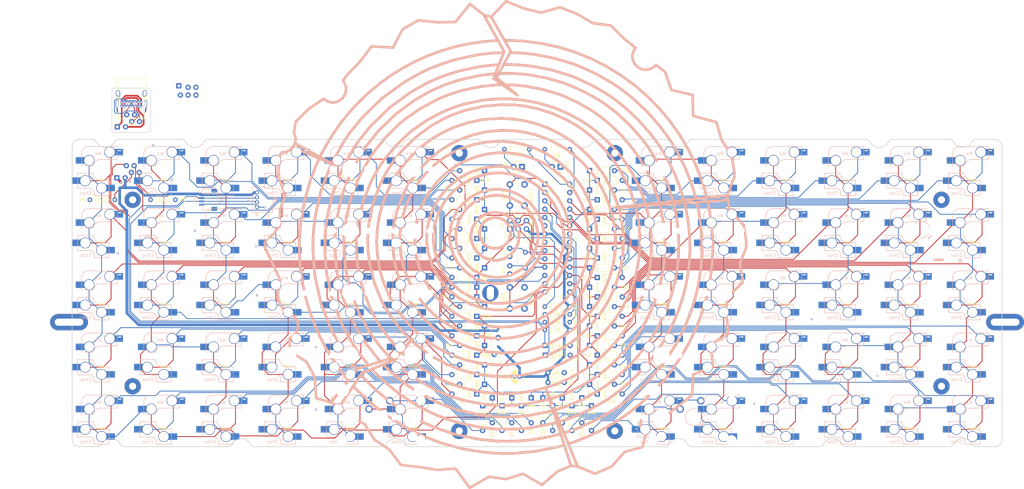
<source format=kicad_pcb>
(kicad_pcb (version 20221018) (generator pcbnew)
  (title_block (date "2022-03-19") (rev "1.7"))
  (layers (0 "F.Cu" signal) (31 "B.Cu" signal) (34 "B.Paste" user) (35 "F.Paste" user) (36 "B.SilkS" user "B.Silkscreen") (37 "F.SilkS" user "F.Silkscreen") (38 "B.Mask" user) (39 "F.Mask" user) (44 "Edge.Cuts" user))
  (net 0 "")
  (net 1 "+5V")
  (net 2 "GND")
  (net 3 "/ROW0")
  (net 4 "/ROW1")
  (net 5 "/ROW2")
  (net 6 "/ROW3")
  (net 7 "/ROW4")
  (net 8 "/ROW5")
  (net 9 "/RESET")
  (net 10 "Net-(D30-A)")
  (net 11 "/USB_D+")
  (net 12 "/USB_D-")
  (net 13 "/COL3")
  (net 14 "/COL0")
  (net 15 "/COL1")
  (net 16 "/COL2")
  (net 17 "/COL4")
  (net 18 "/COL5")
  (net 19 "/COL6")
  (net 20 "/COL7")
  (net 21 "/COL8")
  (net 22 "Net-(D60-A)")
  (net 23 "Net-(U1-XTAL2{slash}PB7)")
  (net 24 "Net-(U1-XTAL1{slash}PB6)")
  (net 25 "Net-(D17-Pad2)")
  (net 26 "Net-(D1-A)")
  (net 27 "/LED1")
  (net 28 "/LED2")
  (net 29 "/COL9")
  (net 30 "Net-(J1-PadCC2)")
  (net 31 "Net-(J1-PadCC1)")
  (net 32 "Net-(D2-A)")
  (net 33 "Net-(D3-A)")
  (net 34 "Net-(D4-A)")
  (net 35 "Net-(D5-A)")
  (net 36 "Net-(D6-A)")
  (net 37 "Net-(D7-A)")
  (net 38 "Net-(D8-A)")
  (net 39 "Net-(D9-A)")
  (net 40 "Net-(D10-A)")
  (net 41 "Net-(D11-A)")
  (net 42 "Net-(D12-A)")
  (net 43 "Net-(D13-A)")
  (net 44 "Net-(D14-A)")
  (net 45 "Net-(D15-A)")
  (net 46 "Net-(D16-A)")
  (net 47 "Net-(D17-A)")
  (net 48 "Net-(D18-A)")
  (net 49 "Net-(D19-A)")
  (net 50 "Net-(D20-A)")
  (net 51 "Net-(D21-A)")
  (net 52 "Net-(D22-A)")
  (net 53 "Net-(D23-A)")
  (net 54 "Net-(D24-A)")
  (net 55 "Net-(D25-A)")
  (net 56 "Net-(D26-A)")
  (net 57 "Net-(D27-A)")
  (net 58 "Net-(D28-A)")
  (net 59 "Net-(D29-A)")
  (net 60 "Net-(D31-A)")
  (net 61 "Net-(D32-A)")
  (net 62 "Net-(D33-A)")
  (net 63 "Net-(D34-A)")
  (net 64 "Net-(D35-A)")
  (net 65 "Net-(D36-A)")
  (net 66 "Net-(D37-A)")
  (net 67 "Net-(D38-A)")
  (net 68 "Net-(D39-A)")
  (net 69 "Net-(D40-A)")
  (net 70 "Net-(D41-A)")
  (net 71 "Net-(D42-A)")
  (net 72 "Net-(D43-A)")
  (net 73 "Net-(D44-A)")
  (net 74 "Net-(D45-A)")
  (net 75 "Net-(D46-A)")
  (net 76 "Net-(D47-A)")
  (net 77 "Net-(D48-A)")
  (net 78 "Net-(D49-A)")
  (net 79 "Net-(D50-A)")
  (net 80 "Net-(D51-A)")
  (net 81 "Net-(D52-A)")
  (net 82 "Net-(D53-A)")
  (net 83 "Net-(D54-A)")
  (net 84 "Net-(D55-A)")
  (net 85 "Net-(D56-A)")
  (net 86 "Net-(D57-A)")
  (net 87 "Net-(D58-A)")
  (net 88 "Net-(D59-A)")
  (net 89 "Net-(D61-K)")
  (net 90 "Net-(D62-K)")
  (net 91 "Net-(J1-VBUS)")
  (net 92 "Net-(LED1-A)")
  (net 93 "Net-(LED2-A)")
  (footprint "Capacitor_THT:C_Disc_D3.0mm_W1.6mm_P2.50mm" (layer "F.Cu") (at 144.065746 94.059454 -90)
    (fp_text reference "C1")
    (fp_text value "22p")
  )
  (footprint "Capacitor_THT:C_Disc_D3.0mm_W1.6mm_P2.50mm" (layer "F.Cu") (at 144.065746 88.701637 -90)
    (fp_text reference "C2")
    (fp_text value "22p")
  )
  (footprint "LED_THT:LED_D3.0mm" (layer "F.Cu") (at 159.543884 63.698491 180)
    (fp_text reference "LED2")
    (fp_text value "GREEN")
  )
  (footprint "Package_DIP:DIP-28_W7.62mm" (layer "F.Cu") (at 154.78138 69.056308)
    (fp_text reference "U1")
    (fp_text value "ATMEGA328-PU")
  )
  (footprint "Fuse:Fuse_Bourns_MF-RHT100" (layer "F.Cu") (at 140.493868 116.086035 -90)
    (fp_text reference "F1")
    (fp_text value "100mA")
  )
  (footprint "Diode_THT:D_DO-35_SOD27_P7.62mm_Horizontal" (layer "F.Cu") (at 136.326677 82.748507 180)
    (fp_text reference "D2")
    (fp_text value "1N4148")
  )
  (footprint "Diode_THT:D_DO-35_SOD27_P7.62mm_Horizontal" (layer "F.Cu") (at 136.326677 118.467287 180)
    (fp_text reference "D4")
    (fp_text value "1N4148")
  )
  (footprint "Diode_THT:D_DO-35_SOD27_P7.62mm_Horizontal" (layer "F.Cu") (at 150.614189 134.540738 -90)
    (fp_text reference "D5")
    (fp_text value "1N4148")
  )
  (footprint "Diode_THT:D_DO-35_SOD27_P7.62mm_Horizontal" (layer "F.Cu") (at 147.637624 136.92199 -90)
    (fp_text reference "D6")
    (fp_text value "1N4148")
  )
  (footprint "Diode_THT:D_DO-35_SOD27_P7.62mm_Horizontal" (layer "F.Cu") (at 144.661059 134.540738 -90)
    (fp_text reference "D12")
    (fp_text value "1N4148")
  )
  (footprint "Diode_THT:D_DO-35_SOD27_P7.62mm_Horizontal" (layer "F.Cu") (at 138.707929 134.540738 -90)
    (fp_text reference "D24")
    (fp_text value "1N4148")
  )
  (footprint "Capacitor_THT:CP_Radial_D4.0mm_P1.50mm" (layer "F.Cu") (at 147.042311 127.992295 180)
    (fp_text reference "C3")
    (fp_text value "4.7u")
  )
  (footprint "Diode_THT:D_DO-35_SOD27_P7.62mm_Horizontal" (layer "F.Cu") (at 136.326677 76.795377 180)
    (fp_text reference "D1")
    (fp_text value "1N4148")
  )
  (footprint "Button_Switch_THT:SW_PUSH_6mm" (layer "F.Cu") (at 144.065746 107.15634 90)
    (fp_text reference "SW2")
    (fp_text value "BOOT")
  )
  (footprint "lumberjack:MountingHole_M2" (layer "F.Cu") (at 128.587608 59.5313)
    (fp_text reference "H1" hide)
    (fp_text value "M2")
  )
  (footprint "lumberjack:MountingHole_M2" (layer "F.Cu") (at 176.212648 59.5313)
    (fp_text reference "H2" hide)
    (fp_text value "M2")
  )
  (footprint "lumberjack:MountingHole_M2" (layer "F.Cu") (at 128.587608 144.661059)
    (fp_text reference "H3" hide)
    (fp_text value "M2")
  )
  (footprint "lumberjack:MountingHole_M2" (layer "F.Cu") (at 176.212648 144.661059)
    (fp_text reference "H4" hide)
    (fp_text value "M2")
  )
  (footprint "lumberjack:MountingSlot_M2" (layer "F.Cu") (at 9.0969 111.323531)
    (fp_text reference "H5" hide)
    (fp_text value "M2")
  )
  (footprint "lumberjack:MountingSlot_M2" (layer "F.Cu") (at 295.703 111.323531)
    (fp_text reference "H6" hide)
    (fp_text value "M2")
  )
  (footprint "Diode_THT:D_DO-35_SOD27_P7.62mm_Horizontal" (layer "F.Cu") (at 166.092327 134.540738 -90)
    (fp_text reference "D54")
    (fp_text value "1N4148")
  )
  (footprint "LED_THT:LED_D3.0mm" (layer "F.Cu") (at 147.796372 63.698491 180)
    (fp_text reference "LED1")
    (fp_text value "RED")
  )
  (footprint "Diode_THT:D_DO-35_SOD27_P7.62mm_Horizontal" (layer "F.Cu") (at 136.326677 130.373547 180)
    (fp_text reference "D23")
    (fp_text value "1N4148")
  )
  (footprint "Diode_THT:D_DO-35_SOD27_P7.62mm_Horizontal" (layer "F.Cu") (at 136.326677 124.420417 180)
    (fp_text reference "D11")
    (fp_text value "1N4148")
  )
  (footprint "Diode_THT:D_DO-35_SOD27_P7.62mm_Horizontal" (layer "F.Cu") (at 133.945425 115.490722 180)
    (fp_text reference "D28")
    (fp_text value "1N4148")
  )
  (footprint "Diode_THT:D_DO-35_SOD27_P7.62mm_Horizontal" (layer "F.Cu") (at 136.326677 112.514157 180)
    (fp_text reference "D22")
    (fp_text value "1N4148")
  )
  (footprint "Diode_THT:D_DO-35_SOD27_P7.62mm_Horizontal" (layer "F.Cu") (at 133.945425 109.537592 180)
    (fp_text reference "D16")
    (fp_text value "1N4148")
  )
  (footprint "Diode_THT:D_DO-35_SOD27_P7.62mm_Horizontal" (layer "F.Cu") (at 133.945425 121.443852 180)
    (fp_text reference "D10")
    (fp_text value "1N4148")
  )
  (footprint "Diode_THT:D_DO-35_SOD27_P7.62mm_Horizontal" (layer "F.Cu") (at 133.945425 97.631332 180)
    (fp_text reference "D27")
    (fp_text value "1N4148")
  )
  (footprint "Diode_THT:D_DO-35_SOD27_P7.62mm_Horizontal" (layer "F.Cu") (at 136.326677 94.654767 180)
    (fp_text reference "D21")
    (fp_text value "1N4148")
  )
  (footprint "Diode_THT:D_DO-35_SOD27_P7.62mm_Horizontal" (layer "F.Cu") (at 133.945425 103.584462 180)
    (fp_text reference "D9")
    (fp_text value "1N4148")
  )
  (footprint "Diode_THT:D_DO-35_SOD27_P7.62mm_Horizontal" (layer "F.Cu") (at 133.945425 91.678202 180)
    (fp_text reference "D20")
    (fp_text value "1N4148")
  )
  (footprint "Diode_THT:D_DO-35_SOD27_P7.62mm_Horizontal" (layer "F.Cu") (at 136.326677 88.701637 180)
    (fp_text reference "D14")
    (fp_text value "1N4148")
  )
  (footprint "Diode_THT:D_DO-35_SOD27_P7.62mm_Horizontal" (layer "F.Cu") (at 133.945425 85.725072 180)
    (fp_text reference "D8")
    (fp_text value "1N4148")
  )
  (footprint "Diode_THT:D_DO-35_SOD27_P7.62mm_Horizontal" (layer "F.Cu") (at 168.473579 76.795377)
    (fp_text reference "D31")
    (fp_text value "1N4148")
  )
  (footprint "Diode_THT:D_DO-35_SOD27_P7.62mm_Horizontal" (layer "F.Cu") (at 133.945425 73.818812 180)
    (fp_text reference "D7")
    (fp_text value "1N4148")
  )
  (footprint "Diode_THT:D_DO-35_SOD27_P7.62mm_Horizontal" (layer "F.Cu") (at 170.854831 73.818812)
    (fp_text reference "D37")
    (fp_text value "1N4148")
  )
  (footprint "Diode_THT:D_DO-35_SOD27_P7.62mm_Horizontal" (layer "F.Cu") (at 133.945425 67.865682 180)
    (fp_text reference "D19")
    (fp_text value "1N4148")
  )
  (footprint "Diode_THT:D_DO-35_SOD27_P7.62mm_Horizontal" (layer "F.Cu") (at 163.115762 136.92199 -90)
    (fp_text reference "D48")
    (fp_text value "1N4148")
  )
  (footprint "Button_Switch_THT:SW_PUSH_6mm" (layer "F.Cu") (at 144.065746 75.604751 90)
    (fp_text reference "SW1")
    (fp_text value "RESET")
  )
  (footprint "Capacitor_THT:C_Disc_D4.3mm_W1.9mm_P5.00mm" (layer "F.Cu") (at 155.73451 126.801669)
    (fp_text reference "C4")
    (fp_text value "100n")
  )
  (footprint "Diode_THT:D_DO-35_SOD27_P7.62mm_Horizontal" (layer "F.Cu") (at 135.731364 136.92199 -90)
    (fp_text reference "D30")
    (fp_text value "1N4148")
  )
  (footprint "Diode_THT:D_DO-35_SOD27_P7.62mm_Horizontal" (layer "F.Cu") (at 170.854831 115.490722)
    (fp_text reference "D58")
    (fp_text value "1N4148")
  )
  (footprint "Diode_THT:D_DO-35_SOD27_P7.62mm_Horizontal" (layer "F.Cu") (at 169.068892 136.92199 -90)
    (fp_text reference "D60")
    (fp_text value "1N4148")
  )
  (footprint "Diode_THT:D_DO-35_SOD27_P7.62mm_Horizontal" (layer "F.Cu") (at 170.854831 79.771942)
    (fp_text reference "D56")
    (fp_text value "1N4148")
  )
  (footprint "Diode_THT:D_DO-35_SOD27_P7.62mm_Horizontal" (layer "F.Cu") (at 168.473579 64.889117)
    (fp_text reference "D55")
    (fp_text value "1N4148")
  )
  (footprint "Diode_THT:D_DO-35_SOD27_P7.62mm_Horizontal" (layer "F.Cu") (at 170.854831 67.865682)
    (fp_text reference "D49")
    (fp_text value "1N4148")
  )
  (footprint "Diode_THT:D_DO-35_SOD27_P7.62mm_Horizontal" (layer "F.Cu") (at 168.473579 82.748507)
    (fp_text reference "D32")
    (fp_text value "1N4148")
  )
  (footprint "Diode_THT:D_DO-35_SOD27_P7.62mm_Horizontal" (layer "F.Cu") (at 170.854831 97.631332)
    (fp_text reference "D57")
    (fp_text value "1N4148")
  )
  (footprint "Diode_THT:D_DO-35_SOD27_P7.62mm_Horizontal" (layer "F.Cu") (at 170.854831 91.678202)
    (fp_text reference "D50")
    (fp_text value "1N4148")
  )
  (footprint "Diode_THT:D_DO-35_SOD27_P7.62mm_Horizontal" (layer "F.Cu") (at 168.473579 94.654767)
    (fp_text reference "D51")
    (fp_text value "1N4148")
  )
  (footprint "Diode_THT:D_DO-35_SOD27_P7.62mm_Horizontal" (layer "F.Cu") (at 168.473579 106.561027)
    (fp_text reference "D45")
    (fp_text value "1N4148")
  )
  (footprint "Diode_THT:D_DO-35_SOD27_P7.62mm_Horizontal" (layer "F.Cu") (at 170.854831 103.584462)
    (fp_text reference "D39")
    (fp_text value "1N4148")
  )
  (footprint "Diode_THT:D_DO-35_SOD27_P7.62mm_Horizontal" (layer "F.Cu") (at 168.473579 100.607897)
    (fp_text reference "D33")
    (fp_text value "1N4148")
  )
  (footprint "Diode_THT:D_DO-35_SOD27_P7.62mm_Horizontal" (layer "F.Cu") (at 170.854831 85.725072)
    (fp_text reference "D38")
    (fp_text value "1N4148")
  )
  (footprint "Diode_THT:D_DO-35_SOD27_P7.62mm_Horizontal" (layer "F.Cu") (at 168.473579 112.514157)
    (fp_text reference "D52")
    (fp_text value "1N4148")
  )
  (footprint "Diode_THT:D_DO-35_SOD27_P7.62mm_Horizontal" (layer "F.Cu") (at 170.854831 109.537592)
    (fp_text reference "D46")
    (fp_text value "1N4148")
  )
  (footprint "Diode_THT:D_DO-35_SOD27_P7.62mm_Horizontal" (layer "F.Cu") (at 168.473579 118.467287)
    (fp_text reference "D34")
    (fp_text value "1N4148")
  )
  (footprint "Diode_THT:D_DO-35_SOD27_P7.62mm_Horizontal" (layer "F.Cu") (at 168.473579 88.701637)
    (fp_text reference "D44")
    (fp_text value "1N4148")
  )
  (footprint "Diode_THT:D_DO-35_SOD27_P7.62mm_Horizontal" (layer "F.Cu") (at 168.473579 70.842247)
    (fp_text reference "D43")
    (fp_text value "1N4148")
  )
  (footprint "Diode_THT:D_DO-35_SOD27_P7.62mm_Horizontal" (layer "F.Cu") (at 170.854831 133.350112)
    (fp_text reference "D59")
    (fp_text value "1N4148")
  )
  (footprint "Diode_THT:D_DO-35_SOD27_P7.62mm_Horizontal" (layer "F.Cu") (at 168.473579 124.420417)
    (fp_text reference "D41")
    (fp_text value "1N4148")
  )
  (footprint "Diode_THT:D_DO-35_SOD27_P7.62mm_Horizontal" (layer "F.Cu") (at 154.186067 134.540738 -90)
    (fp_text reference "D35")
    (fp_text value "1N4148")
  )
  (footprint "Diode_THT:D_DO-35_SOD27_P7.62mm_Horizontal" (layer "F.Cu") (at 170.854831 121.443852)
    (fp_text reference "D40")
    (fp_text value "1N4148")
  )
  (footprint "Diode_THT:D_DO-35_SOD27_P7.62mm_Horizontal" (layer "F.Cu") (at 170.854831 127.396982)
    (fp_text reference "D47")
    (fp_text value "1N4148")
  )
  (footprint "Diode_THT:D_DO-35_SOD27_P7.62mm_Horizontal" (layer "F.Cu") (at 168.473579 130.373547)
    (fp_text reference "D53")
    (fp_text value "1N4148")
  )
  (footprint "Diode_THT:D_DO-35_SOD27_P7.62mm_Horizontal" (layer "F.Cu") (at 157.162632 136.92199 -90)
    (fp_text reference "D36")
    (fp_text value "1N4148")
  )
  (footprint "lumberjack:MX_PCB_200B" (layer "F.Cu") (at 200.025168 140.493868)
    (fp_text reference "2u_MX60" hide)
    (fp_text value "SW_Push" hide)
  )
  (footprint "lumberjack:MX_PCB_200B" (layer "F.Cu") (at 104.775088 140.493868)
    (fp_text reference "2u_MX30" hide)
    (fp_text value "SW_Push" hide)
  )
  (footprint "Capacitor_THT:C_Disc_D4.3mm_W1.9mm_P5.00mm" (layer "F.Cu") (at 155.73451 129.778234)
    (fp_text reference "C5")
    (fp_text value "100n")
  )
  (footprint "Connector_PinHeader_2.54mm:PinHeader_2x03_P2.54mm_Vertical" (layer "F.Cu") (at 144.065746 82.748507 90)
    (fp_text reference "J2")
    (fp_text value "AVR_ISP_6")
  )
  (footprint "lumberjack:MountingSlot_M2" (layer "F.Cu") (at 138.112616 102.393836 90)
    (fp_text reference "H7" hide)
    (fp_text value "M2")
  )
  (footprint "Diode_THT:D_DO-35_SOD27_P7.62mm_Horizontal" (layer "F.Cu") (at 160.139197 134.540738 -90)
    (fp_text reference "D42")
    (fp_text value "1N4148")
  )
  (footprint "Diode_THT:D_DO-35_SOD27_P7.62mm_Horizontal" (layer "F.Cu") (at 133.945425 133.350112 180)
    (fp_text reference "D29")
    (fp_text value "1N4148")
  )
  (footprint "Diode_THT:D_DO-35_SOD27_P7.62mm_Horizontal" (layer "F.Cu") (at 136.326677 106.561027 180)
    (fp_text reference "D15")
    (fp_text value "1N4148")
  )
  (footprint "Diode_THT:D_DO-35_SOD27_P7.62mm_Horizontal" (layer "F.Cu") (at 133.945425 100.607897 180)
    (fp_text reference "D3")
    (fp_text value "1N4148")
  )
  (footprint "Diode_THT:D_DO-35_SOD27_P7.62mm_Horizontal" (layer "F.Cu") (at 133.945425 79.771942 180)
    (fp_text reference "D26")
    (fp_text value "1N4148")
  )
  (footprint "Resistor_THT:R_Axial_DIN0204_L3.6mm_D1.6mm_P7.62mm_Horizontal" (layer "F.Cu") (at 162.40138 106.561027 180)
    (fp_text reference "R4")
    (fp_text value "10k")
  )
  (footprint "Crystal:Crystal_HC49-4H_Vertical" (layer "F.Cu") (at 148.82825 89.892263 -90)
    (fp_text reference "Y1")
    (fp_text value "16MHz")
  )
  (footprint "Diode_THT:D_DO-35_SOD27_P7.62mm_Horizontal" (layer "F.Cu") (at 133.945425 127.396982 180)
    (fp_text reference "D17")
    (fp_text value "1N4148")
  )
  (footprint "Resistor_THT:R_Axial_DIN0204_L3.6mm_D1.6mm_P7.62mm_Horizontal" (layer "F.Cu") (at 154.78138 113.704783)
    (fp_text reference "R1")
    (fp_text value "1.5k")
  )
  (footprint "Resistor_THT:R_Axial_DIN0204_L3.6mm_D1.6mm_P7.62mm_Horizontal" (layer "F.Cu") (at 150.018876 58.340674 180)
    (fp_text reference "R7")
    (fp_text value "1.5k")
  )
  (footprint "Resistor_THT:R_Axial_DIN0204_L3.6mm_D1.6mm_P7.62mm_Horizontal" (layer "F.Cu") (at 162.40138 58.340674 180)
    (fp_text reference "R8")
    (fp_text value "1.5k")
  )
  (footprint "Resistor_THT:R_Axial_DIN0204_L3.6mm_D1.6mm_P7.62mm_Horizontal" (layer "F.Cu") (at 154.78138 111.323531)
    (fp_text reference "R2")
    (fp_text value "75R")
  )
  (footprint "Diode_THT:D_DO-35_SOD27_P7.62mm_Horizontal" (layer "F.Cu") (at 154.900449 121.443852)
    (fp_text reference "D61")
    (fp_text value "3.6V")
  )
  (footprint "Diode_THT:D_DO-35_SOD27_P7.62mm_Horizontal" (layer "F.Cu") (at 154.900449 118.467287)
    (fp_text reference "D62")
    (fp_text value "3.6V")
  )
  (footprint "Resistor_THT:R_Axial_DIN0204_L3.6mm_D1.6mm_P7.62mm_Horizontal" (layer "F.Cu") (at 15.478138 73.818812)
    (fp_text reference "R5")
    (fp_text value "5.1k")
  )
  (footprint "Resistor_THT:R_Axial_DIN0204_L3.6mm_D1.6mm_P7.62mm_Horizontal" (layer "F.Cu") (at 41.67191 73.818812 180)
    (fp_text reference "R6")
    (fp_text value "5.1k")
  )
  (footprint "lumberjack:wood" (layer "F.Cu") (at 139.779375 84.058125)
    (fp_text reference "REF**" hide)
    (fp_text value "Wood")
  )
  (footprint "Resistor_THT:R_Axial_DIN0204_L3.6mm_D1.6mm_P7.62mm_Horizontal" (layer "F.Cu") (at 154.78138 108.942279)
    (fp_text reference "R3")
    (fp_text value "75R")
  )
  (footprint "Diode_THT:D_DO-35_SOD27_P7.62mm_Horizontal" (layer "F.Cu") (at 136.326677 64.889117 180)
    (fp_text reference "D25")
    (fp_text value "1N4148")
  )
  (footprint "Diode_THT:D_DO-35_SOD27_P7.62mm_Horizontal" (layer "F.Cu") (at 136.326677 70.842247 180)
    (fp_text reference "D13")
    (fp_text value "1N4148")
  )
  (footprint "Diode_THT:D_DO-35_SOD27_P7.62mm_Horizontal" (layer "F.Cu") (at 141.684494 136.92199 -90)
    (fp_text reference "D18")
    (fp_text value "1N4148")
  )
  (footprint "Library:Lumberjack CherryMX_Choc_v1v2_Hotswap Single Side" (layer "F.Cu") (at 19.050016 83.34382)
    (fp_text reference "MX2")
    (fp_text value "SW_Push" hide)
  )
  (footprint "Library:Lumberjack CherryMX_Choc_v1v2_Hotswap Single Side" (layer "F.Cu") (at 19.050016 102.393836)
    (fp_text reference "MX3")
    (fp_text value "SW_Push" hide)
  )
  (footprint "Library:Lumberjack CherryMX_Choc_v1v2_Hotswap Single Side" (layer "F.Cu") (at 19.050016 121.443852)
    (fp_text reference "MX4")
    (fp_text value "SW_Push" hide)
  )
  (footprint "Library:Lumberjack CherryMX_Choc_v1v2_Hotswap Single Side" (layer "F.Cu") (at 19.050016 140.493868)
    (fp_text reference "MX5")
    (fp_text value "SW_Push" hide)
  )
  (footprint "Library:Lumberjack CherryMX_Choc_v1v2_Hotswap Single Side" (layer "F.Cu") (at 38.100032 140.493868)
    (fp_text reference "MX6")
    (fp_text value "SW_Push" hide)
  )
  (footprint "Library:Lumberjack CherryMX_Choc_v1v2_Hotswap Single Side" (layer "F.Cu") (at 38.100032 64.293804)
    (fp_text reference "MX7")
    (fp_text value "SW_Push" hide)
  )
  (footprint "Library:Lumberjack CherryMX_Choc_v1v2_Hotswap Single Side" (layer "F.Cu") (at 38.100032 83.34382)
    (fp_text reference "MX8")
    (fp_text value "SW_Push" hide)
  )
  (footprint "Library:Lumberjack CherryMX_Choc_v1v2_Hotswap Single Side" (layer "F.Cu") (at 38.100032 102.393836)
    (fp_text reference "MX9")
    (fp_text value "SW_Push" hide)
  )
  (footprint "Library:Lumberjack CherryMX_Choc_v1v2_Hotswap Single Side" (layer "F.Cu") (at 38.100032 121.443852)
    (fp_text reference "MX10")
    (fp_text value "SW_Push" hide)
  )
  (footprint "Library:Lumberjack CherryMX_Choc_v1v2_Hotswap Single Side" (layer "F.Cu") (at 57.150048 121.443852)
    (fp_text reference "MX11")
    (fp_text value "SW_Push" hide)
  )
  (footprint "Library:Lumberjack CherryMX_Choc_v1v2_Hotswap Single Side" (layer "F.Cu") (at 57.150048 140.493868)
    (fp_text reference "MX12")
    (fp_text value "SW_Push" hide)
  )
  (footprint "Library:Lumberjack CherryMX_Choc_v1v2_Hotswap Single Side" (layer "F.Cu") (at 57.150048 102.393836)
    (fp_text reference "MX15")
    (fp_text value "SW_Push" hide)
  )
  (footprint "Library:Lumberjack CherryMX_Choc_v1v2_Hotswap Single Side" (layer "F.Cu") (at 76.200064 102.393836)
    (fp_text reference "MX16")
    (fp_text value "SW_Push" hide)
  )
  (footprint "Library:Lumberjack CherryMX_Choc_v1v2_Hotswap Single Side" (layer "F.Cu") (at 76.200064 121.443852)
    (fp_text reference "MX17")
    (fp_text value "SW_Push" hide)
  )
  (footprint "Library:Lumberjack CherryMX_Choc_v1v2_Hotswap Single Side" (layer "F.Cu") (at 76.200064 140.493868)
    (fp_text reference "MX18")
    (fp_text value "SW_Push" hide)
  )
  (footprint "Library:Lumberjack CherryMX_Choc_v1v2_Hotswap Single Side" (layer "F.Cu") (at 76.200064 64.293804)
    (fp_text reference "MX19")
    (fp_text value "SW_Push" hide)
  )
  (footprint "Library:Lumberjack CherryMX_Choc_v1v2_Hotswap Single Side" (layer "F.Cu") (at 76.200064 83.34382)
    (fp_text reference "MX20")
    (fp_text value "SW_Push" hide)
  )
  (footprint "Library:Lumberjack CherryMX_Choc_v1v2_Hotswap Single Side" (layer "F.Cu") (at 95.25008 83.34382)
    (fp_text reference "MX21")
    (fp_text value "SW_Push" hide)
  )
  (footprint "Library:Lumberjack CherryMX_Choc_v1v2_Hotswap Single Side" (layer "F.Cu") (at 95.25008 102.393836)
    (fp_text reference "MX22")
    (fp_text value "SW_Push" hide)
  )
  (footprint "Library:Lumberjack CherryMX_Choc_v1v2_Hotswap Single Side" (layer "F.Cu") (at 95.25008 121.443852)
    (fp_text reference "MX23")
    (fp_text value "SW_Push" hide)
  )
  (footprint "Library:Lumberjack CherryMX_Choc_v1v2_Hotswap Single Side" (layer "F.Cu") (at 95.25008 140.493868)
    (fp_text reference "MX24")
    (fp_text value "SW_Push" hide)
  )
  (footprint "Library:Lumberjack CherryMX_Choc_v1v2_Hotswap Single Side" (layer "F.Cu") (at 95.25008 64.293804)
    (fp_text reference "MX25")
    (fp_text value "SW_Push" hide)
  )
  (footprint "Library:Lumberjack CherryMX_Choc_v1v2_Hotswap Single Side" (layer "F.Cu") (at 114.300096 64.293804)
    (fp_text reference "MX26")
    (fp_text value "SW_Push" hide)
  )
  (footprint "Library:Lumberjack CherryMX_Choc_v1v2_Hotswap Single Side" (layer "F.Cu") (at 114.300096 83.34382)
    (fp_text reference "MX27")
    (fp_text value "SW_Push" hide)
  )
  (footprint "Library:Lumberjack CherryMX_Choc_v1v2_Hotswap Single Side" (layer "F.Cu") (at 114.300096 102.393836)
    (fp_text reference "MX28")
    (fp_text value "SW_Push" hide)
  )
  (footprint "Library:Lumberjack CherryMX_Choc_v1v2_Hotswap Single Side" (layer "F.Cu") (at 114.300096 121.443852)
    (fp_text reference "MX29")
    (fp_text value "SW_Push" hide)
  )
  (footprint "Library:Lumberjack CherryMX_Choc_v1v2_Hotswap Single Side" (layer "F.Cu") (at 114.300096 140.493868)
    (fp_text reference "MX30")
    (fp_text value "SW_Push" hide)
  )
  (footprint "Library:Lumberjack CherryMX_Choc_v1v2_Hotswap Single Side" (layer "F.Cu") (at 285.75024 64.293804)
    (fp_text reference "MX31")
    (fp_text value "SW_Push" hide)
  )
  (footprint "Library:Lumberjack CherryMX_Choc_v1v2_Hotswap Single Side" (layer "F.Cu") (at 285.75024 83.34382)
    (fp_text reference "MX32")
    (fp_text value "SW_Push" hide)
  )
  (footprint "Library:Lumberjack CherryMX_Choc_v1v2_Hotswap Single Side" (layer "F.Cu") (at 285.75024 102.393836)
    (fp_text reference "MX33")
    (fp_text value "SW_Push" hide)
  )
  (footprint "Library:Lumberjack CherryMX_Choc_v1v2_Hotswap Single Side" (layer "F.Cu") (at 285.75024 121.44375)
    (fp_text reference "MX34")
    (fp_text value "SW_Push" hide)
  )
  (footprint "Library:Lumberjack CherryMX_Choc_v1v2_Hotswap Single Side" (layer "F.Cu") (at 285.75024 140.493868)
    (fp_text reference "MX35")
    (fp_text value "SW_Push" hide)
  )
  (footprint "Library:Lumberjack CherryMX_Choc_v1v2_Hotswap Single Side" (layer "F.Cu") (at 266.700224 140.493868)
    (fp_text reference "MX36")
    (fp_text value "SW_Push" hide)
  )
  (footprint "Library:Lumberjack CherryMX_Choc_v1v2_Hotswap Single Side" (layer "F.Cu") (at 266.700224 64.293804)
    (fp_text reference "MX37")
    (fp_text value "SW_Push" hide)
  )
  (footprint "Library:Lumberjack CherryMX_Choc_v1v2_Hotswap Single Side" (layer "F.Cu") (at 266.700224 83.34382)
    (fp_text reference "MX38")
    (fp_text value "SW_Push" hide)
  )
  (footprint "Library:Lumberjack CherryMX_Choc_v1v2_Hotswap Single Side" (layer "F.Cu") (at 266.700224 102.393836)
    (fp_text reference "MX39")
    (fp_text value "SW_Push" hide)
  )
  (footprint "Library:Lumberjack CherryMX_Choc_v1v2_Hotswap Single Side" (layer "F.Cu") (at 266.700224 121.443852)
    (fp_text reference "MX40")
    (fp_text value "SW_Push" hide)
  )
  (footprint "Library:Lumberjack CherryMX_Choc_v1v2_Hotswap Single Side" (layer "F.Cu") (at 247.650208 121.443852)
    (fp_text reference "MX41")
    (fp_text value "SW_Push" hide)
  )
  (footprint "Library:Lumberjack CherryMX_Choc_v1v2_Hotswap Single Side" (layer "F.Cu") (at 247.650208 140.493868)
    (fp_text reference "MX42")
    (fp_text value "SW_Push" hide)
  )
  (footprint "Library:Lumberjack CherryMX_Choc_v1v2_Hotswap Single Side" (layer "F.Cu") (at 247.650208 64.293804)
    (fp_text reference "MX43")
    (fp_text value "SW_Push" hide)
  )
  (footprint "Library:Lumberjack CherryMX_Choc_v1v2_Hotswap Single Side" (layer "F.Cu") (at 247.650208 83.34382)
    (fp_text reference "MX44")
    (fp_text value "SW_Push" hide)
  )
  (footprint "Library:Lumberjack CherryMX_Choc_v1v2_Hotswap Single Side" (layer "F.Cu") (at 247.650208 102.393836)
    (fp_text reference "MX45")
    (fp_text value "SW_Push" hide)
  )
  (footprint "Library:Lumberjack CherryMX_Choc_v1v2_Hotswap Single Side" (layer "F.Cu") (at 228.600192 102.393836)
    (fp_text reference "MX46")
    (fp_text value "SW_Push" hide)
  )
  (footprint "Library:Lumberjack CherryMX_Choc_v1v2_Hotswap Single Side" (layer "F.Cu") (at 228.600192 121.443852)
    (fp_text reference "MX47")
    (fp_text value "SW_Push" hide)
  )
  (footprint "Library:Lumberjack CherryMX_Choc_v1v2_Hotswap Single Side" (layer "F.Cu") (at 228.600192 140.493868)
    (fp_text reference "MX48")
    (fp_text value "SW_Push" hide)
  )
  (footprint "Library:Lumberjack CherryMX_Choc_v1v2_Hotswap Single Side" (layer "F.Cu") (at 228.600192 64.293804)
    (fp_text reference "MX49")
    (fp_text value "SW_Push" hide)
  )
  (footprint "Library:Lumberjack CherryMX_Choc_v1v2_Hotswap Single Side" (layer "F.Cu") (at 228.600192 83.34382)
    (fp_text reference "MX50")
    (fp_text value "SW_Push" hide)
  )
  (footprint "Library:Lumberjack CherryMX_Choc_v1v2_Hotswap Single Side" (layer "F.Cu") (at 209.550176 83.34382)
    (fp_text reference "MX51")
    (fp_text value "SW_Push" hide)
  )
  (footprint "Library:Lumberjack CherryMX_Choc_v1v2_Hotswap Single Side" (layer "F.Cu") (at 209.550176 102.393836)
    (fp_text reference "MX52")
    (fp_text value "SW_Push" hide)
  )
  (footprint "Library:Lumberjack CherryMX_Choc_v1v2_Hotswap Single Side" (layer "F.Cu") (at 209.550176 121.443852)
    (fp_text reference "MX53")
    (fp_text value "SW_Push" hide)
  )
  (footprint "Library:Lumberjack CherryMX_Choc_v1v2_Hotswap Single Side" (layer "F.Cu") (at 209.550176 140.493868)
    (fp_text reference "MX54")
    (fp_text value "SW_Push" hide)
  )
  (footprint "Library:Lumberjack CherryMX_Choc_v1v2_Hotswap Single Side" (layer "F.Cu") (at 209.550176 64.293804)
    (fp_text reference "MX55")
    (fp_text value "SW_Push" hide)
  )
  (footprint "Library:Lumberjack CherryMX_Choc_v1v2_Hotswap Single Side" (layer "F.Cu") (at 190.50016 64.293804)
    (fp_text reference "MX56")
    (fp_text value "SW_Push" hide)
  )
  (footprint "Library:Lumberjack CherryMX_Choc_v1v2_Hotswap Single Side" (layer "F.Cu") (at 190.50016 83.34382)
    (fp_text reference "MX57")
    (fp_text value "SW_Push" hide)
  )
  (footprint "Library:Lumberjack CherryMX_Choc_v1v2_Hotswap Single Side" (layer "F.Cu") (at 190.50016 102.393836)
    (fp_text reference "MX58")
    (fp_text value "SW_Push" hide)
  )
  (footprint "Library:Lumberjack CherryMX_Choc_v1v2_Hotswap Single Side" (layer "F.Cu") (at 190.50016 121.443852)
    (fp_text reference "MX59")
    (fp_text value "SW_Push" hide)
  )
  (footprint "Library:Lumberjack CherryMX_Choc_v1v2_Hotswap Single Side" (layer "F.Cu") (at 190.50016 140.493868)
    (fp_text reference "MX60")
    (fp_text value "SW_Push" hide)
  )
  (footprint "Library:Lumberjack CherryMX_Choc_v1v2_Hotswap Single Side" (layer "F.Cu") (at 57.150048 64.293804)
    (fp_text reference "MX13")
    (fp_text value "SW_Push" hide)
  )
  (footprint "Library:Lumberjack CherryMX_Choc_v1v2_Hotswap Single Side" (layer "F.Cu") (at 57.150048 83.34382)
    (fp_text reference "MX14")
    (fp_text value "SW_Push" hide)
  )
  (footprint "lumberjack:MountingHole_M2" (layer "F.Cu") (at 28.575024 130.96886)
    (fp_text reference "H9" hide)
    (fp_text value "M2")
  )
  (footprint "lumberjack:MountingHole_M2" (layer "F.Cu") (at 276.225232 73.818812)
    (fp_text reference "H10" hide)
    (fp_text value "M2")
  )
  (footprint "lumberjack:MountingHole_M2" (layer "F.Cu") (at 276.225232 130.96886)
    (fp_text reference "H11" hide)
    (fp_text value "M2")
  )
  (footprint "lumberjack:MountingHole_M2" (layer "F.Cu") (at 28.575024 73.818812)
    (fp_text reference "H8" hide)
    (fp_text value "M2")
  )
  (footprint "Library:Lumberjack CherryMX_Choc_v1v2_Hotswap Single Side" (layer "F.Cu") (at 19.049968 64.29375)
    (fp_text reference "MX1")
    (fp_text value "SW_Push" hide)
  )
  (footprint "" (layer "F.Cu") (at 43.185 41.725)
    (fp_text reference "")
    (fp_text value "")
  )
  (footprint "" (layer "F.Cu") (at 43.185 39.34375)
    (fp_text reference "")
    (fp_text value "")
  )
  (footprint "" (layer "F.Cu") (at 45.56625 39.34375)
    (fp_text reference "")
    (fp_text value "")
  )
  (footprint "" (layer "F.Cu") (at 47.9475 41.725)
    (fp_text reference "")
    (fp_text value "")
  )
  (footprint "" (layer "F.Cu") (at 26.399252 51.464562)
    (fp_text reference "")
    (fp_text value "")
  )
  (footprint "" (layer "F.Cu") (at 28.307283 49.834273)
    (fp_text reference "")
    (fp_text value "")
  )
  (footprint "" (layer "F.Cu") (at 47.9475 39.34375)
    (fp_text reference "")
    (fp_text value "")
  )
  (footprint "" (layer "F.Cu") (at 45.56625 41.725)
    (fp_text reference "")
    (fp_text value "")
  )
  (footprint "" (layer "F.Cu") (at 26.653683 63.357669)
    (fp_text reference "")
    (fp_text value "")
  )
  (footprint "" (layer "F.Cu") (at 23.755202 67.085912)
    (fp_text reference "")
    (fp_text value "")
  )
  (footprint "" (layer "F.Cu") (at 26.295202 67.085912)
    (fp_text reference "")
    (fp_text value "")
  )
  (footprint "Library:USB-C THT 16pin no mini (Lumberjack)" (layer "F.Cu") (at 31.18125 45.24375 180)
    (fp_text reference "J1")
    (fp_text value "USB")
  )
  (footprint "" (layer "F.Cu") (at 26.757733 47.736319)
    (fp_text reference "")
    (fp_text value "")
  )
  (footprint "" (layer "F.Cu") (at 28.203233 65.455623)
    (fp_text reference "")
    (fp_text value "")
  )
  (footprint "" (layer "F.Cu") (at 29.034933 63.357669)
    (fp_text reference "")
    (fp_text value "")
  )
  (footprint "" (layer "F.Cu") (at 23.859252 51.464562)
    (fp_text reference "")
    (fp_text value "")
  )
  (footprint "" (layer "F.Cu") (at 30.688533 49.834273)
    (fp_text reference "")
    (fp_text value "")
  )
  (footprint "" (layer "F.Cu") (at 29.138983 47.736319)
    (fp_text reference "")
    (fp_text value "")
  )
  (footprint "" (layer "F.Cu") (at 30.584483 65.455623)
    (fp_text reference "")
    (fp_text value "")
  )
  (footprint "Connector_JST:JST_SH_SM04B-SRSS-TB_1x04-1MP_P1.00mm_Horizontal" (layer "B.Cu") (at 51.69 73.81 -90)
    (fp_text reference "J3")
    (fp_text value "JST")
  )
  (footprint "lumberjack:S4B-ZRLFSN" (layer "B.Cu") (at 66.675 76.075 -90)
    (fp_text reference "J4")
    (fp_text value "JST")
  )
  (footprint "lumberjack:OSHW" (layer "B.Cu") (at 257.175 92.86875 180)
    (fp_text reference "REF**" hide)
    (fp_text value "OSHW" hide)
  )
  (footprint "lumberjack:Lumberjack" (layer "B.Cu") (at 238.125 92.86875 180)
    (fp_text reference "REF**" hide)
    (fp_text value "Lumberjack")
  )
  (footprint "lumberjack:Flags" (layer "B.Cu") (at 275.45 92.6 180)
    (fp_text reference "REF**" hide)
    (fp_text value "flags")
  )
  (gr_circle (center 35.112119 83.003402) (end 37.493371 81.957223) (stroke (width 0.15)) (fill none) (layer "B.SilkS"))
  (gr_circle (center 270.006556 82.975932) (end 268.960377 80.59468) (stroke (width 0.15)) (fill none) (layer "B.SilkS"))
  (gr_circle (center 200.400801 140.493868) (end 199.354622 138.112616) (stroke (width 0.15)) (fill none) (layer "B.SilkS"))
  (gr_line (start 191.55379 149.5) (end 113.246211 149.5) (stroke (width 0.2)) (layer "Edge.Cuts"))
  (gr_line (start 294.75 147.24375) (end 294.75 57.54375) (stroke (width 0.2)) (layer "Edge.Cuts"))
  (gr_line (start 278.650337 55.29375) (end 261.298106 55.29375) (stroke (width 0.2)) (layer "Edge.Cuts"))
  (gr_line (start 278.650337 149.49375) (end 247.010606 149.49375) (stroke (width 0.2)) (layer "Edge.Cuts"))
  (gr_arc (start 162.564394 55.29375) (mid 163.342108 55.511111) (end 163.894429 56.100201) (stroke (width 0.2)) (layer "Edge.Cuts"))
  (gr_line (start 162.564394 55.29375) (end 142.235606 55.29375) (stroke (width 0.2)) (layer "Edge.Cuts"))
  (gr_arc (start 133.989394 55.29375) (mid 134.767108 55.511111) (end 135.319429 56.100201) (stroke (width 0.2)) (layer "Edge.Cuts"))
  (gr_line (start 57.789395 149.49375) (end 26.149663 149.49375) (stroke (width 0.2)) (layer "Edge.Cuts"))
  (gr_arc (start 140.905571 56.100202) (mid 138.1125 57.79375) (end 135.319429 56.100201) (stroke (width 0.2)) (layer "Edge.Cuts"))
  (gr_arc (start 10.05 57.54375) (mid 10.70901 55.95276) (end 12.3 55.29375) (stroke (width 0.2)) (layer "Edge.Cuts"))
  (gr_line (start 104.8 55.3) (end 51.748105 55.29375) (stroke (width 0.2)) (layer "Edge.Cuts"))
  (gr_arc (start 140.905572 56.100202) (mid 141.457892 55.511112) (end 142.235606 55.29375) (stroke (width 0.2)) (layer "Edge.Cuts"))
  (gr_line (start 253.051895 55.29375) (end 200 55.3) (stroke (width 0.2)) (layer "Edge.Cuts"))
  (gr_arc (start 169.480571 56.100202) (mid 166.6875 57.79375) (end 163.894429 56.100201) (stroke (width 0.2)) (layer "Edge.Cuts"))
  (gr_arc (start 259.968071 56.100202) (mid 257.175 57.79375) (end 254.381929 56.100201) (stroke (width 0.2)) (layer "Edge.Cuts"))
  (gr_arc (start 253.051894 55.29375) (mid 253.829608 55.511111) (end 254.381929 56.100201) (stroke (width 0.2)) (layer "Edge.Cuts"))
  (gr_arc (start 169.480572 56.100202) (mid 170.032892 55.511112) (end 170.810606 55.29375) (stroke (width 0.2)) (layer "Edge.Cuts"))
  (gr_line (start 10.05 147.24375) (end 10.05 57.54375) (stroke (width 0.2)) (layer "Edge.Cuts"))
  (gr_arc (start 292.5 55.29375) (mid 294.09099 55.95276) (end 294.75 57.54375) (stroke (width 0.2)) (layer "Edge.Cuts"))
  (gr_arc (start 66.035606 149.49375) (mid 65.257892 149.276388) (end 64.705572 148.687298) (stroke (width 0.2)) (layer "Edge.Cuts"))
  (gr_arc (start 240.094429 148.687298) (mid 239.542109 149.276388) (end 238.764395 149.49375) (stroke (width 0.2)) (layer "Edge.Cuts"))
  (gr_arc (start 247.010606 149.49375) (mid 246.232892 149.276388) (end 245.680572 148.687298) (stroke (width 0.2)) (layer "Edge.Cuts"))
  (gr_arc (start 240.094428 148.687298) (mid 242.8875 146.993749) (end 245.680572 148.687298) (stroke (width 0.2)) (layer "Edge.Cuts"))
  (gr_arc (start 294.75 147.24375) (mid 294.09099 148.83474) (end 292.5 149.49375) (stroke (width 0.2)) (layer "Edge.Cuts"))
  (gr_arc (start 259.968072 56.100202) (mid 260.520392 55.511112) (end 261.298106 55.29375) (stroke (width 0.2)) (layer "Edge.Cuts"))
  (gr_arc (start 59.119429 148.687298) (mid 58.567109 149.276388) (end 57.789395 149.49375) (stroke (width 0.2)) (layer "Edge.Cuts"))
  (gr_arc (start 59.119428 148.687298) (mid 61.9125 146.993749) (end 64.705572 148.687298) (stroke (width 0.2)) (layer "Edge.Cuts"))
  (gr_arc (start 12.3 149.49375) (mid 10.70901 148.83474) (end 10.05 147.24375) (stroke (width 0.2)) (layer "Edge.Cuts"))
  (gr_line (start 43.501894 55.29375) (end 24.363724 55.29375) (stroke (width 0.2)) (layer "Edge.Cuts"))
  (gr_arc (start 50.418071 56.100202) (mid 50.970391 55.511112) (end 51.748105 55.29375) (stroke (width 0.2)) (layer "Edge.Cuts"))
  (gr_arc (start 50.41807 56.100202) (mid 47.624999 57.79375) (end 44.831928 56.100201) (stroke (width 0.2)) (layer "Edge.Cuts"))
  (gr_arc (start 43.501893 55.29375) (mid 44.279607 55.511111) (end 44.831928 56.100201) (stroke (width 0.2)) (layer "Edge.Cuts"))
  (gr_arc (start 26.149663 149.49375) (mid 25.371949 149.276388) (end 24.819629 148.687298) (stroke (width 0.2)) (layer "Edge.Cuts"))
  (gr_line (start 17.903451 149.49375) (end 12.3 149.49375) (stroke (width 0.2)) (layer "Edge.Cuts"))
  (gr_arc (start 19.233486 148.687299) (mid 22.026557 146.993751) (end 24.819628 148.687298) (stroke (width 0.2)) (layer "Edge.Cuts"))
  (gr_arc (start 19.233486 148.687299) (mid 18.681165 149.276389) (end 17.903451 149.49375) (stroke (width 0.2)) (layer "Edge.Cuts"))
  (gr_arc (start 104.8 55.3) (mid 105.577714 55.517361) (end 106.130035 56.106451) (stroke (width 0.2)) (layer "Edge.Cuts"))
  (gr_arc (start 111.716177 56.106452) (mid 108.923106 57.8) (end 106.130035 56.106451) (stroke (width 0.2)) (layer "Edge.Cuts"))
  (gr_arc (start 111.716178 56.106452) (mid 112.268498 55.517362) (end 113.046212 55.3) (stroke (width 0.2)) (layer "Edge.Cuts"))
  (gr_line (start 133.989394 55.29375) (end 113.046212 55.3) (stroke (width 0.2)) (layer "Edge.Cuts"))
  (gr_arc (start 198.669965 56.106451) (mid 199.222286 55.517361) (end 200 55.3) (stroke (width 0.2)) (layer "Edge.Cuts"))
  (gr_arc (start 198.669965 56.106451) (mid 195.876894 57.799999) (end 193.083823 56.106452) (stroke (width 0.2)) (layer "Edge.Cuts"))
  (gr_arc (start 191.753788 55.3) (mid 192.531502 55.517362) (end 193.083822 56.106452) (stroke (width 0.2)) (layer "Edge.Cuts"))
  (gr_line (start 170.810606 55.29375) (end 191.753788 55.3) (stroke (width 0.2)) (layer "Edge.Cuts"))
  (gr_arc (start 106.330034 148.693548) (mid 105.777714 149.282638) (end 105 149.5) (stroke (width 0.2)) (layer "Edge.Cuts"))
  (gr_arc (start 113.246211 149.5) (mid 112.468497 149.282638) (end 111.916177 148.693548) (stroke (width 0.2)) (layer "Edge.Cuts"))
  (gr_arc (start 106.330033 148.693548) (mid 109.123105 146.999999) (end 111.916177 148.693548) (stroke (width 0.2)) (layer "Edge.Cuts"))
  (gr_line (start 105 149.5) (end 66.035606 149.49375) (stroke (width 0.2)) (layer "Edge.Cuts"))
  (gr_line (start 199.800001 149.5) (end 238.764395 149.49375) (stroke (width 0.2)) (layer "Edge.Cuts"))
  (gr_arc (start 199.800001 149.5) (mid 199.022287 149.282638) (end 198.469967 148.693548) (stroke (width 0.2)) (layer "Edge.Cuts"))
  (gr_arc (start 192.883824 148.693548) (mid 192.331504 149.282638) (end 191.55379 149.5) (stroke (width 0.2)) (layer "Edge.Cuts"))
  (gr_arc (start 192.883824 148.693548) (mid 195.676896 146.999999) (end 198.469968 148.693548) (stroke (width 0.2)) (layer "Edge.Cuts"))
  (gr_arc (start 16.117512 55.29375) (mid 16.895226 55.511111) (end 17.447547 56.100201) (stroke (width 0.2)) (layer "Edge.Cuts"))
  (gr_arc (start 23.03369 56.100202) (mid 23.58601 55.511112) (end 24.363724 55.29375) (stroke (width 0.2)) (layer "Edge.Cuts"))
  (gr_arc (start 23.033689 56.100202) (mid 20.240618 57.79375) (end 17.447547 56.100201) (stroke (width 0.2)) (layer "Edge.Cuts"))
  (gr_arc (start 285.566514 56.100201) (mid 282.773443 57.793749) (end 279.980372 56.100202) (stroke (width 0.2)) (layer "Edge.Cuts"))
  (gr_arc (start 278.650337 55.29375) (mid 279.428051 55.511112) (end 279.980371 56.100202) (stroke (width 0.2)) (layer "Edge.Cuts"))
  (gr_line (start 286.896549 55.29375) (end 292.5 55.29375) (stroke (width 0.2)) (layer "Edge.Cuts"))
  (gr_arc (start 285.566514 56.100201) (mid 286.118835 55.511111) (end 286.896549 55.29375) (stroke (width 0.2)) (layer "Edge.Cuts"))
  (gr_arc (start 286.896549 149.49375) (mid 286.118835 149.276389) (end 285.566514 148.687299) (stroke (width 0.2)) (layer "Edge.Cuts"))
  (gr_line (start 286.896549 149.49375) (end 292.5 149.49375) (stroke (width 0.2)) (layer "Edge.Cuts"))
  (gr_arc (start 279.980371 148.687298) (mid 279.428051 149.276388) (end 278.650337 149.49375) (stroke (width 0.2)) (layer "Edge.Cuts"))
  (gr_arc (start 279.980372 148.687298) (mid 282.773443 146.99375) (end 285.566514 148.687299) (stroke (width 0.2)) (layer "Edge.Cuts"))
  (gr_line (start 23.01875 39.582283) (end 33.351668 39.583339) (stroke (width 0.15)) (layer "Edge.Cuts"))
  (gr_arc (start 34.13125 52.3875) (mid 33.898766 52.948766) (end 33.3375 53.18125) (stroke (width 0.15)) (layer "Edge.Cuts"))
  (gr_arc (start 33.351668 39.583339) (mid 33.899676 39.810331) (end 34.126668 40.358339) (stroke (width 0.15)) (layer "Edge.Cuts"))
  (gr_line (start 33.3375 53.18125) (end 23.01875 53.18125) (stroke (width 0.15)) (layer "Edge.Cuts"))
  (gr_line (start 22.229155 52.3875) (end 22.228049 40.358719) (stroke (width 0.15)) (layer "Edge.Cuts"))
  (gr_arc (start 22.228049 40.358719) (mid 22.455041 39.810711) (end 23.003049 39.583719) (stroke (width 0.15)) (layer "Edge.Cuts"))
  (gr_line (start 16.117512 55.29375) (end 12.3 55.29375) (stroke (width 0.2)) (layer "Edge.Cuts"))
  (gr_arc (start 23.01875 53.18125) (mid 22.457484 52.948766) (end 22.225 52.3875) (stroke (width 0.15)) (layer "Edge.Cuts"))
  (gr_line (start 34.126668 40.358339) (end 34.13125 52.3875) (stroke (width 0.15)) (layer "Edge.Cuts"))
  (gr_text "POST" (at 32.730867 85.604334 315) (layer "B.SilkS") (effects (font (size 0.4 0.4) (thickness 0.1)) (justify mirror)))
  (gr_text "POST" (at 272.607488 85.357184 45) (layer "B.SilkS") (effects (font (size 0.4 0.4) (thickness 0.1)) (justify mirror)))
  (gr_text "POST" (at 203.001733 142.87512 45) (layer "B.SilkS") (effects (font (size 0.4 0.4) (thickness 0.1)) (justify mirror)))
  (gr_text "GND" (at 144.661059 85.129759) (layer "F.SilkS") (effects (font (size 0.8 0.8) (thickness 0.1)) (justify right)))
  (gr_text "VCC" (at 148.82825 85.129759) (layer "F.SilkS") (effects (font (size 0.8 0.8) (thickness 0.1)) (justify left)))
  (gr_text "MOSI" (at 146.605746 85.129759) (layer "F.SilkS") (effects (font (size 0.8 0.8) (thickness 0.1))))
  (gr_text "SCLK" (at 146.605746 77.986003) (layer "F.SilkS") (effects (font (size 0.8 0.8) (thickness 0.1))))
  (gr_text "MISO" (at 148.82825 77.986003) (layer "F.SilkS") (effects (font (size 0.8 0.8) (thickness 0.1)) (justify left)))
  (gr_text "ISP" (at 151.537087 81.570333 90) (layer "F.SilkS") (effects (font (size 1 1))))
  (gr_text "RST" (at 144.661059 77.986003) (layer "F.SilkS") (effects (font (size 0.8 0.8) (thickness 0.1)) (justify right)))
  (segment (start 162.40138 89.376308) (end 162.40138 89.416019) (width 0.8) (layer "B.Cu") (net 1))
  (segment (start 162.004494 89.376308) (end 162.40138 89.376308) (width 0.8) (layer "B.Cu") (net 1))
  (segment (start 162.40138 106.561027) (end 160.73451 108.227897) (width 0.8) (layer "B.Cu") (net 1))
  (segment (start 160.73451 108.227897) (end 160.73451 112.037913) (width 0.8) (layer "B.Cu") (net 1))
  (segment (start 160.73451 104.894157) (end 162.40138 106.561027) (width 0.8) (layer "B.Cu") (net 1))
  (segment (start 155.73451 126.801669) (end 154.543884 127.992295) (width 0.8) (layer "B.Cu") (net 1))
  (segment (start 147.042311 125.3626) (end 147.042311 127.992295) (width 0.8) (layer "B.Cu") (net 1))
  (segment (start 140.484494 118.804783) (end 147.042311 125.3626) (width 0.8) (layer "B.Cu") (net 1))
  (segment (start 154.78138 84.296308) (end 156.924494 84.296308) (width 0.8) (layer "B.Cu") (net 1))
  (segment (start 156.924494 84.296308) (end 162.004494 89.376308) (width 0.8) (layer "B.Cu") (net 1))
  (segment (start 160.73451 115.371653) (end 160.73451 121.801669) (width 0.8) (layer "B.Cu") (net 1))
  (segment (start 162.40138 89.416019) (end 160.73451 91.082889) (width 0.8) (layer "B.Cu") (net 1))
  (segment (start 162.40138 113.704783) (end 160.73451 115.371653) (width 0.8) (layer "B.Cu") (net 1))
  (segment (start 154.543884 127.992295) (end 147.042311 127.992295) (width 0.8) (layer "B.Cu") (net 1))
  (segment (start 154.78138 84.296308) (end 150.693547 84.296308) (width 0.8) (layer "B.Cu") (net 1))
  (segment (start 160.73451 112.037913) (end 162.40138 113.704783) (width 0.8) (layer "B.Cu") (net 1))
  (segment (start 155.73451 126.801669) (end 155.73451 129.778234) (width 0.8) (layer "B.Cu") (net 1))
  (segment (start 160.73451 121.801669) (end 155.73451 126.801669) (width 0.8) (layer "B.Cu") (net 1))
  (segment (start 150.693547 84.296308) (end 149.145746 82.748507) (width 0.8) (layer "B.Cu") (net 1))
  (segment (start 160.73451 91.082889) (end 160.73451 104.894157) (width 0.8) (layer "B.Cu") (net 1))
  (segment (start 25.23125 43.89375) (end 25.23125 45.24375) (width 0.5) (layer "F.Cu") (net 2))
  (segment (start 23.755202 67.213051) (end 25.003146 68.460995) (width 0.8) (layer "F.Cu") (net 2))
  (segment (start 25.23125 50.092564) (end 23.859252 51.464562) (width 0.5) (layer "F.Cu") (net 2))
  (segment (start 31.18125 43.095665) (end 29.996678 41.911093) (width 0.5) (layer "F.Cu") (net 2))
  (segment (start 31.18125 45.24375) (end 31.18125 43.89375) (width 0.5) (layer "F.Cu") (net 2))
  (segment (start 26.443946 41.911093) (end 25.23125 43.123789) (width 0.5) (layer "F.Cu") (net 2))
  (segment (start 25.23125 43.123789) (end 25.23125 43.89375) (width 0.5) (layer "F.Cu") (net 2))
  (segment (start 31.18125 43.89375) (end 31.18125 43.095665) (width 0.5) (layer "F.Cu") (net 2))
  (segment (start 23.755202 67.085912) (end 23.755202 67.213051) (width 0.25) (layer "F.Cu") (net 2))
  (segment (start 29.996678 41.911093) (end 26.443946 41.911093) (width 0.5) (layer "F.Cu") (net 2))
  (segment (start 25.23125 45.24375) (end 25.23125 50.092564) (width 0.5) (layer "F.Cu") (net 2))
  (via (at 27.8 68.2) (size 0.6) (drill 0.4) (layers "F.Cu" "B.Cu") (net 2))
  (via (at 236.5 110.4) (size 0.6) (drill 0.4) (layers "F.Cu" "B.Cu") (net 2))
  (via (at 199.1 108.35) (size 0.6) (drill 0.4) (layers "F.Cu" "B.Cu") (net 2))
  (via (at 130.373547 102.393836) (size 0.6) (drill 0.4) (layers "F.Cu" "B.Cu") (net 2))
  (via (at 84.8 119) (size 0.6) (drill 0.4) (layers "F.Cu" "B.Cu") (net 2))
  (via (at 256.7 127.7) (size 0.6) (drill 0.4) (layers "F.Cu" "B.Cu") (net 2))
  (via (at 25.003146 68.460995) (size 0.6) (drill 0.4) (layers "F.Cu" "B.Cu") (net 2))
  (via (at 66.436875 88.10625) (size 0.6) (drill 0.4) (layers "F.Cu" "B.Cu") (net 2))
  (via (at 69.056308 76.200064) (size 0.6) (drill 0.4) (layers "F.Cu" "B.Cu") (net 2))
  (via (at 83.3 126.7) (size 0.6) (drill 0.4) (layers "F.Cu" "B.Cu") (net 2))
  (via (at 84.7 138.1) (size 0.6) (drill 0.4) (layers "F.Cu" "B.Cu") (net 2))
  (via (at 34.85 57.1) (size 0.6) (drill 0.4) (layers "F.Cu" "B.Cu") (net 2))
  (via (at 122.039165 89.29695) (size 0.6) (drill 0.4) (layers "F.Cu" "B.Cu") (net 2))
  (via (at 218.9 136.35) (size 0.6) (drill 0.4) (layers "F.Cu" "B.Cu") (net 2))
  (via (at 40.719375 67.6275) (size 0.6) (drill 0.4) (layers "F.Cu" "B.Cu") (net 2))
  (via (at 66.675 103.108125) (size 0.6) (drill 0.4) (layers "F.Cu" "B.Cu") (net 2))
  (via (at 24.050625 90.249375) (size 0.6) (drill 0.4) (layers "F.Cu" "B.Cu") (net 2))
  (via (at 47.625 83.34375) (size 0.6) (drill 0.4) (layers "F.Cu" "B.Cu") (net 2))
  (segment (start 66.675 76.075) (end 68.586059 76.075) (width 0.25) (layer "B.Cu") (net 2))
  (segment (start 50.006292 75.31) (end 50.161551 75.154741) (width 0.25) (layer "B.Cu") (net 2))
  (segment (start 49.69 75.31) (end 50.006292 75.31) (width 0.25) (layer "B.Cu") (net 2))
  (segment (start 65.754741 75.154741) (end 66.675 76.075) (width 0.25) (layer "B.Cu") (net 2))
  (segment (start 50.161551 75.154741) (end 65.754741 75.154741) (width 0.25) (layer "B.Cu") (net 2))
  (segment (start 68.931244 76.075) (end 69.056308 76.200064) (width 0.25) (layer "B.Cu") (net 2))
  (segment (start 68.586059 76.075) (end 68.931244 76.075) (width 0.25) (layer "B.Cu") (net 2))
  (segment (start 137.517303 77.986003) (end 136.326677 76.795377) (width 0.25) (layer "F.Cu") (net 3))
  (segment (start 157.499705 77.986003) (end 137.517303 77.986003) (width 0.25) (layer "F.Cu") (net 3))
  (segment (start 162.40138 81.756308) (end 161.27001 81.756308) (width 0.25) (layer "F.Cu") (net 3))
  (segment (start 161.27001 81.756308) (end 157.499705 77.986003) (width 0.25) (layer "F.Cu") (net 3))
  (segment (start 168.473579 70.842247) (end 168.473579 67.973579) (width 0.25) (layer "B.Cu") (net 3))
  (segment (start 170.854831 67.865682) (end 168.581476 67.865682) (width 0.25) (layer "B.Cu") (net 3))
  (segment (start 136.326677 67.923323) (end 136.326677 64.889117) (width 0.25) (layer "B.Cu") (net 3))
  (segment (start 168.581476 67.865682) (end 168.473579 67.973579) (width 0.25) (layer "B.Cu") (net 3))
  (segment (start 170.854831 73.818812) (end 168.51597 73.818812) (width 0.25) (layer "B.Cu") (net 3))
  (segment (start 162.40138 81.756308) (end 167.362311 76.795377) (width 0.25) (layer "B.Cu") (net 3))
  (segment (start 136.326677 76.795377) (end 136.326677 73.923323) (width 0.25) (layer "B.Cu") (net 3))
  (segment (start 136.269036 67.865682) (end 136.326677 67.923323) (width 0.25) (layer "B.Cu") (net 3))
  (segment (start 136.222166 73.818812) (end 136.326677 73.923323) (width 0.25) (layer "B.Cu") (net 3))
  (segment (start 133.945425 73.818812) (end 136.222166 73.818812) (width 0.25) (layer "B.Cu") (net 3))
  (segment (start 168.473579 67.973579) (end 168.473579 64.889117) (width 0.25) (layer "B.Cu") (net 3))
  (segment (start 168.473579 76.795377) (end 168.473579 73.776421) (width 0.25) (layer "B.Cu") (net 3))
  (segment (start 133.945425 67.865682) (end 136.269036 67.865682) (width 0.25) (layer "B.Cu") (net 3))
  (segment (start 136.326677 73.923323) (end 136.326677 70.842247) (width 0.25) (layer "B.Cu") (net 3))
  (segment (start 168.473579 73.776421) (end 168.473579 70.842247) (width 0.25) (layer "B.Cu") (net 3))
  (segment (start 167.362311 76.795377) (end 168.473579 76.795377) (width 0.25) (layer "B.Cu") (net 3))
  (segment (start 136.326677 70.842247) (end 136.326677 67.923323) (width 0.25) (layer "B.Cu") (net 3))
  (segment (start 168.51597 73.818812) (end 168.473579 73.776421) (width 0.25) (layer "B.Cu") (net 3))
  (segment (start 170.616725 91.916308) (end 170.854831 91.678202) (width 0.25) (layer "F.Cu") (net 4))
  (segment (start 146.605746 80.208507) (end 144.978555 78.581316) (width 0.25) (layer "F.Cu") (net 4))
  (segment (start 148.232937 78.581316) (end 146.605746 80.208507) (width 0.25) (layer "F.Cu") (net 4))
  (segment (start 162.40138 91.916308) (end 170.616725 91.916308) (width 0.25) (layer "F.Cu") (net 4))
  (segment (start 152.400128 88.106324) (end 151.209502 86.915698) (width 0.25) (layer "F.Cu") (net 4))
  (segment (start 170.259518 91.678202) (end 170.021412 91.916308) (width 0.25) (layer "F.Cu") (net 4))
  (segment (start 157.519839 88.106324) (end 152.400128 88.106324) (width 0.25) (layer "F.Cu") (net 4))
  (segment (start 151.209502 86.915698) (end 151.209502 79.892398) (width 0.25) (layer "F.Cu") (net 4))
  (segment (start 144.978555 78.581316) (end 135.136051 78.581316) (width 0.25) (layer "F.Cu") (net 4))
  (segment (start 151.209502 79.892398) (end 149.89842 78.581316) (width 0.25) (layer "F.Cu") (net 4))
  (segment (start 161.329823 91.916308) (end 162.40138 91.916308) (width 0.25) (layer "F.Cu") (net 4))
  (segment (start 149.89842 78.581316) (end 148.232937 78.581316) (width 0.25) (layer "F.Cu") (net 4))
  (segment (start 161.329823 91.916308) (end 157.519839 88.106324) (width 0.25) (layer "F.Cu") (net 4))
  (segment (start 135.136051 78.581316) (end 133.945425 79.771942) (width 0.25) (layer "F.Cu") (net 4))
  (segment (start 136.326677 82.748507) (end 136.326677 85.673323) (width 0.25) (layer "B.Cu") (net 4))
  (segment (start 136.326677 82.748507) (end 136.326677 82.153194) (width 0.25) (layer "B.Cu") (net 4))
  (segment (start 170.854831 85.725072) (end 168.475072 85.725072) (width 0.25) (layer "B.Cu") (net 4))
  (segment (start 133.945425 85.725072) (end 136.274928 85.725072) (width 0.25) (layer "B.Cu") (net 4))
  (segment (start 136.326677 85.673323) (end 136.326677 88.701637) (width 0.25) (layer "B.Cu") (net 4))
  (segment (start 168.473579 89.29695) (end 170.854831 91.678202) (width 0.25) (layer "B.Cu") (net 4))
  (segment (start 168.475072 85.725072) (end 168.473579 85.723579) (width 0.25) (layer "B.Cu") (net 4))
  (segment (start 168.473579 88.701637) (end 168.473579 89.29695) (width 0.25) (layer "B.Cu") (net 4))
  (segment (start 168.473579 85.723579) (end 168.473579 82.748507) (width 0.25) (layer "B.Cu") (net 4))
  (segment (start 133.945425 91.678202) (end 136.326677 89.29695) (width 0.25) (layer "B.Cu") (net 4))
  (segment (start 170.854831 79.771942) (end 168.473579 82.153194) (width 0.25) (layer "B.Cu") (net 4))
  (segment (start 136.326677 89.29695) (end 136.326677 88.701637) (width 0.25) (layer "B.Cu") (net 4))
  (segment (start 136.326677 82.153194) (end 133.945425 79.771942) (width 0.25) (layer "B.Cu") (net 4))
  (segment (start 136.274928 85.725072) (end 136.326677 85.673323) (width 0.25) (layer "B.Cu") (net 4))
  (segment (start 168.473579 88.701637) (end 168.473579 85.723579) (width 0.25) (layer "B.Cu") (net 4))
  (segment (start 168.473579 82.153194) (end 168.473579 82.748507) (width 0.25) (layer "B.Cu") (net 4))
  (segment (start 168.473579 103.526421) (end 168.473579 100.607897) (width 0.25) (layer "F.Cu") (net 5))
  (segment (start 170.854831 103.584462) (end 168.53162 103.584462) (width 0.25) (layer "F.Cu") (net 5))
  (segment (start 157.374824 90.501309) (end 152.413861 90.501309) (width 0.25) (layer "F.Cu") (net 5))
  (segment (start 145.256372 82.358879) (end 146.072995 81.542256) (width 0.25) (layer "F.Cu") (net 5))
  (segment (start 168.53162 103.584462) (end 168.473579 103.526421) (width 0.25) (layer "F.Cu") (net 5))
  (segment (start 168.473579 100.607897) (end 168.473579 97.723579) (width 0.25) (layer "F.Cu") (net 5))
  (segment (start 170.854831 97.631332) (end 168.565826 97.631332) (width 0.25) (layer "F.Cu") (net 5))
  (segment (start 168.473579 106.561027) (end 168.473579 103.526421) (width 0.25) (layer "F.Cu") (net 5))
  (segment (start 136.326677 106.561027) (end 135.276677 106.561027) (width 0.25) (layer "F.Cu") (net 5))
  (segment (start 152.413861 90.501309) (end 150.759491 88.846939) (width 0.25) (layer "F.Cu") (net 5))
  (segment (start 136.326677 94.654767) (end 136.326677 94.20008) (width 0.25) (layer "F.Cu") (net 5))
  (segment (start 146.072995 81.542256) (end 147.811997 81.542256) (width 0.25) (layer "F.Cu") (net 5))
  (segment (start 145.256372 85.270385) (end 145.256372 82.358879) (width 0.25) (layer "F.Cu") (net 5))
  (segment (start 133.945425 100.607897) (end 133.945425 97.631332) (width 0.25) (layer "F.Cu") (net 5))
  (segment (start 150.759491 81.822252) (end 149.145746 80.208507) (width 0.25) (layer "F.Cu") (net 5))
  (segment (start 147.811997 81.542256) (end 149.145746 80.208507) (width 0.25) (layer "F.Cu") (net 5))
  (segment (start 133.945425 97.036019) (end 136.326677 94.654767) (width 0.25) (layer "F.Cu") (net 5))
  (segment (start 168.565826 97.631332) (end 168.473579 97.723579) (width 0.25) (layer "F.Cu") (net 5))
  (segment (start 168.27512 94.456308) (end 168.473579 94.654767) (width 0.25) (layer "F.Cu") (net 5))
  (segment (start 168.473579 97.723579) (end 168.473579 94.654767) (width 0.25) (layer "F.Cu") (net 5))
  (segment (start 162.40138 94.456308) (end 168.27512 94.456308) (width 0.25) (layer "F.Cu") (net 5))
  (segment (start 161.329823 94.456308) (end 162.40138 94.456308) (width 0.25) (layer "F.Cu") (net 5))
  (segment (start 150.759491 88.846939) (end 150.759491 81.822252) (width 0.25) (layer "F.Cu") (net 5))
  (segment (start 133.945425 105.229775) (end 133.945425 103.584462) (width 0.25) (layer "F.Cu") (net 5))
  (segment (start 133.945425 97.631332) (end 133.945425 97.036019) (width 0.25) (layer "F.Cu") (net 5))
  (segment (start 136.326677 94.20008) (end 145.256372 85.270385) (width 0.25) (layer "F.Cu") (net 5))
  (segment (start 135.276677 106.561027) (end 133.945425 105.229775) (width 0.25) (layer "F.Cu") (net 5))
  (segment (start 161.329823 94.456308) (end 157.374824 90.501309) (width 0.25) (layer "F.Cu") (net 5))
  (segment (start 133.945425 103.584462) (end 133.945425 100.607897) (width 0.25) (layer "F.Cu") (net 5))
  (segment (start 168.473579 118.467287) (end 168.473579 115.473579) (width 0.25) (layer "F.Cu") (net 6))
  (segment (start 134.400112 109.537592) (end 133.945425 109.537592) (width 0.25) (layer "F.Cu") (net 6))
  (segment (start 162.40138 96.996308) (end 158.736379 93.331307) (width 0.25) (layer "F.Cu") (net 6))
  (segment (start 151.685625 102.87) (end 151.685625 108.823125) (width 0.25) (layer "F.Cu") (net 6))
  (segment (start 153.894316 100.661309) (end 151.685625 102.87) (width 0.25) (layer "F.Cu") (net 6))
  (segment (start 170.259518 109.537592) (end 168.537592 109.537592) (width 0.25) (layer "F.Cu") (net 6))
  (segment (start 136.326677 115.423323) (end 136.326677 112.514157) (width 0.25) (layer "F.Cu") (net 6))
  (segment (start 168.490722 115.490722) (end 168.473579 115.473579) (width 0.25) (layer "F.Cu") (net 6))
  (segment (start 170.854831 115.490722) (end 168.490722 115.490722) (width 0.25) (layer "F.Cu") (net 6))
  (segment (start 167.878266 108.878266) (end 166.092327 107.092327) (width 0.25) (layer "F.Cu") (net 6))
  (segment (start 158.736379 93.331307) (end 153.416822 93.331307) (width 0.25) (layer "F.Cu") (net 6))
  (segment (start 166.092327 98.226645) (end 164.86199 96.996308) (width 0.25) (layer "F.Cu") (net 6))
  (segment (start 136.326677 111.464157) (end 134.400112 109.537592) (width 0.25) (layer "F.Cu") (net 6))
  (segment (start 166.092327 107.092327) (end 166.092327 98.226645) (width 0.25) (layer "F.Cu") (net 6))
  (segment (start 136.326677 118.467287) (end 136.326677 115.423323) (width 0.25) (layer "F.Cu") (net 6))
  (segment (start 134.400112 121.443852) (end 133.945425 121.443852) (width 0.25) (layer "F.Cu") (net 6))
  (segment (start 168.537592 109.537592) (end 167.878266 108.878266) (width 0.25) (layer "F.Cu") (net 6))
  (segment (start 170.854831 120.393852) (end 168.928266 118.467287) (width 0.25) (layer "F.Cu") (net 6))
  (segment (start 153.416822 93.331307) (end 150.30948 90.223965) (width 0.25) (layer "F.Cu") (net 6))
  (segment (start 150.30948 90.223965) (end 150.30948 86.452241) (width 0.25) (layer "F.Cu") (net 6))
  (segment (start 150.30948 86.452241) (end 146.605746 82.748507) (width 0.25) (layer "F.Cu") (net 6))
  (segment (start 133.945425 115.490722) (end 136.259278 115.490722) (width 0.25) (layer "F.Cu") (net 6))
  (segment (start 168.473579 109.473579) (end 167.878266 108.878266) (width 0.25) (layer "F.Cu") (net 6))
  (segment (start 168.928266 118.467287) (end 168.473579 118.467287) (width 0.25) (layer "F.Cu") (net 6))
  (segment (start 162.40138 96.996308) (end 158.736379 100.661309) (width 0.25) (layer "F.Cu") (net 6))
  (segment (start 136.326677 119.517287) (end 134.400112 121.443852) (width 0.25) (layer "F.Cu") (net 6))
  (segment (start 168.473579 115.473579) (end 168.473579 112.514157) (width 0.25) (layer "F.Cu") (net 6))
  (segment (start 150.971158 109.537592) (end 133.945425 109.537592) (width 0.25) (layer "F.Cu") (net 6))
  (segment (start 164.86199 96.996308) (end 162.40138 96.996308) (width 0.25) (layer "F.Cu") (net 6))
  (segment (start 136.326677 118.467287) (end 136.326677 119.517287) (width 0.25) (layer "F.Cu") (net 6))
  (segment (start 158.736379 100.661309) (end 153.894316 100.661309) (width 0.25) (layer "F.Cu") (net 6))
  (segment (start 168.473579 112.514157) (end 168.473579 109.473579) (width 0.25) (layer "F.Cu") (net 6))
  (segment (start 136.259278 115.490722) (end 136.326677 115.423323) (width 0.25) (layer "F.Cu") (net 6))
  (segment (start 170.854831 121.443852) (end 170.854831 120.393852) (width 0.25) (layer "F.Cu") (net 6))
  (segment (start 136.326677 112.514157) (end 136.326677 111.464157) (width 0.25) (layer "F.Cu") (net 6))
  (segment (start 151.685625 108.823125) (end 150.971158 109.537592) (width 0.25) (layer "F.Cu") (net 6))
  (segment (start 163.830112 99.536308) (end 165.497014 101.20321) (width 0.25) (layer "F.Cu") (net 7))
  (segment (start 162.40138 99.536308) (end 163.830112 99.536308) (width 0.25) (layer "F.Cu") (net 7))
  (segment (start 165.497014 101.20321) (end 165.497014 120.989165) (width 0.25) (layer "F.Cu") (net 7))
  (segment (start 167.878266 123.370417) (end 167.878266 124.420417) (width 0.25) (layer "F.Cu") (net 7))
  (segment (start 165.497014 120.989165) (end 167.878266 123.370417) (width 0.25) (layer "F.Cu") (net 7))
  (segment (start 133.945425 133.350112) (end 133.945425 132.754799) (width 0.25) (layer "B.Cu") (net 7))
  (segment (start 170.854831 132.754799) (end 168.473579 130.373547) (width 0.25) (layer "B.Cu") (net 7))
  (segment (start 168.473579 127.396982) (end 168.473579 124.420417) (width 0.25) (layer "B.Cu") (net 7))
  (segment (start 133.945425 127.396982) (end 136.326677 127.396982) (width 0.25) (layer "B.Cu") (net 7))
  (segment (start 167.282953 130.373547) (end 168.473579 130.373547) (width 0.25) (layer "B.Cu") (net 7))
  (segment (start 139.757929 132.754799) (end 150.645201 132.754799) (width 0.25) (layer "B.Cu") (net 7))
  (segment (start 137.376677 130.373547) (end 139.757929 132.754799) (width 0.25) (layer "B.Cu") (net 7))
  (segment (start 170.854831 133.350112) (end 170.854831 132.754799) (width 0.25) (layer "B.Cu") (net 7))
  (segment (start 164.901701 132.754799) (end 167.282953 130.373547) (width 0.25) (layer "B.Cu") (net 7))
  (segment (start 168.473579 130.373547) (end 168.473579 127.396982) (width 0.25) (layer "B.Cu") (net 7))
  (segment (start 136.326677 130.373547) (end 136.326677 127.396982) (width 0.25) (layer "B.Cu") (net 7))
  (segment (start 150.614189 134.540738) (end 150.614189 132.785811) (width 0.25) (layer "B.Cu") (net 7))
  (segment (start 170.854831 127.396982) (end 168.473579 127.396982) (width 0.25) (layer "B.Cu") (net 7))
  (segment (start 150.645201 132.754799) (end 164.901701 132.754799) (width 0.25) (layer "B.Cu") (net 7))
  (segment (start 150.614189 132.785811) (end 150.645201 132.754799) (width 0.25) (layer "B.Cu") (net 7))
  (segment (start 133.945425 132.754799) (end 136.326677 130.373547) (width 0.25) (layer "B.Cu") (net 7))
  (segment (start 136.326677 130.373547) (end 137.376677 130.373547) (width 0.25) (layer "B.Cu") (net 7))
  (segment (start 136.326677 127.396982) (end 136.326677 124.420417) (width 0.25) (layer "B.Cu") (net 7))
  (segment (start 154.186067 134.540738) (end 154.186067 132.754799) (width 0.25) (layer "B.Cu") (net 7))
  (segment (start 160.139197 133.490738) (end 160.139197 134.540738) (width 0.25) (layer "F.Cu") (net 8))
  (segment (start 162.40138 102.076308) (end 164.901701 104.576629) (width 0.25) (layer "F.Cu") (net 8))
  (segment (start 164.901701 104.576629) (end 164.901701 128.728234) (width 0.25) (layer "F.Cu") (net 8))
  (segment (start 164.901701 128.728234) (end 160.139197 133.490738) (width 0.25) (layer "F.Cu") (net 8))
  (segment (start 144.661059 134.540738) (end 144.661059 136.92199) (width 0.25) (layer "B.Cu") (net 8))
  (segment (start 163.711075 136.92199) (end 163.115762 136.92199) (width 0.25) (layer "B.Cu") (net 8))
  (segment (start 144.661059 136.92199) (end 147.637624 136.92199) (width 0.25) (layer "B.Cu") (net 8))
  (segment (start 160.139197 136.92199) (end 157.162632 136.92199) (width 0.25) (layer "B.Cu") (net 8))
  (segment (start 144.661059 136.92199) (end 141.684494 136.92199) (width 0.25) (layer "B.Cu") (net 8))
  (segment (start 160.139197 134.540738) (end 160.139197 136.92199) (width 0.25) (layer "B.Cu") (net 8))
  (segment (start 135.731364 136.92199) (end 138.707929 136.92199) (width 0.25) (layer "B.Cu") (net 8))
  (segment (start 166.092327 136.907673) (end 166.07801 136.92199) (width 0.25) (layer "B.Cu") (net 8))
  (segment (start 138.707929 134.540738) (end 138.707929 136.92199) (width 0.25) (layer "B.Cu") (net 8))
  (segment (start 138.707929 136.92199) (end 141.684494 136.92199) (width 0.25) (layer "B.Cu") (net 8))
  (segment (start 169.068892 136.92199) (end 166.07801 136.92199) (width 0.25) (layer "B.Cu") (net 8))
  (segment (start 166.092327 134.540738) (end 166.092327 136.907673) (width 0.25) (layer "B.Cu") (net 8))
  (segment (start 160.139197 136.92199) (end 163.115762 136.92199) (width 0.25) (layer "B.Cu") (net 8))
  (segment (start 166.07801 136.92199) (end 163.115762 136.92199) (width 0.25) (layer "B.Cu") (net 8))
  (segment (start 157.162632 136.92199) (end 147.637624 136.92199) (width 0.25) (layer "B.Cu") (net 8))
  (segment (start 144.065746 69.104751) (end 145.900128 67.270369) (width 0.25) (layer "F.Cu") (net 9))
  (segment (start 145.900128 67.270369) (end 152.995441 67.270369) (width 0.25) (layer "F.Cu") (net 9))
  (segment (start 152.995441 67.270369) (end 154.78138 69.056308) (width 0.25) (layer "F.Cu") (net 9))
  (segment (start 144.065746 80.208507) (end 145.256372 81.399133) (width 0.25) (layer "B.Cu") (net 9))
  (segment (start 157.757945 86.915698) (end 157.757945 103.584462) (width 0.25) (layer "B.Cu") (net 9))
  (segment (start 145.256372 81.399133) (end 145.256372 84.534446) (width 0.25) (layer "B.Cu") (net 9))
  (segment (start 144.065746 75.604751) (end 144.065746 69.104751) (width 0.25) (layer "B.Cu") (net 9))
  (segment (start 144.065746 80.208507) (end 144.065746 75.604751) (width 0.25) (layer "B.Cu") (net 9))
  (segment (start 156.263556 85.421309) (end 157.757945 86.915698) (width 0.25) (layer "B.Cu") (net 9))
  (segment (start 145.256372 84.534446) (end 146.143235 85.421309) (width 0.25) (layer "B.Cu") (net 9))
  (segment (start 157.757945 103.584462) (end 154.78138 106.561027) (width 0.25) (layer "B.Cu") (net 9))
  (segment (start 146.143235 85.421309) (end 156.263556 85.421309) (width 0.25) (layer "B.Cu") (net 9))
  (segment (start 117.225096 135.798868) (end 117.225096 142.331154) (width 0.25) (layer "F.Cu") (net 10))
  (segment (start 115.587382 143.968868) (end 109.525096 143.968868) (width 0.25) (layer "F.Cu") (net 10))
  (segment (start 109.525096 143.968868) (end 109.300096 144.193868) (width 0.25) (layer "F.Cu") (net 10))
  (segment (start 117.225096 142.331154) (end 115.587382 143.968868) (width 0.25) (layer "F.Cu") (net 10))
  (segment (start 116.840096 135.413868) (end 117.225096 135.798868) (width 0.25) (layer "F.Cu") (net 10))
  (segment (start 116.840096 135.413868) (end 107.315088 135.413868) (width 0.25) (layer "B.Cu") (net 10))
  (segment (start 116.840096 135.413868) (end 118.975096 135.413868) (width 0.25) (layer "B.Cu") (net 10))
  (segment (start 119.282634 134.968868) (end 123.062608 134.968868) (width 0.25) (layer "B.Cu") (net 10))
  (segment (start 118.975096 135.413868) (end 118.975096 135.276406) (width 0.25) (layer "B.Cu") (net 10))
  (segment (start 118.975096 135.276406) (end 119.282634 134.968868) (width 0.25) (layer "B.Cu") (net 10))
  (segment (start 123.062608 134.968868) (end 132.63573 144.54199) (width 0.25) (layer "B.Cu") (net 10))
  (segment (start 132.63573 144.54199) (end 135.731364 144.54199) (width 0.25) (layer "B.Cu") (net 10))
  (segment (start 164.306388 109.418523) (end 162.40138 111.323531) (width 0.25) (layer "B.Cu") (net 11))
  (segment (start 159.835434 85.421309) (end 162.811999 85.421309) (width 0.25) (layer "B.Cu") (net 11))
  (segment (start 157.01733 82.603205) (end 159.835434 85.421309) (width 0.25) (layer "B.Cu") (net 11))
  (segment (start 154.78138 76.676308) (end 157.01733 78.912258) (width 0.25) (layer "B.Cu") (net 11))
  (segment (start 157.01733 78.912258) (end 157.01733 82.603205) (width 0.25) (layer "B.Cu") (net 11))
  (segment (start 164.306388 86.915698) (end 164.306388 109.418523) (width 0.25) (layer "B.Cu") (net 11))
  (segment (start 162.811999 85.421309) (end 164.306388 86.915698) (width 0.25) (layer "B.Cu") (net 11))
  (segment (start 163.711075 107.632584) (end 162.40138 108.942279) (width 0.25) (layer "B.Cu") (net 12))
  (segment (start 154.821059 79.216308) (end 156.567319 80.962568) (width 0.25) (layer "B.Cu") (net 12))
  (segment (start 162.929651 87.961309) (end 163.711075 88.742734) (width 0.25) (layer "B.Cu") (net 12))
  (segment (start 156.567319 80.962568) (end 156.567319 82.789605) (width 0.25) (layer "B.Cu") (net 12))
  (segment (start 161.739023 87.961309) (end 162.929651 87.961309) (width 0.25) (layer "B.Cu") (net 12))
  (segment (start 163.711075 88.742734) (end 163.711075 107.632584) (width 0.25) (layer "B.Cu") (net 12))
  (segment (start 154.78138 79.216308) (end 154.821059 79.216308) (width 0.25) (layer "B.Cu") (net 12))
  (segment (start 156.567319 82.789605) (end 161.739023 87.961309) (width 0.25) (layer "B.Cu") (net 12))
  (segment (start 151.407961 94.456308) (end 154.78138 94.456308) (width 0.25) (layer "F.Cu") (net 13))
  (segment (start 89.058648 118.903852) (end 87.3125 120.65) (width 0.25) (layer "F.Cu") (net 13))
  (segment (start 87.3125 127.79375) (end 87.3125 133.826288) (width 0.25) (layer "F.Cu") (net 13))
  (segment (start 74.339462 78.854422) (end 72.390064 80.80382) (width 0.25) (layer "F.Cu") (net 13))
  (segment (start 72.390064 66.383804) (end 76.200064 70.193804) (width 0.25) (layer "F.Cu") (net 13))
  (segment (start 144.065746 100.65634) (end 145.207929 100.65634) (width 0.25) (layer "F.Cu") (net 13))
  (segment (start 74.339462 72.054406) (end 74.339462 78.854422) (width 0.25) (layer "F.Cu") (net 13))
  (segment (start 87.312975 127.343852) (end 95.25008 127.343852) (width 0.25) (layer "F.Cu") (net 13))
  (segment (start 91.44008 137.953868) (end 88.575079 135.088867) (width 0.25) (layer "F.Cu") (net 13))
  (segment (start 72.390064 61.753804) (end 72.390064 66.383804) (width 0.25) (layer "F.Cu") (net 13))
  (segment (start 144.065746 100.65634) (end 144.065746 107.15634) (width 0.25) (layer "F.Cu") (net 13))
  (segment (start 76.200064 70.193804) (end 74.339462 72.054406) (width 0.25) (layer "F.Cu") (net 13))
  (segment (start 91.44008 104.483836) (end 95.25008 108.293836) (width 0.25) (layer "F.Cu") (net 13))
  (segment (start 72.390064 80.80382) (end 72.775064 80.41882) (width 0.25) (layer "F.Cu") (net 13))
  (segment (start 91.44008 99.853836) (end 91.44008 104.483836) (width 0.25) (layer "F.Cu") (net 13))
  (segment (start 145.207929 100.65634) (end 151.407961 94.456308) (width 0.25) (layer "F.Cu") (net 13))
  (segment (start 87.3125 120.65) (end 87.3125 127.79375) (width 0.25) (layer "F.Cu") (net 13))
  (segment (start 91.44008 118.903852) (end 89.058648 118.903852) (width 0.25) (layer "F.Cu") (net 13))
  (segment (start 91.44008 118.753852) (end 91.44008 118.903852) (width 0.25) (layer "F.Cu") (net 13))
  (segment (start 95.25008 114.943852) (end 91.44008 118.753852) (width 0.25) (layer "F.Cu") (net 13))
  (segment (start 87.3125 133.826288) (end 88.575079 135.088867) (width 0.25) (layer "F.Cu") (net 13))
  (segment (start 87.3125 127.344327) (end 87.312975 127.343852) (width 0.25) (layer "F.Cu") (net 13))
  (segment (start 95.25008 108.293836) (end 95.25008 114.943852) (width 0.25) (layer "F.Cu") (net 13))
  (segment (start 91.575081 85.568821) (end 95.25008 89.24382) (width 0.25) (layer "B.Cu") (net 13))
  (segment (start 96.8375 99.21875) (end 99.10508 101.48633) (width 0.25) (layer "B.Cu") (net 13))
  (segment (start 92.931179 97.63125) (end 94.518679 99.21875) (width 0.25) (layer "B.Cu") (net 13))
  (segment (start 72.390064 80.80382) (end 72.775064 80.41882) (width 0.25) (layer "B.Cu") (net 13))
  (segment (start 136.735594 98.967271) (end 137.330907 98.371958) (width 0.25) (layer "B.Cu") (net 13))
  (segment (start 92.931179 91.562721) (end 92.931179 97.63125) (width 0.25) (layer "B.Cu") (net 13))
  (segment (start 118.231178 105.868836) (end 125.132743 98.967271) (width 0.25) (layer "B.Cu") (net 13))
  (segment (start 92.931179 97.63125) (end 92.931179 98.362737) (width 0.25) (layer "B.Cu") (net 13))
  (segment (start 99.10508 105.76244) (end 101.63639 108.29375) (width 0.25) (layer "B.Cu") (net 13))
  (segment (start 72.390064 85.43382) (end 76.200064 89.24382) (width 0.25) (layer "B.Cu") (net 13))
  (segment (start 91.05508 80.41882) (end 91.44008 80.80382) (width 0.25) (layer "B.Cu") (net 13))
  (segment (start 125.132743 98.967271) (end 136.735594 98.967271) (width 0.25) (layer "B.Cu") (net 13))
  (segment (start 91.44008 80.80382) (end 91.575081 80.938821) (width 0.25) (layer "B.Cu") (net 13))
  (segment (start 110.870714 108.29375) (end 113.295628 105.868836) (width 0.25) (layer "B.Cu") (net 13))
  (segment (start 99.10508 101.48633) (end 99.10508 105.76244) (width 0.25) (layer "B.Cu") (net 13))
  (segment (start 91.44008 137.953868) (end 91.44008 142.583868) (width 0.25) (layer "B.Cu") (net 13))
  (segment (start 94.518679 99.21875) (end 96.8375 99.21875) (width 0.25) (layer "B.Cu") (net 13))
  (segment (start 92.931179 98.362737) (end 91.44008 99.853836) (width 0.25) (layer "B.Cu") (net 13))
  (segment (start 148.164794 98.371958) (end 152.080444 94.456308) (width 0.25) (layer "B.Cu") (net 13))
  (segment (start 91.44008 142.583868) (end 95.25008 146.393868) (width 0.25) (layer "B.Cu") (net 13))
  (segment (start 152.080444 94.456308) (end 154.78138 94.456308) (width 0.25) (layer "B.Cu") (net 13))
  (segment (start 113.295628 105.868836) (end 118.231178 105.868836) (width 0.25) (layer "B.Cu") (net 13))
  (segment (start 72.390064 80.80382) (end 72.390064 85.43382) (width 0.25) (layer "B.Cu") (net 13))
  (segment (start 95.25008 89.24382) (end 92.931179 91.562721) (width 0.25) (layer "B.Cu") (net 13))
  (segment (start 101.63639 108.29375) (end 110.870714 108.29375) (width 0.25) (layer "B.Cu") (net 13))
  (segment (start 137.330907 98.371958) (end 148.164794 98.371958) (width 0.25) (layer "B.Cu") (net 13))
  (segment (start 72.775064 80.41882) (end 91.05508 80.41882) (width 0.25) (layer "B.Cu") (net 13))
  (segment (start 91.575081 80.938821) (end 91.575081 85.568821) (width 0.25) (layer "B.Cu") (net 13))
  (segment (start 83.34375 146.84375) (end 90.4875 146.84375) (width 0.25) (layer "F.Cu") (net 14))
  (segment (start 72.906132 146.168868) (end 74.656132 144.418868) (width 0.25) (layer "F.Cu") (net 14))
  (segment (start 124.221994 140.49375) (end 136.326795 140.49375) (width 0.25) (layer "F.Cu") (net 14))
  (segment (start 60.485393 146.168868) (end 72.906132 146.168868) (width 0.25) (layer "F.Cu") (net 14))
  (segment (start 106.732024 144.418868) (end 108.482024 146.168868) (width 0.25) (layer "F.Cu") (net 14))
  (segment (start 53.631132 146.393868) (end 55.606132 144.418868) (width 0.25) (layer "F.Cu") (net 14))
  (segment (start 38.100032 142.900032) (end 38.1 142.9) (width 0.25) (layer "F.Cu") (net 14))
  (segment (start 34.290032 137.953868) (end 34.290032 142.583868) (width 0.25) (layer "F.Cu") (net 14))
  (segment (start 113.482024 144.418868) (end 120.296876 144.418868) (width 0.25) (layer "F.Cu") (net 14))
  (segment (start 140.255625 136.56492) (end 140.255625 126.444375) (width 0.25) (layer "F.Cu") (net 14))
  (segment (start 34.290032 142.583868) (end 38.100032 146.393868) (width 0.25) (layer "F.Cu") (net 14))
  (segment (start 58.735393 144.418868) (end 60.485393 146.168868) (width 0.25) (layer "F.Cu") (net 14))
  (segment (start 153.193692 102.076308) (end 154.78138 102.076308) (width 0.25) (layer "F.Cu") (net 14))
  (segment (start 136.326795 140.49375) (end 140.255625 136.56492) (width 0.25) (layer "F.Cu") (net 14))
  (segment (start 55.606132 144.418868) (end 58.735393 144.418868) (width 0.25) (layer "F.Cu") (net 14))
  (segment (start 152.161875 114.538125) (end 152.161875 103.108125) (width 0.25) (layer "F.Cu") (net 14))
  (segment (start 38.100032 146.393868) (end 53.631132 146.393868) (width 0.25) (layer "F.Cu") (net 14))
  (segment (start 92.912382 144.418868) (end 106.732024 144.418868) (width 0.25) (layer "F.Cu") (net 14))
  (segment (start 140.255625 126.444375) (end 152.161875 114.538125) (width 0.25) (layer "F.Cu") (net 14))
  (segment (start 80.918868 144.418868) (end 83.34375 146.84375) (width 0.25) (layer "F.Cu") (net 14))
  (segment (start 90.4875 146.84375) (end 92.912382 144.418868) (width 0.25) (layer "F.Cu") (net 14))
  (segment (start 108.482024 146.168868) (end 111.732024 146.168868) (width 0.25) (layer "F.Cu") (net 14))
  (segment (start 111.732024 146.168868) (end 113.482024 144.418868) (width 0.25) (layer "F.Cu") (net 14))
  (segment (start 120.296876 144.418868) (end 124.221994 140.49375) (width 0.25) (layer "F.Cu") (net 14))
  (segment (start 74.656132 144.418868) (end 80.918868 144.418868) (width 0.25) (layer "F.Cu") (net 14))
  (segment (start 152.161875 103.108125) (end 153.193692 102.076308) (width 0.25) (layer "F.Cu") (net 14))
  (segment (start 19.221886 114.921982) (end 19.221886 108.465706) (width 0.25) (layer "B.Cu") (net 14))
  (segment (start 19.221886 108.465706) (end 19.050016 108.293836) (width 0.25) (layer "B.Cu") (net 14))
  (segment (start 15.240016 104.483836) (end 19.050016 108.293836) (width 0.25) (layer "B.Cu") (net 14))
  (segment (start 15.240016 137.953868) (end 15.240016 142.583868) (width 0.25) (layer "B.Cu") (net 14))
  (segment (start 19.050016 89.24382) (end 19.050016 95.893836) (width 0.25) (layer "B.Cu") (net 14))
  (segment (start 15.240016 137.803868) (end 15.240016 137.953868) (width 0.25) (layer "B.Cu") (net 14))
  (segment (start 15.240016 80.65382) (end 15.240016 80.80382) (width 0.25) (layer "B.Cu") (net 14))
  (segment (start 15.239968 80.803772) (end 15.240016 80.80382) (width 0.25) (layer "B.Cu") (net 14))
  (segment (start 19.050016 146.393868) (end 23.468632 146.393868) (width 0.25) (layer "B.Cu") (net 14))
  (segment (start 15.240016 142.583868) (end 19.050016 146.393868) (width 0.25) (layer "B.Cu") (net 14))
  (segment (start 15.240016 118.903852) (end 15.240016 123.533852) (width 0.25) (layer "B.Cu") (net 14))
  (segment (start 15.239968 61.75375) (end 15.239968 66.38375) (width 0.25) (layer "B.Cu") (net 14))
  (segment (start 19.049968 70.19375) (end 19.049968 76.843868) (width 0.25) (layer "B.Cu") (net 14))
  (segment (start 15.240016 99.853836) (end 15.240016 104.483836) (width 0.25) (layer "B.Cu") (net 14))
  (segment locked (start 15.239968 66.38375) (end 19.049968 70.19375) (width 0.25) (layer "B.Cu") (net 14))
  (segment (start 19.050016 127.343852) (end 19.050016 133.993868) (width 0.25) (layer "B.Cu") (net 14))
  (segment (start 15.240016 123.533852) (end 19.050016 127.343852) (width 0.25) (layer "B.Cu") (net 14))
  (segment (start 15.240016 80.80382) (end 15.240016 85.43382) (width 0.25) (layer "B.Cu") (net 14))
  (segment (start 23.468632 146.393868) (end 31.908632 137.953868) (width 0.25) (layer "B.Cu") (net 14))
  (segment (start 15.240016 99.703836) (end 15.240016 99.853836) (width 0.25) (layer "B.Cu") (net 14))
  (segment (start 15.240016 104.490764) (end 15.246944 104.490764) (width 0.25) (layer "B.Cu") (net 14))
  (segment (start 15.240016 85.43382) (end 19.050016 89.24382) (width 0.25) (layer "B.Cu") (net 14))
  (segment (start 15.240016 118.903852) (end 19.221886 114.921982) (width 0.25) (layer "B.Cu") (net 14))
  (segment (start 19.050016 95.893836) (end 15.240016 99.703836) (width 0.25) (layer "B.Cu") (net 14))
  (segment (start 31.908632 137.953868) (end 34.290032 137.953868) (width 0.25) (layer "B.Cu") (net 14))
  (segment (start 19.049968 76.843868) (end 15.240016 80.65382) (width 0.25) (layer "B.Cu") (net 14))
  (segment (start 19.050016 133.993868) (end 15.240016 137.803868) (width 0.25) (layer "B.Cu") (net 14))
  (segment (start 34.290032 118.903852) (end 34.290032 112.103836) (width 0.25) (layer "F.Cu") (net 15))
  (segment (start 38.100032 68.430379) (end 38.100032 70.193804) (width 0.25) (layer "F.Cu") (net 15))
  (segment (start 38.100032 108.293836) (end 34.290032 104.483836) (width 0.25) (layer "F.Cu") (net 15))
  (segment (start 34.290032 61.753804) (end 35.123467 62.587239) (width 0.25) (layer "F.Cu") (net 15))
  (segment (start 38.100032 127.343852) (end 32.50696 127.343852) (width 0.25) (layer "F.Cu") (net 15))
  (segment (start 34.290032 61.753804) (end 34.290032 64.620379) (width 0.25) (layer "F.Cu") (net 15))
  (segment (start 57.150048 127.343852) (end 57.150048 133.993868) (width 0.25) (layer "F.Cu") (net 15))
  (segment (start 53.340048 123.533852) (end 57.150048 127.343852) (width 0.25) (layer "F.Cu") (net 15))
  (segment (start 30.95625 125.793142) (end 30.95625 121.213801) (width 0.25) (layer "F.Cu") (net 15))
  (segment (start 32.50696 127.343852) (end 30.95625 125.793142) (width 0.25) (layer "F.Cu") (net 15))
  (segment (start 57.150048 133.993868) (end 57.150048 134.143868) (width 0.25) (layer "F.Cu") (net 15))
  (segment (start 33.266199 118.903852) (end 34.290032 118.903852) (width 0.25) (layer "F.Cu") (net 15))
  (segment (start 34.290032 85.43382) (end 38.100032 89.24382) (width 0.25) (layer "F.Cu") (net 15))
  (segment (start 57.150048 134.143868) (end 53.340048 137.953868) (width 0.25) (layer "F.Cu") (net 15))
  (segment (start 34.290032 80.80382) (end 34.290032 85.43382) (width 0.25) (layer "F.Cu") (net 15))
  (segment (start 30.95625 121.213801) (end 33.266199 118.903852) (width 0.25) (layer "F.Cu") (net 15))
  (segment (start 34.290032 104.483836) (end 34.290032 99.853836) (width 0.25) (layer "F.Cu") (net 15))
  (segment (start 38.100032 70.193804) (end 38.100032 76.99382) (width 0.25) (layer "F.Cu") (net 15))
  (segment (start 34.290032 112.103836) (end 38.100032 108.293836) (width 0.25) (layer "F.Cu") (net 15))
  (segment (start 34.290032 64.620379) (end 38.100032 68.430379) (width 0.25) (layer "F.Cu") (net 15))
  (segment (start 53.340048 118.903852) (end 53.340048 123.533852) (width 0.25) (layer "F.Cu") (net 15))
  (segment (start 38.100032 76.99382) (end 34.290032 80.80382) (width 0.25) (layer "F.Cu") (net 15))
  (segment (start 40.004796 118.26875) (end 40.639898 118.903852) (width 0.25) (layer "B.Cu") (net 15))
  (segment (start 34.290032 61.753804) (end 34.740032 61.753804) (width 0.25) (layer "B.Cu") (net 15))
  (segment (start 57.150048 146.393868) (end 53.340048 142.583868) (width 0.25) (layer "B.Cu") (net 15))
  (segment (start 34.290032 118.903852) (end 34.925134 118.26875) (width 0.25) (layer "B.Cu") (net 15))
  (segment (start 34.290032 102.190032) (end 34.290032 99.853836) (width 0.25) (layer "B.Cu") (net 15))
  (segment (start 38.100032 96.043836) (end 38.100032 89.24382) (width 0.25) (layer "B.Cu") (net 15))
  (segment (start 40.700032 108.293836) (end 43.287575 108.293836) (width 0.25) (layer "B.Cu") (net 15))
  (segment (start 34.925134 118.26875) (end 40.004796 118.26875) (width 0.25) (layer "B.Cu") (net 15))
  (segment (start 126.801669 105.370401) (end 121.922059 110.250011) (width 0.25) (layer "B.Cu") (net 15))
  (segment (start 43.287575 108.293836) (end 45.24375 110.250011) (width 0.25) (layer "B.Cu") (net 15))
  (segment (start 154.78138 99.536308) (end 148.947287 105.370401) (width 0.25) (layer "B.Cu") (net 15))
  (segment (start 40.639898 118.903852) (end 53.340048 118.903852) (width 0.25) (layer "B.Cu") (net 15))
  (segment (start 121.922059 110.250011) (end 45.24375 110.250011) (width 0.25) (layer "B.Cu") (net 15))
  (segment (start 34.290032 99.853836) (end 38.100032 96.043836) (width 0.25) (layer "B.Cu") (net 15))
  (segment (start 34.290032 80.80382) (end 34.740032 80.80382) (width 0.25) (layer "B.Cu") (net 15))
  (segment (start 53.340048 142.583868) (end 53.340048 137.953868) (width 0.25) (layer "B.Cu") (net 15))
  (segment (start 148.947287 105.370401) (end 126.801669 105.370401) (width 0.25) (layer "B.Cu") (net 15))
  (segment (start 53.340048 104.483836) (end 57.150048 108.293836) (width 0.25) (layer "F.Cu") (net 16))
  (segment (start 72.390064 104.483836) (end 76.200064 108.293836) (width 0.25) (layer "F.Cu") (net 16))
  (segment (start 72.390064 99.853836) (end 72.390064 104.483836) (width 0.25) (layer "F.Cu") (net 16))
  (segment (start 68.2625 125.4125) (end 70.193852 127.343852) (width 0.25) (layer "F.Cu") (net 16))
  (segment (start 72.390064 118.903852) (end 70.008648 118.903852) (width 0.25) (layer "F.Cu") (net 16))
  (segment (start 53.340048 99.853836) (end 53.340048 104.483836) (width 0.25) (layer "F.Cu") (net 16))
  (segment (start 72.390064 137.803868) (end 72.390064 137.953868) (width 0.25) (layer "F.Cu") (net 16))
  (segment (start 57.150048 76.84382) (end 54.650048 79.34382) (width 0.25) (layer "F.Cu") (net 16))
  (segment (start 76.200064 127.343852) (end 76.200064 133.993868) (width 0.25) (layer "F.Cu") (net 16))
  (segment (start 53.340048 66.383804) (end 57.150048 70.193804) (width 0.25) (layer "F.Cu") (net 16))
  (segment (start 57.150048 70.193804) (end 57.150048 76.84382) (width 0.25) (layer "F.Cu") (net 16))
  (segment (start 76.200064 133.993868) (end 72.390064 137.803868) (width 0.25) (layer "F.Cu") (net 16))
  (segment (start 76.200064 115.093852) (end 76.200064 108.293836) (width 0.25) (layer "F.Cu") (net 16))
  (segment (start 70.008648 118.903852) (end 68.2625 120.65) (width 0.25) (layer "F.Cu") (net 16))
  (segment (start 70.193852 127.343852) (end 76.200064 127.343852) (width 0.25) (layer "F.Cu") (net 16))
  (segment (start 72.390064 118.903852) (end 76.200064 115.093852) (width 0.25) (layer "F.Cu") (net 16))
  (segment (start 68.2625 120.65) (end 68.2625 125.4125) (width 0.25) (layer "F.Cu") (net 16))
  (segment (start 53.340048 61.753804) (end 53.340048 66.383804) (width 0.25) (layer "F.Cu") (net 16))
  (segment (start 57.150048 108.293836) (end 60.668884 104.775) (width 0.25) (layer "B.Cu") (net 16))
  (segment (start 76.200064 108.293836) (end 91.731164 108.293836) (width 0.25) (layer "B.Cu") (net 16))
  (segment (start 137.517303 98.821958) (end 152.95573 98.821958) (width 0.25) (layer "B.Cu") (net 16))
  (segment (start 57.150048 89.24382) (end 57.150048 95.893836) (width 0.25) (layer "B.Cu") (net 16))
  (segment (start 62.142717 104.775) (end 67.063881 99.853836) (width 0.25) (layer "B.Cu") (net 16))
  (segment (start 72.390064 142.583868) (end 72.390064 137.953868) (width 0.25) (layer "B.Cu") (net 16))
  (segment (start 118.417574 106.318836) (end 125.319139 99.417271) (width 0.25) (layer "B.Cu") (net 16))
  (segment (start 76.200064 146.393868) (end 72.390064 142.583868) (width 0.25) (layer "B.Cu") (net 16))
  (segment (start 93.706164 106.318836) (end 99.02508 106.318836) (width 0.25) (layer "B.Cu") (net 16))
  (segment (start 57.150048 95.893836) (end 53.340048 99.703836) (width 0.25) (layer "B.Cu") (net 16))
  (segment (start 99.02508 106.318836) (end 101.449994 108.74375) (width 0.25) (layer "B.Cu") (net 16))
  (segment (start 125.319139 99.417271) (end 136.92199 99.417271) (width 0.25) (layer "B.Cu") (net 16))
  (segment (start 111.05711 108.74375) (end 113.482024 106.318836) (width 0.25) (layer "B.Cu") (net 16))
  (segment (start 91.731164 108.293836) (end 93.706164 106.318836) (width 0.25) (layer "B.Cu") (net 16))
  (segment (start 72.390064 102.290064) (end 72.390064 99.853836) (width 0.25) (layer "B.Cu") (net 16))
  (segment (start 152.95573 98.821958) (end 154.78138 96.996308) (width 0.25) (layer "B.Cu") (net 16))
  (segment (start 117.431336 106.318836) (end 117.433768 106.321268) (width 0.25) (layer "B.Cu") (net 16))
  (segment (start 60.668884 104.775) (end 62.142717 104.775) (width 0.25) (layer "B.Cu") (net 16))
  (segment (start 53.340048 80.80382) (end 53.340048 85.43382) (width 0.25) (layer "B.Cu") (net 16))
  (segment (start 117.431336 106.318836) (end 118.417574 106.318836) (width 0.25) (layer "B.Cu") (net 16))
  (segment (start 136.92199 99.417271) (end 137.517303 98.821958) (width 0.25) (layer "B.Cu") (net 16))
  (segment (start 101.449994 108.74375) (end 111.05711 108.74375) (width 0.25) (layer "B.Cu") (net 16))
  (segment (start 67.063881 99.853836) (end 72.390064 99.853836) (width 0.25) (layer "B.Cu") (net 16))
  (segment (start 53.340048 99.703836) (end 53.340048 99.853836) (width 0.25) (layer "B.Cu") (net 16))
  (segment (start 53.340048 85.43382) (end 57.150048 89.24382) (width 0.25) (layer "B.Cu") (net 16))
  (segment (start 113.482024 106.318836) (end 117.431336 106.318836) (width 0.25) (layer "B.Cu") (net 16))
  (segment (start 107.325096 125.961924) (end 107.325096 121.045019) (width 0.25) (layer "F.Cu") (net 17))
  (segment (start 107.325096 121.045019) (end 109.466263 118.903852) (width 0.25) (layer "F.Cu") (net 17))
  (segment (start 110.490096 104.483836) (end 114.300096 108.293836) (width 0.25) (layer "F.Cu") (net 17))
  (segment (start 100.965088 137.953868) (end 110.490096 137.953868) (width 0.25) (layer "F.Cu") (net 17))
  (segment (start 110.490096 137.953868) (end 110.490096 131.153852) (width 0.25) (layer "F.Cu") (net 17))
  (segment (start 114.300096 108.293836) (end 114.300096 114.943852) (width 0.25) (layer "F.Cu") (net 17))
  (segment (start 110.490096 80.803654) (end 110.490096 80.80382) (width 0.25) (layer "F.Cu") (net 17))
  (segment (start 114.300096 114.943852) (end 110.490096 118.753852) (width 0.25) (layer "F.Cu") (net 17))
  (segment (start 110.105096 61.368804) (end 110.490096 61.753804) (width 0.25) (layer "F.Cu") (net 17))
  (segment (start 109.466263 118.903852) (end 110.490096 118.903852) (width 0.25) (layer "F.Cu") (net 17))
  (segment (start 95.25008 70.193804) (end 91.44008 66.383804) (width 0.25) (layer "F.Cu") (net 17))
  (segment (start 108.707024 127.343852) (end 107.325096 125.961924) (width 0.25) (layer "F.Cu") (net 17))
  (segment (start 114.300096 127.343852) (end 108.707024 127.343852) (width 0.25) (layer "F.Cu") (net 17))
  (segment (start 110.490096 131.153852) (end 114.300096 127.343852) (width 0.25) (layer "F.Cu") (net 17))
  (segment (start 110.490096 66.383804) (end 114.300096 70.193804) (width 0.25) (layer "F.Cu") (net 17))
  (segment (start 110.490096 61.753804) (end 110.490096 66.383804) (width 0.25) (layer "F.Cu") (net 17))
  (segment (start 114.300096 76.993654) (end 110.490096 80.803654) (width 0.25) (layer "F.Cu") (net 17))
  (segment (start 91.44008 61.753804) (end 91.82508 61.368804) (width 0.25) (layer "F.Cu") (net 17))
  (segment (start 91.44008 66.383804) (end 91.44008 61.753804) (width 0.25) (layer "F.Cu") (net 17))
  (segment (start 91.82508 61.368804) (end 110.105096 61.368804) (width 0.25) (layer "F.Cu") (net 17))
  (segment (start 110.490096 99.853836) (end 110.490096 104.483836) (width 0.25) (layer "F.Cu") (net 17))
  (segment (start 114.300096 70.193804) (end 114.300096 76.993654) (width 0.25) (layer "F.Cu") (net 17))
  (segment (start 110.490096 118.753852) (end 110.490096 118.903852) (width 0.25) (layer "F.Cu") (net 17))
  (segment (start 145.851685 67.270369) (end 150.018876 67.270369) (width 0.25) (layer "B.Cu") (net 17))
  (segment (start 110.490096 139.395192) (end 111.224092 140.129188) (width 0.25) (layer "B.Cu") (net 17))
  (segment (start 111.224092 143.317864) (end 114.300096 146.393868) (width 0.25) (layer "B.Cu") (net 17))
  (segment (start 112.399737 97.944195) (end 110.490096 99.853836) (width 0.25) (layer "B.Cu") (net 17))
  (segment (start 111.224092 140.129188) (end 111.224092 143.317864) (width 0.25) (layer "B.Cu") (net 17))
  (segment (start 150.018876 67.270369) (end 152.995441 70.246934) (width 0.25) (layer "B.Cu") (net 17))
  (segment (start 110.490096 85.43382) (end 114.300096 89.24382) (width 0.25) (layer "B.Cu") (net 17))
  (segment (start 152.995441 70.246934) (end 152.995441 79.970369) (width 0.25) (layer "B.Cu") (net 17))
  (segment (start 111.022505 61.221395) (end 110.490096 61.753804) (width 0.25) (layer "B.Cu") (net 17))
  (segment (start 127.79375 63.103178) (end 141.684494 63.103178) (width 0.25) (layer "B.Cu") (net 17))
  (segment (start 112.399737 91.144179) (end 112.399737 97.944195) (width 0.25) (layer "B.Cu") (net 17))
  (segment (start 127.396822 63.103178) (end 127.79375 63.103178) (width 0.25) (layer "B.Cu") (net 17))
  (segment (start 152.995441 79.970369) (end 154.78138 81.756308) (width 0.25) (layer "B.Cu") (net 17))
  (segment (start 114.300096 89.24382) (end 112.399737 91.144179) (width 0.25) (layer "B.Cu") (net 17))
  (segment (start 110.490096 80.80382) (end 110.490096 85.43382) (width 0.25) (layer "B.Cu") (net 17))
  (segment (start 110.490096 61.753804) (end 111.12515 61.11875) (width 0.25) (layer "B.Cu") (net 17))
  (segment (start 141.684494 63.103178) (end 145.851685 67.270369) (width 0.25) (layer "B.Cu") (net 17))
  (segment (start 120.306196 70.193804) (end 127.396822 63.103178) (width 0.25) (layer "B.Cu") (net 17))
  (segment (start 116.900096 70.193804) (end 120.306196 70.193804) (width 0.25) (layer "B.Cu") (net 17))
  (segment (start 110.490096 137.953868) (end 110.490096 139.395192) (width 0.25) (layer "B.Cu") (net 17))
  (segment (start 172.101232 87.300084) (end 172.101316 87.3) (width 0.25) (layer "F.Cu") (net 18))
  (segment (start 179.201232 87.300084) (end 179.201316 87.3) (width 0.25) (layer "F.Cu") (net 18))
  (segment (start 177.74843 87.300084) (end 179.201232 87.300084) (width 0.25) (layer "F.Cu") (net 18))
  (segment (start 169.608346 87.3) (end 169.60843 87.300084) (width 0.25) (layer "F.Cu") (net 18))
  (segment (start 285.75024 70.193804) (end 285.75024 76.84382) (width 0.25) (layer "F.Cu") (net 18))
  (segment (start 281.94024 61.753804) (end 281.94024 66.383804) (width 0.25) (layer "F.Cu") (net 18))
  (segment (start 172.101316 87.3) (end 177.748346 87.3) (width 0.25) (layer "F.Cu") (net 18))
  (segment (start 285.75024 76.84382) (end 281.94024 80.65382) (width 0.25) (layer "F.Cu") (net 18))
  (segment (start 268.127614 93) (end 280.323794 80.80382) (width 0.25) (layer "F.Cu") (net 18))
  (segment (start 177.748346 87.3) (end 177.74843 87.300084) (width 0.25) (layer "F.Cu") (net 18))
  (segment (start 169.60843 87.300084) (end 172.101232 87.300084) (width 0.25) (layer "F.Cu") (net 18))
  (segment (start 281.94024 80.65382) (end 281.94024 80.80382) (width 0.25) (layer "F.Cu") (net 18))
  (segment (start 180.483458 87.3) (end 186.183458 93) (width 0.25) (layer "F.Cu") (net 18))
  (segment (start 165.028472 83) (end 169.328472 87.3) (width 0.25) (layer "F.Cu") (net 18))
  (segment (start 160.39069 83) (end 165.028472 83) (width 0.25) (layer "F.Cu") (net 18))
  (segment (start 283.849399 116.994693) (end 281.94024 118.903852) (width 0.25) (layer "F.Cu") (net 18))
  (segment (start 179.201316 87.3) (end 180.483458 87.3) (width 0.25) (layer "F.Cu") (net 18))
  (segment (start 186.183458 93) (end 268.127614 93) (width 0.25) (layer "F.Cu") (net 18))
  (segment (start 280.323794 80.80382) (end 281.94024 80.80382) (width 0.25) (layer "F.Cu") (net 18))
  (segment (start 158.353258 80.962568) (end 160.39069 83) (width 0.25) (layer "F.Cu") (net 18))
  (segment (start 285.75024 127.343852) (end 285.75024 133.993868) (width 0.25) (layer "F.Cu") (net 18))
  (segment (start 281.94024 137.803868) (end 281.94024 137.953868) (width 0.25) (layer "F.Cu") (net 18))
  (segment (start 285.75024 108.293836) (end 283.849399 110.194677) (width 0.25) (layer "F.Cu") (net 18))
  (segment (start 281.94024 66.383804) (end 285.75024 70.193804) (width 0.25) (layer "F.Cu") (net 18))
  (segment (start 169.328472 87.3) (end 169.608346 87.3) (width 0.25) (layer "F.Cu") (net 18))
  (segment (start 283.849399 110.194677) (end 283.849399 116.994693) (width 0.25) (layer "F.Cu") (net 18))
  (segment (start 285.75024 133.993868) (end 281.94024 137.803868) (width 0.25) (layer "F.Cu") (net 18))
  (via (at 158.353258 80.962568) (size 0.6) (drill 0.4) (layers "F.Cu" "B.Cu") (net 18))
  (segment (start 281.94024 118.903852) (end 281.94024 123.533852) (width 0.25) (layer "B.Cu") (net 18))
  (segment (start 281.94024 142.583868) (end 285.75024 146.393868) (width 0.25) (layer "B.Cu") (net 18))
  (segment (start 263.275224 137.568868) (end 262.890224 137.953868) (width 0.25) (layer "B.Cu") (net 18))
  (segment (start 281.94024 99.703836) (end 281.94024 99.853836) (width 0.25) (layer "B.Cu") (net 18))
  (segment (start 285.75024 95.893836) (end 281.94024 99.703836) (width 0.25) (layer "B.Cu") (net 18))
  (segment (start 281.94024 80.80382) (end 282.075241 80.938821) (width 0.25) (layer "B.Cu") (net 18))
  (segment (start 267.911799 137.568868) (end 263.275224 137.568868) (width 0.25) (layer "B.Cu") (net 18))
  (segment (start 281.94024 99.853836) (end 281.94024 104.483836) (width 0.25) (layer "B.Cu") (net 18))
  (segment (start 281.94024 137.953868) (end 281.556725 137.570353) (width 0.25) (layer "B.Cu") (net 18))
  (segment (start 282.075241 85.568821) (end 285.75024 89.24382) (width 0.25) (layer "B.Cu") (net 18))
  (segment (start 158.353258 77.708186) (end 158.353258 80.962568) (width 0.25) (layer "B.Cu") (net 18))
  (segment (start 285.75024 89.24382) (end 285.75024 95.893836) (width 0.25) (layer "B.Cu") (net 18))
  (segment (start 281.556725 137.570353) (end 267.913284 137.570353) (width 0.25) (layer "B.Cu") (net 18))
  (segment (start 282.075241 80.938821) (end 282.075241 85.568821) (width 0.25) (layer "B.Cu") (net 18))
  (segment (start 267.913284 137.570353) (end 267.911799 137.568868) (width 0.25) (layer "B.Cu") (net 18))
  (segment (start 154.78138 74.136308) (end 158.353258 77.708186) (width 0.25) (layer "B.Cu") (net 18))
  (segment (start 262.890224 137.953868) (end 262.890224 142.583868) (width 0.25) (layer "B.Cu") (net 18))
  (segment (start 281.94024 123.533852) (end 285.75024 127.343852) (width 0.25) (layer "B.Cu") (net 18))
  (segment (start 281.94024 104.483836) (end 285.75024 108.293836) (width 0.25) (layer "B.Cu") (net 18))
  (segment (start 281.94024 137.953868) (end 281.94024 142.583868) (width 0.25) (layer "B.Cu") (net 18))
  (segment (start 262.890224 142.583868) (end 266.700224 146.393868) (width 0.25) (layer "B.Cu") (net 18))
  (segment (start 243.840208 118.903852) (end 242.816375 118.903852) (width 0.25) (layer "F.Cu") (net 19))
  (segment (start 262.890224 61.753804) (end 263.025225 61.888805) (width 0.25) (layer "F.Cu") (net 19))
  (segment (start 179.014916 86.849989) (end 180.669843 86.849989) (width 0.25) (layer "F.Cu") (net 19))
  (segment (start 180.669843 86.849989) (end 186.369854 92.55) (width 0.25) (layer "F.Cu") (net 19))
  (segment (start 186.369854 92.55) (end 249.527598 92.55) (width 0.25) (layer "F.Cu") (net 19))
  (segment (start 179.014832 86.850073) (end 179.014916 86.849989) (width 0.25) (layer "F.Cu") (net 19))
  (segment (start 240.675208 126.375208) (end 241.643852 127.343852) (width 0.25) (layer "F.Cu") (net 19))
  (segment (start 177.934746 86.849989) (end 177.93483 86.850073) (width 0.25) (layer "F.Cu") (net 19))
  (segment (start 266.700224 108.293836) (end 266.700224 114.943852) (width 0.25) (layer "F.Cu") (net 19))
  (segment (start 247.650208 127.343852) (end 247.650208 134.143868) (width 0.25) (layer "F.Cu") (net 19))
  (segment (start 171.914916 86.849989) (end 177.934746 86.849989) (width 0.25) (layer "F.Cu") (net 19))
  (segment (start 169.79483 86.850073) (end 171.914832 86.850073) (width 0.25) (layer "F.Cu") (net 19))
  (segment (start 263.025225 61.888805) (end 263.025225 66.518805) (width 0.25) (layer "F.Cu") (net 19))
  (segment (start 249.527598 92.55) (end 261.273778 80.80382) (width 0.25) (layer "F.Cu") (net 19))
  (segment (start 266.700224 114.943852) (end 262.890224 118.753852) (width 0.25) (layer "F.Cu") (net 19))
  (segment (start 263.025225 66.518805) (end 266.700224 70.193804) (width 0.25) (layer "F.Cu") (net 19))
  (segment (start 262.890224 118.753852) (end 262.890224 118.903852) (width 0.25) (layer "F.Cu") (net 19))
  (segment (start 241.643852 127.343852) (end 247.650208 127.343852) (width 0.25) (layer "F.Cu") (net 19))
  (segment (start 177.93483 86.850073) (end 179.014832 86.850073) (width 0.25) (layer "F.Cu") (net 19))
  (segment (start 171.914832 86.850073) (end 171.914916 86.849989) (width 0.25) (layer "F.Cu") (net 19))
  (segment (start 169.794746 86.849989) (end 169.79483 86.850073) (width 0.25) (layer "F.Cu") (net 19))
  (segment (start 261.273778 80.80382) (end 262.890224 80.80382) (width 0.25) (layer "F.Cu") (net 19))
  (segment (start 156.567319 73.382247) (end 156.567319 76.200064) (width 0.25) (layer "F.Cu") (net 19))
  (segment (start 242.816375 118.903852) (end 240.675208 121.045019) (width 0.25) (layer "F.Cu") (net 19))
  (segment (start 160.867255 80.5) (end 163.20741 80.5) (width 0.25) (layer "F.Cu") (net 19))
  (segment (start 154.78138 71.596308) (end 156.567319 73.382247) (width 0.25) (layer "F.Cu") (net 19))
  (segment (start 247.650208 134.143868) (end 243.840208 137.953868) (width 0.25) (layer "F.Cu") (net 19))
  (segment (start 266.700224 70.193804) (end 266.700224 76.84382) (width 0.25) (layer "F.Cu") (net 19))
  (segment (start 266.700224 76.84382) (end 262.890224 80.65382) (width 0.25) (layer "F.Cu") (net 19))
  (segment (start 240.675208 121.045019) (end 240.675208 126.375208) (width 0.25) (layer "F.Cu") (net 19))
  (segment (start 163.20741 80.5) (end 169.557399 86.849989) (width 0.25) (layer "F.Cu") (net 19))
  (segment (start 156.567319 76.200064) (end 160.867255 80.5) (width 0.25) (layer "F.Cu") (net 19))
  (segment (start 262.890224 80.65382) (end 262.890224 80.80382) (width 0.25) (layer "F.Cu") (net 19))
  (segment (start 169.557399 86.849989) (end 169.794746 86.849989) (width 0.25) (layer "F.Cu") (net 19))
  (segment (start 243.840208 142.583868) (end 247.650208 146.393868) (width 0.25) (layer "B.Cu") (net 19))
  (segment (start 263.025225 85.568821) (end 266.700224 89.24382) (width 0.25) (layer "B.Cu") (net 19))
  (segment (start 262.505224 118.518852) (end 262.890224 118.903852) (width 0.25) (layer "B.Cu") (net 19))
  (segment (start 262.890224 104.483836) (end 266.700224 108.293836) (width 0.25) (layer "B.Cu") (net 19))
  (segment (start 262.890224 80.80382) (end 263.025225 80.938821) (width 0.25) (layer "B.Cu") (net 19))
  (segment (start 263.025225 80.938821) (end 263.025225 85.568821) (width 0.25) (layer "B.Cu") (net 19))
  (segment (start 266.700224 89.24382) (end 266.700224 95.893836) (width 0.25) (layer "B.Cu") (net 19))
  (segment (start 244.225208 118.518852) (end 262.505224 118.518852) (width 0.25) (layer "B.Cu") (net 19))
  (segment (start 262.890224 123.533852) (end 266.700224 127.343852) (width 0.25) (layer "B.Cu") (net 19))
  (segment (start 262.890224 118.903852) (end 262.890224 123.533852) (width 0.25) (layer "B.Cu") (net 19))
  (segment (start 243.840208 118.903852) (end 244.225208 118.518852) (width 0.25) (layer "B.Cu") (net 19))
  (segment (start 262.890224 99.853836) (end 262.890224 104.483836) (width 0.25) (layer "B.Cu") (net 19))
  (segment (start 266.700224 95.893836) (end 262.890224 99.703836) (width 0.25) (layer "B.Cu") (net 19))
  (segment (start 243.840208 137.953868) (end 243.840208 142.583868) (width 0.25) (layer "B.Cu") (net 19))
  (segment (start 262.890224 99.703836) (end 262.890224 99.853836) (width 0.25) (layer "B.Cu") (net 19))
  (segment (start 178.990696 84.534446) (end 186.55625 92.1) (width 0.25) (layer "F.Cu") (net 20))
  (segment (start 167.878266 84.534446) (end 178.990696 84.534446) (width 0.25) (layer "F.Cu") (net 20))
  (segment (start 221.625192 121.045019) (end 221.625192 126.375192) (width 0.25) (layer "F.Cu") (net 20))
  (segment (start 224.790192 137.803868) (end 224.790192 137.953868) (width 0.25) (layer "F.Cu") (net 20))
  (segment (start 228.600192 133.993868) (end 224.790192 137.803868) (width 0.25) (layer "F.Cu") (net 20))
  (segment (start 242.223762 80.80382) (end 243.840208 80.80382) (width 0.25) (layer "F.Cu") (net 20))
  (segment (start 247.650208 76.84382) (end 243.840208 80.65382) (width 0.25) (layer "F.Cu") (net 20))
  (segment (start 230.927582 92.1) (end 242.223762 80.80382) (width 0.25) (layer "F.Cu") (net 20))
  (segment (start 228.600192 127.343852) (end 228.600192 133.993868) (width 0.25) (layer "F.Cu") (net 20))
  (segment (start 247.650208 70.193804) (end 247.650208 76.84382) (width 0.25) (layer "F.Cu") (net 20))
  (segment (start 186.55625 92.1) (end 230.927582 92.1) (width 0.25) (layer "F.Cu") (net 20))
  (segment (start 221.625192 126.375192) (end 222.593852 127.343852) (width 0.25) (layer "F.Cu") (net 20))
  (segment (start 243.840208 66.383804) (end 247.650208 70.193804) (width 0.25) (layer "F.Cu") (net 20))
  (segment (start 223.766359 118.903852) (end 221.625192 121.045019) (width 0.25) (layer "F.Cu") (net 20))
  (segment (start 222.593852 127.343852) (end 228.600192 127.343852) (width 0.25) (layer "F.Cu") (net 20))
  (segment (start 243.840208 61.753804) (end 243.840208 66.383804) (width 0.25) (layer "F.Cu") (net 20))
  (segment (start 243.840208 80.65382) (end 243.840208 80.80382) (width 0.25) (layer "F.Cu") (net 20))
  (segment (start 162.40138 79.216308) (end 162.560128 79.216308) (width 0.25) (layer "F.Cu") (net 20))
  (segment (start 228.600192 115.093852) (end 224.790192 118.903852) (width 0.25) (layer "F.Cu") (net 20))
  (segment (start 162.560128 79.216308) (end 167.878266 84.534446) (width 0.25) (layer "F.Cu") (net 20))
  (segment (start 228.600192 108.293836) (end 228.600192 115.093852) (width 0.25) (layer "F.Cu") (net 20))
  (segment (start 224.790192 118.903852) (end 223.766359 118.903852) (width 0.25) (layer "F.Cu") (net 20))
  (segment (start 247.650208 96.043836) (end 243.840208 99.853836) (width 0.25) (layer "B.Cu") (net 20))
  (segment (start 243.840208 85.43382) (end 247.650208 89.24382) (width 0.25) (layer "B.Cu") (net 20))
  (segment (start 243.455208 99.468836) (end 243.840208 99.853836) (width 0.25) (layer "B.Cu") (net 20))
  (segment (start 224.790192 137.953868) (end 224.790192 142.583868) (width 0.25) (layer "B.Cu") (net 20))
  (segment (start 224.790192 99.853836) (end 225.175192 99.468836) (width 0.25) (layer "B.Cu") (net 20))
  (segment (start 243.840208 80.80382) (end 243.840208 85.43382) (width 0.25) (layer "B.Cu") (net 20))
  (segment (start 224.790192 99.853836) (end 224.790192 104.483836) (width 0.25) (layer "B.Cu") (net 20))
  (segment (start 243.840208 104.483836) (end 247.650208 108.293836) (width 0.25) (layer "B.Cu") (net 20))
  (segment (start 225.175192 99.468836) (end 243.455208 99.468836) (width 0.25) (layer "B.Cu") (net 20))
  (segment (start 224.790192 142.583868) (end 228.600192 146.393868) (width 0.25) (layer "B.Cu") (net 20))
  (segment (start 247.650208 89.24382) (end 247.650208 96.043836) (width 0.25) (layer "B.Cu") (net 20))
  (segment (start 224.790192 104.483836) (end 228.600192 108.293836) (width 0.25) (layer "B.Cu") (net 20))
  (segment (start 243.840208 99.853836) (end 243.840208 104.483836) (width 0.25) (layer "B.Cu") (net 20))
  (segment (start 224.790192 66.383804) (end 228.600192 70.193804) (width 0.25) (layer "F.Cu") (net 21))
  (segment (start 205.740176 80.80382) (end 206.125176 80.41882) (width 0.25) (layer "F.Cu") (net 21))
  (segment (start 228.600192 70.193804) (end 228.600192 76.84382) (width 0.25) (layer "F.Cu") (net 21))
  (segment (start 192.493526 91.65) (end 203.339706 80.80382) (width 0.25) (layer "F.Cu") (net 21))
  (segment (start 209.550176 114.943852) (end 205.740176 118.753852) (width 0.25) (layer "F.Cu") (net 21))
  (segment (start 209.550176 127.343852) (end 209.550176 133.993868) (width 0.25) (layer "F.Cu") (net 21))
  (segment (start 224.790192 61.753804) (end 224.790192 66.383804) (width 0.25) (layer "F.Cu") (net 21))
  (segment (start 202.575176 121.045019) (end 204.716343 118.903852) (width 0.25) (layer "F.Cu") (net 21))
  (segment (start 228.600192 76.84382) (end 224.790192 80.65382) (width 0.25) (layer "F.Cu") (net 21))
  (segment (start 168.485872 78.370378) (end 173.463024 78.370378) (width 0.25) (layer "F.Cu") (net 21))
  (segment (start 164.09546 78.370388) (end 168.485862 78.370388) (width 0.25) (layer "F.Cu") (net 21))
  (segment (start 224.405192 80.41882) (end 224.790192 80.80382) (width 0.25) (layer "F.Cu") (net 21))
  (segment (start 203.957104 127.343852) (end 202.575176 125.961924) (width 0.25) (layer "F.Cu") (net 21))
  (segment (start 209.550176 133.993868) (end 205.740176 137.803868) (width 0.25) (layer "F.Cu") (net 21))
  (segment (start 202.575176 125.961924) (end 202.575176 121.045019) (width 0.25) (layer "F.Cu") (net 21))
  (segment (start 205.740176 118.753852) (end 205.740176 118.903852) (width 0.25) (layer "F.Cu") (net 21))
  (segment (start 204.716343 118.903852) (end 205.740176 118.903852) (width 0.25) (layer "F.Cu") (net 21))
  (segment (start 209.550176 127.343852) (end 203.957104 127.343852) (width 0.25) (layer "F.Cu") (net 21))
  (segment (start 209.550176 108.293836) (end 209.550176 114.943852) (width 0.25) (layer "F.Cu") (net 21))
  (segment (start 162.40138 76.676308) (end 164.09546 78.370388) (width 0.25) (layer "F.Cu") (net 21))
  (segment (start 203.339706 80.80382) (end 205.740176 80.80382) (width 0.25) (layer "F.Cu") (net 21))
  (segment (start 205.740176 137.803868) (end 205.740176 137.953868) (width 0.25) (layer "F.Cu") (net 21))
  (segment (start 224.790192 80.65382) (end 224.790192 80.80382) (width 0.25) (layer "F.Cu") (net 21))
  (segment (start 173.463024 78.370378) (end 186.742646 91.65) (width 0.25) (layer "F.Cu") (net 21))
  (segment (start 168.485862 78.370388) (end 168.485872 78.370378) (width 0.25) (layer "F.Cu") (net 21))
  (segment (start 186.742646 91.65) (end 192.493526 91.65) (width 0.25) (layer "F.Cu") (net 21))
  (segment (start 205.740176 85.43382) (end 209.550176 89.24382) (width 0.25) (layer "B.Cu") (net 21))
  (segment (start 209.550176 89.24382) (end 209.550176 95.893836) (width 0.25) (layer "B.Cu") (net 21))
  (segment (start 224.790192 80.80382) (end 224.790192 85.43382) (width 0.25) (layer "B.Cu") (net 21))
  (segment (start 206.125176 80.41882) (end 224.405192 80.41882) (width 0.25) (layer "B.Cu") (net 21))
  (segment (start 205.740176 80.80382) (end 205.740176 85.43382) (width 0.25) (layer "B.Cu") (net 21))
  (segment (start 205.740176 99.853836) (end 205.740176 104.483836) (width 0.25) (layer "B.Cu") (net 21))
  (segment (start 205.740176 99.703836) (end 205.740176 99.853836) (width 0.25) (layer "B.Cu") (net 21))
  (segment (start 209.550176 95.893836) (end 205.740176 99.703836) (width 0.25) (layer "B.Cu") (net 21))
  (segment (start 205.740176 104.483836) (end 209.550176 108.293836) (width 0.25) (layer "B.Cu") (net 21))
  (segment (start 202.725176 141.042701) (end 203.763725 142.08125) (width 0.25) (layer "B.Cu") (net 21))
  (segment (start 203.763725 142.08125) (end 205.237558 142.08125) (width 0.25) (layer "B.Cu") (net 21))
  (segment (start 224.790192 85.43382) (end 228.600192 89.24382) (width 0.25) (layer "B.Cu") (net 21))
  (segment (start 202.725176 138.384627) (end 202.725176 141.042701) (width 0.25) (layer "B.Cu") (net 21))
  (segment (start 205.237558 142.08125) (end 209.550176 146.393868) (width 0.25) (layer "B.Cu") (net 21))
  (segment (start 203.155935 137.953868) (end 202.725176 138.384627) (width 0.25) (layer "B.Cu") (net 21))
  (segment (start 193.42516 141.705443) (end 190.936735 144.193868) (width 0.25) (layer "F.Cu") (net 22))
  (segment (start 193.04016 135.413868) (end 193.42516 135.798868) (width 0.25) (layer "F.Cu") (net 22))
  (segment (start 193.42516 135.798868) (end 193.42516 141.705443) (width 0.25) (layer "F.Cu") (net 22))
  (segment (start 190.936735 144.193868) (end 185.50016 144.193868) (width 0.25) (layer "F.Cu") (net 22))
  (via (at 182.761091 144.065746) (size 0.6) (drill 0.4) (layers "F.Cu" "B.Cu") (net 22))
  (segment (start 202.3513 135.2) (end 202.565168 135.413868) (width 0.25) (layer "B.Cu") (net 22))
  (segment (start 182.90016 144.153868) (end 180.246292 141.5) (width 0.25) (layer "B.Cu") (net 22))
  (segment (start 193.254028 135.2) (end 202.3513 135.2) (width 0.25) (layer "B.Cu") (net 22))
  (segment (start 193.04016 135.413868) (end 193.254028 135.2) (width 0.25) (layer "B.Cu") (net 22))
  (segment (start 172.110882 141.5) (end 169.068892 144.54199) (width 0.25) (layer "B.Cu") (net 22))
  (segment (start 180.246292 141.5) (end 172.110882 141.5) (width 0.25) (layer "B.Cu") (net 22))
  (segment (start 148.115441 94.059454) (end 148.82825 94.772263) (width 0.25) (layer "B.Cu") (net 23))
  (segment (start 151.684205 91.916308) (end 154.78138 91.916308) (width 0.25) (layer "B.Cu") (net 23))
  (segment (start 148.82825 94.772263) (end 151.684205 91.916308) (width 0.25) (layer "B.Cu") (net 23))
  (segment (start 144.065746 94.059454) (end 148.115441 94.059454) (width 0.25) (layer "B.Cu") (net 23))
  (segment (start 144.065746 88.701637) (end 147.637624 88.701637) (width 0.25) (layer "B.Cu") (net 24))
  (segment (start 147.637624 88.701637) (end 148.82825 89.892263) (width 0.25) (layer "B.Cu") (net 24))
  (segment (start 148.82825 89.892263) (end 154.265425 89.892263) (width 0.25) (layer "B.Cu") (net 24))
  (segment (start 154.265425 89.892263) (end 154.78138 89.376308) (width 0.25) (layer "B.Cu") (net 24))
  (segment (start 72.320065 121.192861) (end 76.569074 116.943852) (width 0.25) (layer "F.Cu") (net 25))
  (segment (start 71.200064 125.243852) (end 72.320065 124.123851) (width 0.25) (layer "F.Cu") (net 25))
  (segment (start 76.569074 116.943852) (end 78.700064 116.943852) (width 0.25) (layer "F.Cu") (net 25))
  (segment (start 72.320065 124.123851) (end 72.320065 121.192861) (width 0.25) (layer "F.Cu") (net 25))
  (segment (start 24.2625 77.44375) (end 25.610418 77.44375) (width 0.25) (layer "F.Cu") (net 26))
  (segment (start 25.610418 77.44375) (end 26.9875 78.820832) (width 0.25) (layer "F.Cu") (net 26))
  (segment (start 21.974968 65.88125) (end 21.43125 66.424968) (width 0.25) (layer "F.Cu") (net 26))
  (segment (start 120.282332 92.600022) (end 123.825 89.057354) (width 0.25) (layer "F.Cu") (net 26))
  (segment (start 123.825 79.375) (end 126.404623 76.795377) (width 0.25) (layer "F.Cu") (net 26))
  (segment (start 21.43125 74.6125) (end 24.2625 77.44375) (width 0.25) (layer "F.Cu") (net 26))
  (segment (start 123.825 89.057354) (end 123.825 79.375) (width 0.25) (layer "F.Cu") (net 26))
  (segment (start 126.404623 76.795377) (end 128.706677 76.795377) (width 0.25) (layer "F.Cu") (net 26))
  (segment (start 21.43125 66.424968) (end 21.43125 74.6125) (width 0.25) (layer "F.Cu") (net 26))
  (segment (start 21.589968 59.21375) (end 21.974968 59.59875) (width 0.25) (layer "F.Cu") (net 26))
  (segment (start 26.9875 89.057354) (end 30.530168 92.600022) (width 0.25) (layer "F.Cu") (net 26))
  (segment (start 21.974968 59.59875) (end 21.974968 65.88125) (width 0.25) (layer "F.Cu") (net 26))
  (segment (start 30.530168 92.600022) (end 120.282332 92.600022) (width 0.25) (layer "F.Cu") (net 26))
  (segment (start 26.9875 78.820832) (end 26.9875 89.057354) (width 0.25) (layer "F.Cu") (net 26))
  (segment (start 14.049968 67.99375) (end 19.862468 67.99375) (width 0.25) (layer "F.Cu") (net 26))
  (segment (start 19.862468 67.99375) (end 21.974968 65.88125) (width 0.25) (layer "F.Cu") (net 26))
  (segment (start 21.549968 59.79375) (end 19.978192 59.79375) (width 0.25) (layer "B.Cu") (net 26))
  (segment (start 159.543884 69.056308) (end 150.018876 59.5313) (width 0.25) (layer "B.Cu") (net 27))
  (segment (start 150.018876 59.5313) (end 150.018876 58.340674) (width 0.25) (layer "B.Cu") (net 27))
  (segment (start 162.40138 69.056308) (end 159.543884 69.056308) (width 0.25) (layer "B.Cu") (net 27))
  (segment (start 163.711075 70.286613) (end 162.40138 71.596308) (width 0.25) (layer "B.Cu") (net 28))
  (segment (start 162.520449 58.340674) (end 163.711075 59.5313) (width 0.25) (layer "B.Cu") (net 28))
  (segment (start 162.40138 58.340674) (end 162.520449 58.340674) (width 0.25) (layer "B.Cu") (net 28))
  (segment (start 163.711075 59.5313) (end 163.711075 70.286613) (width 0.25) (layer "B.Cu") (net 28))
  (segment (start 186.825161 66.518805) (end 190.50016 70.193804) (width 0.25) (layer "F.Cu") (net 29))
  (segment (start 190.50016 114.943852) (end 186.69016 118.753852) (width 0.25) (layer "F.Cu") (net 29))
  (segment (start 162.40138 74.136308) (end 162.40138 74.231299) (width 0.25) (layer "F.Cu") (net 29))
  (segment (start 186.69016 137.803868) (end 186.69016 137.953868) (width 0.25) (layer "F.Cu") (net 29))
  (segment (start 190.50016 76.84382) (end 186.69016 80.65382) (width 0.25) (layer "F.Cu") (net 29))
  (segment (start 162.40138 74.231299) (end 166.090459 77.920378) (width 0.25) (layer "F.Cu") (net 29))
  (segment (start 186.69016 123.533852) (end 190.50016 127.343852) (width 0.25) (layer "F.Cu") (net 29))
  (segment (start 190.50016 108.293836) (end 190.50016 114.943852) (width 0.25) (layer "F.Cu") (net 29))
  (segment (start 205.740176 61.753804) (end 205.740176 66.383804) (width 0.25) (layer "F.Cu") (net 29))
  (segment (start 205.740176 66.383804) (end 209.550176 70.193804) (width 0.25) (layer "F.Cu") (net 29))
  (segment (start 187.07516 61.368804) (end 205.355176 61.368804) (width 0.25) (layer "F.Cu") (net 29))
  (segment (start 183.806718 77.920378) (end 186.69016 80.80382) (width 0.25) (layer "F.Cu") (net 29))
  (segment (start 190.50016 70.193804) (end 190.50016 76.84382) (width 0.25) (layer "F.Cu") (net 29))
  (segment (start 186.69016 118.753852) (end 186.69016 118.903852) (width 0.25) (layer "F.Cu") (net 29))
  (segment (start 186.69016 137.953868) (end 187.325278 137.31875) (width 0.25) (layer "F.Cu") (net 29))
  (segment (start 186.825161 61.888805) (end 186.825161 66.518805) (width 0.25) (layer "F.Cu") (net 29))
  (segment (start 190.50016 133.993868) (end 186.69016 137.803868) (width 0.25) (layer "F.Cu") (net 29))
  (segment (start 186.69016 61.753804) (end 186.825161 61.888805) (width 0.25) (layer "F.Cu") (net 29))
  (segment (start 166.090459 77.920378) (end 183.806718 77.920378) (width 0.25) (layer "F.Cu") (net 29))
  (segment (start 186.69016 118.903852) (end 186.69016 123.533852) (width 0.25) (layer "F.Cu") (net 29))
  (segment (start 190.50016 127.343852) (end 190.50016 133.993868) (width 0.25) (layer "F.Cu") (net 29))
  (segment (start 186.69016 80.65382) (end 186.69016 80.80382) (width 0.25) (layer "F.Cu") (net 29))
  (segment (start 186.69016 99.853836) (end 186.69016 104.483836) (width 0.25) (layer "B.Cu") (net 29))
  (segment (start 186.825161 85.568821) (end 190.50016 89.24382) (width 0.25) (layer "B.Cu") (net 29))
  (segment (start 186.69016 137.953868) (end 186.69016 142.583868) (width 0.25) (layer "B.Cu") (net 29))
  (segment (start 190.50016 95.893836) (end 186.69016 99.703836) (width 0.25) (layer "B.Cu") (net 29))
  (segment (start 192.409676 137.953868) (end 196.215168 137.953868) (width 0.25) (layer "B.Cu") (net 29))
  (segment (start 191.774558 137.31875) (end 192.409676 137.953868) (width 0.25) (layer "B.Cu") (net 29))
  (segment (start 190.50016 89.24382) (end 190.50016 95.893836) (width 0.25) (layer "B.Cu") (net 29))
  (segment (start 205.355176 61.368804) (end 205.740176 61.753804) (width 0.25) (layer "B.Cu") (net 29))
  (segment (start 186.69016 104.483836) (end 190.50016 108.293836) (width 0.25) (layer "B.Cu") (net 29))
  (segment (start 186.69016 99.703836) (end 186.69016 99.853836) (width 0.25) (layer "B.Cu") (net 29))
  (segment (start 186.69016 142.583868) (end 190.50016 146.393868) (width 0.25) (layer "B.Cu") (net 29))
  (segment (start 186.69016 80.80382) (end 186.825161 80.938821) (width 0.25) (layer "B.Cu") (net 29))
  (segment (start 187.325278 137.31875) (end 191.774558 137.31875) (width 0.25) (layer "B.Cu") (net 29))
  (segment (start 186.825161 80.938821) (end 186.825161 85.568821) (width 0.25) (layer "B.Cu") (net 29))
  (segment (start 186.69016 61.753804) (end 187.07516 61.368804) (width 0.25) (layer "B.Cu") (net 29))
  (segment (start 34.05191 72.788306) (end 34.05191 73.818812) (width 0.25) (layer "F.Cu") (net 30))
  (segment (start 30.584483 65.455623) (end 30.584483 69.320879) (width 0.25) (layer "F.Cu") (net 30))
  (segment (start 30.584483 69.320879) (end 34.05191 72.788306) (width 0.25) (layer "F.Cu") (net 30))
  (segment (start 26.291742 46.611319) (end 29.604974 46.611319) (width 0.25) (layer "B.Cu") (net 30))
  (segment (start 23.54625 47.35875) (end 25.544311 47.35875) (width 0.25) (layer "B.Cu") (net 30))
  (segment (start 23.01875 43.490234) (end 23.01875 46.83125) (width 0.25) (layer "B.Cu") (net 30))
  (segment (start 30.688533 47.694878) (end 30.688533 49.834273) (width 0.25) (layer "B.Cu") (net 30))
  (segment (start 29.604974 46.611319) (end 30.688533 47.694878) (width 0.25) (layer "B.Cu") (net 30))
  (segment (start 23.01875 46.83125) (end 23.54625 47.35875) (width 0.25) (layer "B.Cu") (net 30))
  (segment (start 26.93125 43.673004) (end 26.120746 42.8625) (width 0.25) (layer "B.Cu") (net 30))
  (segment (start 23.646484 42.8625) (end 23.01875 43.490234) (width 0.25) (layer "B.Cu") (net 30))
  (segment (start 26.120746 42.8625) (end 23.646484 42.8625) (width 0.25) (layer "B.Cu") (net 30))
  (segment (start 25.544311 47.35875) (end 26.291742 46.611319) (width 0.25) (layer "B.Cu") (net 30))
  (segment (start 26.93125 43.89375) (end 26.93125 43.673004) (width 0.25) (layer "B.Cu") (net 30))
  (segment (start 23.098138 72.017978) (end 28.203233 66.912883) (width 0.25) (layer "F.Cu") (net 31))
  (segment (start 29.75625 45.51875) (end 29.75625 46.762595) (width 0.25) (layer "F.Cu") (net 31))
  (segment (start 23.098138 73.818812) (end 23.098138 72.017978) (width 0.25) (layer "F.Cu") (net 31))
  (segment (start 28.63202 49.834273) (end 28.307283 49.834273) (width 0.25) (layer "F.Cu") (net 31))
  (segment (start 30.263983 48.20231) (end 28.63202 49.834273) (width 0.25) (layer "F.Cu") (net 31))
  (segment (start 30.263983 47.270328) (end 30.263983 48.20231) (width 0.25) (layer "F.Cu") (net 31))
  (segment (start 29.48125 45.24375) (end 29.75625 45.51875) (width 0.25) (layer "F.Cu") (net 31))
  (segment (start 28.203233 66.912883) (end 28.203233 65.455623) (width 0.25) (layer "F.Cu") (net 31))
  (segment (start 29.75625 46.762595) (end 30.263983 47.270328) (width 0.25) (layer "F.Cu") (net 31))
  (segment (start 126.801493 82.748507) (end 128.706677 82.748507) (width 0.25) (layer "F.Cu") (net 32))
  (segment (start 26.5375 83.211304) (end 26.5375 89.24375) (width 0.25) (layer "F.Cu") (net 32))
  (segment (start 26.5375 89.24375) (end 30.343772 93.050022) (width 0.25) (layer "F.Cu") (net 32))
  (segment (start 124.275 85.275) (end 126.801493 82.748507) (width 0.25) (layer "F.Cu") (net 32))
  (segment (start 21.975016 85.181234) (end 20.11243 87.04382) (width 0.25) (layer "F.Cu") (net 32))
  (segment (start 21.975016 78.64882) (end 21.975016 85.181234) (width 0.25) (layer "F.Cu") (net 32))
  (segment (start 30.343772 93.050022) (end 120.468728 93.050022) (width 0.25) (layer "F.Cu") (net 32))
  (segment (start 21.590016 78.26382) (end 21.975016 78.64882) (width 0.25) (layer "F.Cu") (net 32))
  (segment (start 124.275 89.24375) (end 124.275 85.275) (width 0.25) (layer "F.Cu") (net 32))
  (segment (start 20.11243 87.04382) (end 14.050016 87.04382) (width 0.25) (layer "F.Cu") (net 32))
  (segment (start 120.468728 93.050022) (end 124.275 89.24375) (width 0.25) (layer "F.Cu") (net 32))
  (segment (start 21.590016 78.26382) (end 26.5375 83.211304) (width 0.25) (layer "F.Cu") (net 32))
  (segment (start 124.884522 98.953166) (end 124.884522 99.166994) (width 0.25) (layer "F.Cu") (net 33))
  (segment (start 21.590016 97.313836) (end 21.975016 97.698836) (width 0.25) (layer "F.Cu") (net 33))
  (segment (start 21.975016 104.231234) (end 20.112414 106.093836) (width 0.25) (layer "F.Cu") (net 33))
  (segment (start 124.884522 99.166994) (end 126.325425 100.607897) (width 0.25) (layer "F.Cu") (net 33))
  (segment (start 21.590016 97.313836) (end 25.40383 93.500022) (width 0.25) (layer "F.Cu") (net 33))
  (segment (start 120.494597 93.500022) (end 124.884522 97.889947) (width 0.25) (layer "F.Cu") (net 33))
  (segment (start 20.112414 106.093836) (end 14.050016 106.093836) (width 0.25) (layer "F.Cu") (net 33))
  (segment (start 124.884522 97.889947) (end 124.884522 98.953166) (width 0.25) (layer "F.Cu") (net 33))
  (segment (start 25.40383 93.500022) (end 120.494597 93.500022) (width 0.25) (layer "F.Cu") (net 33))
  (segment (start 21.975016 97.698836) (end 21.975016 104.231234) (width 0.25) (layer "F.Cu") (net 33))
  (segment (start 21.590016 116.363852) (end 21.975016 116.748852) (width 0.25) (layer "F.Cu") (net 34))
  (segment (start 21.975016 116.748852) (end 21.975016 122.655427) (width 0.25) (layer "F.Cu") (net 34))
  (segment (start 19.486591 125.143852) (end 14.050016 125.143852) (width 0.25) (layer "F.Cu") (net 34))
  (segment (start 21.975016 122.655427) (end 19.486591 125.143852) (width 0.25) (layer "F.Cu") (net 34))
  (segment (start 120.349246 113) (end 125.816533 118.467287) (width 0.25) (layer "B.Cu") (net 34))
  (segment (start 21.590016 116.363852) (end 24.953868 113) (width 0.25) (layer "B.Cu") (net 34))
  (segment (start 125.816533 118.467287) (end 128.706677 118.467287) (width 0.25) (layer "B.Cu") (net 34))
  (segment (start 24.953868 113) (end 120.349246 113) (width 0.25) (layer "B.Cu") (net 34))
  (segment (start 21.975016 142.331234) (end 20.112382 144.193868) (width 0.25) (layer "F.Cu") (net 35))
  (segment (start 20.112382 144.193868) (end 14.050016 144.193868) (width 0.25) (layer "F.Cu") (net 35))
  (segment (start 21.590016 135.413868) (end 21.975016 135.798868) (width 0.25) (layer "F.Cu") (net 35))
  (segment (start 21.975016 135.798868) (end 21.975016 142.331234) (width 0.25) (layer "F.Cu") (net 35))
  (segment (start 94.059216 124.468852) (end 90.408112 128.119956) (width 0.25) (layer "B.Cu") (net 35))
  (segment (start 120.75625 126.964612) (end 118.26049 124.468852) (width 0.25) (layer "B.Cu") (net 35))
  (segment (start 81.968112 128.119956) (end 77.638068 132.45) (width 0.25) (layer "B.Cu") (net 35))
  (segment (start 120.75625 129.480475) (end 120.75625 126.964612) (width 0.25) (layer "B.Cu") (net 35))
  (segment (start 147.756704 139.303253) (end 130.579028 139.303253) (width 0.25) (layer "B.Cu") (net 35))
  (segment (start 150.614189 142.160738) (end 147.756704 139.303253) (width 0.25) (layer "B.Cu") (net 35))
  (segment (start 109.458128 128.119956) (end 103.048976 128.119956) (width 0.25) (layer "B.Cu") (net 35))
  (segment (start 113.109232 124.468852) (end 109.458128 128.119956) (width 0.25) (layer "B.Cu") (net 35))
  (segment (start 24.897917 133.852083) (end 23.336132 135.413868) (width 0.25) (layer "B.Cu") (net 35))
  (segment (start 103.048976 128.119956) (end 99.397872 124.468852) (width 0.25) (layer "B.Cu") (net 35))
  (segment (start 37.000828 132.45) (end 35.598745 133.852083) (width 0.25) (layer "B.Cu") (net 35))
  (segment (start 77.638068 132.45) (end 37.000828 132.45) (width 0.25) (layer "B.Cu") (net 35))
  (segment (start 118.26049 124.468852) (end 113.109232 124.468852) (width 0.25) (layer "B.Cu") (net 35))
  (segment (start 99.397872 124.468852) (end 94.059216 124.468852) (width 0.25) (layer "B.Cu") (net 35))
  (segment (start 90.408112 128.119956) (end 81.968112 128.119956) (width 0.25) (layer "B.Cu") (net 35))
  (segment (start 21.590016 135.413868) (end 21.590016 133.822878) (width 0.25) (layer "B.Cu") (net 35))
  (segment (start 23.336132 135.413868) (end 21.590016 135.413868) (width 0.25) (layer "B.Cu") (net 35))
  (segment (start 130.579028 139.303253) (end 120.75625 129.480475) (width 0.25) (layer "B.Cu") (net 35))
  (segment (start 35.598745 133.852083) (end 24.897917 133.852083) (width 0.25) (layer "B.Cu") (net 35))
  (segment (start 147.637624 143.41062) (end 143.980257 139.753253) (width 0.25) (layer "B.Cu") (net 36))
  (segment (start 109.644524 128.569956) (end 102.86258 128.569956) (width 0.25) (layer "B.Cu") (net 36))
  (segment (start 123.11344 132.47406) (end 123.03125 132.391871) (width 0.25) (layer "B.Cu") (net 36))
  (segment (start 118.074094 124.918852) (end 113.295628 124.918852) (width 0.25) (layer "B.Cu") (net 36))
  (segment (start 113.295628 124.918852) (end 109.644524 128.569956) (width 0.25) (layer "B.Cu") (net 36))
  (segment (start 40.640032 135.413868) (end 41.025032 135.798868) (width 0.25) (layer "B.Cu") (net 36))
  (segment (start 41.025032 135.798868) (end 41.025032 141.705443) (width 0.25) (layer "B.Cu") (net 36))
  (segment (start 147.637624 144.54199) (end 147.637624 143.41062) (width 0.25) (layer "B.Cu") (net 36))
  (segment (start 130.392632 139.753253) (end 123.11344 132.47406) (width 0.25) (layer "B.Cu") (net 36))
  (segment (start 94.245612 124.918852) (end 90.594508 128.569956) (width 0.25) (layer "B.Cu") (net 36))
  (segment (start 43.1539 132.9) (end 40.640032 135.413868) (width 0.25) (layer "B.Cu") (net 36))
  (segment (start 99.211476 124.918852) (end 94.245612 124.918852) (width 0.25) (layer "B.Cu") (net 36))
  (segment (start 90.594508 128.569956) (end 82.154508 128.569956) (width 0.25) (layer "B.Cu") (net 36))
  (segment (start 120.30625 127.151008) (end 118.074094 124.918852) (width 0.25) (layer "B.Cu") (net 36))
  (segment (start 41.025032 141.705443) (end 38.536607 144.193868) (width 0.25) (layer "B.Cu") (net 36))
  (segment (start 77.824464 132.9) (end 43.1539 132.9) (width 0.25) (layer "B.Cu") (net 36))
  (segment (start 82.154508 128.569956) (end 77.824464 132.9) (width 0.25) (layer "B.Cu") (net 36))
  (segment (start 102.86258 128.569956) (end 99.211476 124.918852) (width 0.25) (layer "B.Cu") (net 36))
  (segment (start 120.30625 129.66687) (end 120.30625 127.151008) (width 0.25) (layer "B.Cu") (net 36))
  (segment (start 123.11344 132.47406) (end 120.30625 129.66687) (width 0.25) (layer "B.Cu") (net 36))
  (segment (start 38.536607 144.193868) (end 33.100032 144.193868) (width 0.25) (layer "B.Cu") (net 36))
  (segment (start 143.980257 139.753253) (end 130.392632 139.753253) (width 0.25) (layer "B.Cu") (net 36))
  (segment (start 70.020936 73.58125) (end 64.65849 68.218804) (width 0.25) (layer "B.Cu") (net 37))
  (segment (start 46.0375 67.591256) (end 46.0375 62.865011) (width 0.25) (layer "B.Cu") (net 37))
  (segment (start 42.386293 59.213804) (end 40.640032 59.213804) (width 0.25) (layer "B.Cu") (net 37))
  (segment (start 33.100032 67.993804) (end 39.162446 67.993804) (width 0.25) (layer "B.Cu") (net 37))
  (segment (start 41.275 65.88125) (end 41.275 60.485168) (width 0.25) (layer "B.Cu") (net 37))
  (segment (start 41.275 60.485168) (end 40.321834 59.532002) (width 0.25) (layer "B.Cu") (net 37))
  (segment (start 64.65849 68.218804) (end 54.71812 68.218804) (width 0.25) (layer "B.Cu") (net 37))
  (segment (start 48.415048 69.968804) (end 46.0375 67.591256) (width 0.25) (layer "B.Cu") (net 37))
  (segment (start 126.087863 73.58125) (end 70.020936 73.58125) (width 0.25) (layer "B.Cu") (net 37))
  (segment (start 52.96812 69.968804) (end 48.415048 69.968804) (width 0.25) (layer "B.Cu") (net 37))
  (segment (start 39.162446 67.993804) (end 41.275 65.88125) (width 0.25) (layer "B.Cu") (net 37))
  (segment (start 54.71812 68.218804) (end 52.96812 69.968804) (width 0.25) (layer "B.Cu") (net 37))
  (segment (start 126.325425 73.818812) (end 126.087863 73.58125) (width 0.25) (layer "B.Cu") (net 37))
  (segment (start 46.0375 62.865011) (end 42.386293 59.213804) (width 0.25) (layer "B.Cu") (net 37))
  (segment (start 34.375031 86.618819) (end 33.100032 86.618819) (width 0.25) (layer "F.Cu") (net 38))
  (segment (start 55.5625 77.7875) (end 41.116352 77.7875) (width 0.25) (layer "B.Cu") (net 38))
  (segment (start 38.536607 87.04382) (end 41.275 84.305427) (width 0.25) (layer "B.Cu") (net 38))
  (segment (start 124.032798 83.432445) (end 124.032798 77.857334) (width 0.25) (layer "B.Cu") (net 38))
  (segment (start 33.100032 87.04382) (end 38.536607 87.04382) (width 0.25) (layer "B.Cu") (net 38))
  (segment (start 41.116352 77.7875) (end 40.640032 78.26382) (width 0.25) (layer "B.Cu") (net 38))
  (segment (start 126.325425 85.725072) (end 124.032798 83.432445) (width 0.25) (layer "B.Cu") (net 38))
  (segment (start 41.275 78.898788) (end 40.95823 78.582018) (width 0.25) (layer "B.Cu") (net 38))
  (segment (start 64.083598 77.0223) (end 63.350118 76.28882) (width 0.25) (layer "B.Cu") (net 38))
  (segment (start 69.978804 77.0223) (end 64.083598 77.0223) (width 0.25) (layer "B.Cu") (net 38))
  (segment (start 72.969854 74.03125) (end 69.978804 77.0223) (width 0.25) (layer "B.Cu") (net 38))
  (segment (start 57.06118 76.28882) (end 55.5625 77.7875) (width 0.25) (layer "B.Cu") (net 38))
  (segment (start 63.350118 76.28882) (end 57.06118 76.28882) (width 0.25) (layer "B.Cu") (net 38))
  (segment (start 41.275 84.305427) (end 41.275 78.898788) (width 0.25) (layer "B.Cu") (net 38))
  (segment (start 120.206714 74.03125) (end 72.969854 74.03125) (width 0.25) (layer "B.Cu") (net 38))
  (segment (start 124.032798 77.857334) (end 120.206714 74.03125) (width 0.25) (layer "B.Cu") (net 38))
  (segment (start 120.308197 93.950033) (end 124.434522 98.076358) (width 0.25) (layer "F.Cu") (net 39))
  (segment (start 40.640032 97.313836) (end 44.003835 93.950033) (width 0.25) (layer "F.Cu") (net 39))
  (segment (start 124.434522 101.693559) (end 126.325425 103.584462) (width 0.25) (layer "F.Cu") (net 39))
  (segment (start 44.003835 93.950033) (end 120.308197 93.950033) (width 0.25) (layer "F.Cu") (net 39))
  (segment (start 124.434522 98.076358) (end 124.434522 101.693559) (width 0.25) (layer "F.Cu") (net 39))
  (segment (start 41.025032 103.605411) (end 38.536607 106.093836) (width 0.25) (layer "B.Cu") (net 39))
  (segment (start 41.025032 97.698836) (end 41.025032 103.605411) (width 0.25) (layer "B.Cu") (net 39))
  (segment (start 38.536607 106.093836) (end 33.100032 106.093836) (width 0.25) (layer "B.Cu") (net 39))
  (segment (start 40.640032 97.313836) (end 41.025032 97.698836) (width 0.25) (layer "B.Cu") (net 39))
  (segment (start 38.762444 125.143852) (end 41.025032 122.881264) (width 0.25) (layer "F.Cu") (net 40))
  (segment (start 41.025032 122.881264) (end 41.025032 116.748852) (width 0.25) (layer "F.Cu") (net 40))
  (segment (start 41.025032 116.748852) (end 40.640032 116.363852) (width 0.25) (layer "F.Cu") (net 40))
  (segment (start 33.100032 125.143852) (end 38.762444 125.143852) (width 0.25) (layer "F.Cu") (net 40))
  (segment (start 43.553873 113.450011) (end 120.162846 113.450011) (width 0.25) (layer "B.Cu") (net 40))
  (segment (start 120.162846 113.450011) (end 124.275 117.562165) (width 0.25) (layer "B.Cu") (net 40))
  (segment (start 124.275 117.562165) (end 124.275 119.393427) (width 0.25) (layer "B.Cu") (net 40))
  (segment (start 40.640032 116.363852) (end 43.553873 113.450011) (width 0.25) (layer "B.Cu") (net 40))
  (segment (start 124.275 119.393427) (end 126.325425 121.443852) (width 0.25) (layer "B.Cu") (net 40))
  (segment (start 59.690048 116.363852) (end 62.153878 113.900022) (width 0.25) (layer "B.Cu") (net 41))
  (segment (start 59.690048 116.363852) (end 60.075048 116.748852) (width 0.25) (layer "B.Cu") (net 41))
  (segment (start 123.825 121.85068) (end 126.394737 124.420417) (width 0.25) (layer "B.Cu") (net 41))
  (segment (start 119.976446 113.900022) (end 123.825 117.748576) (width 0.25) (layer "B.Cu") (net 41))
  (segment (start 126.394737 124.420417) (end 128.706677 124.420417) (width 0.25) (layer "B.Cu") (net 41))
  (segment (start 60.075048 123.281202) (end 58.212398 125.143852) (width 0.25) (layer "B.Cu") (net 41))
  (segment (start 62.153878 113.900022) (end 119.976446 113.900022) (width 0.25) (layer "B.Cu") (net 41))
  (segment (start 60.075048 116.748852) (end 60.075048 123.281202) (width 0.25) (layer "B.Cu") (net 41))
  (segment (start 58.212398 125.143852) (end 52.150048 125.143852) (width 0.25) (layer "B.Cu") (net 41))
  (segment (start 123.825 117.748576) (end 123.825 121.85068) (width 0.25) (layer "B.Cu") (net 41))
  (segment (start 58.437382 143.968868) (end 52.375048 143.968868) (width 0.25) (layer "F.Cu") (net 42))
  (segment (start 59.690048 135.413868) (end 60.075048 135.798868) (width 0.25) (layer "F.Cu") (net 42))
  (segment (start 52.375048 143.968868) (end 52.150048 144.193868) (width 0.25) (layer "F.Cu") (net 42))
  (segment (start 60.075048 142.331202) (end 58.437382 143.968868) (width 0.25) (layer "F.Cu") (net 42))
  (segment (start 60.075048 135.798868) (end 60.075048 142.331202) (width 0.25) (layer "F.Cu") (net 42))
  (segment (start 142.703585 140.203264) (end 130.206233 140.203264) (width 0.25) (layer "B.Cu") (net 42))
  (segment (start 144.661059 142.160738) (end 142.703585 140.203264) (width 0.25) (layer "B.Cu") (net 42))
  (segment (start 102.676184 129.019956) (end 99.02508 125.368852) (width 0.25) (layer "B.Cu") (net 42))
  (segment (start 119.85625 127.337404) (end 117.887698 125.368852) (width 0.25) (layer "B.Cu") (net 42))
  (segment (start 113.482024 125.368852) (end 109.83092 129.019956) (width 0.25) (layer "B.Cu") (net 42))
  (segment (start 99.02508 125.368852) (end 94.432008 125.368852) (width 0.25) (layer "B.Cu") (net 42))
  (segment (start 60.166416 134.9375) (end 60.008246 135.09567) (width 0.25) (layer "B.Cu") (net 42))
  (segment (start 130.206233 140.203264) (end 119.85625 129.853281) (width 0.25) (layer "B.Cu") (net 42))
  (segment (start 82.340904 129.019956) (end 78.01086 133.35) (width 0.25) (layer "B.Cu") (net 42))
  (segment (start 94.432008 125.368852) (end 90.780904 129.019956) (width 0.25) (layer "B.Cu") (net 42))
  (segment (start 61.9125 134.9375) (end 60.166416 134.9375) (width 0.25) (layer "B.Cu") (net 42))
  (segment (start 117.887698 125.368852) (end 113.482024 125.368852) (width 0.25) (layer "B.Cu") (net 42))
  (segment (start 90.780904 129.019956) (end 82.340904 129.019956) (width 0.25) (layer "B.Cu") (net 42))
  (segment (start 78.01086 133.35) (end 63.5 133.35) (width 0.25) (layer "B.Cu") (net 42))
  (segment (start 63.5 133.35) (end 61.9125 134.9375) (width 0.25) (layer "B.Cu") (net 42))
  (segment (start 119.85625 129.853281) (end 119.85625 127.337404) (width 0.25) (layer "B.Cu") (net 42))
  (segment (start 109.83092 129.019956) (end 102.676184 129.019956) (width 0.25) (layer "B.Cu") (net 42))
  (segment (start 61.825048 59.511266) (end 61.825048 59.443798) (width 0.25) (layer "B.Cu") (net 43))
  (segment (start 62.132586 59.818804) (end 61.825048 59.511266) (width 0.25) (layer "B.Cu") (net 43))
  (segment (start 61.825048 59.443798) (end 61.595054 59.213804) (width 0.25) (layer "B.Cu") (net 43))
  (segment (start 60.075048 59.598804) (end 60.075048 65.505379) (width 0.25) (layer "B.Cu") (net 43))
  (segment (start 57.811623 67.768804) (end 52.375048 67.768804) (width 0.25) (layer "B.Cu") (net 43))
  (segment (start 65.0875 68.011418) (end 65.0875 62.70625) (width 0.25) (layer "B.Cu") (net 43))
  (segment (start 65.0875 62.70625) (end 62.200054 59.818804) (width 0.25) (layer "B.Cu") (net 43))
  (segment (start 62.200054 59.818804) (end 62.132586 59.818804) (width 0.25) (layer "B.Cu") (net 43))
  (segment (start 52.375048 67.768804) (end 52.150048 67.993804) (width 0.25) (layer "B.Cu") (net 43))
  (segment (start 70.207332 73.13125) (end 65.0875 68.011418) (width 0.25) (layer "B.Cu") (net 43))
  (segment (start 121.881649 70.842247) (end 119.592646 73.13125) (width 0.25) (layer "B.Cu") (net 43))
  (segment (start 61.595054 59.213804) (end 59.690048 59.213804) (width 0.25) (layer "B.Cu") (net 43))
  (segment (start 59.690048 59.213804) (end 60.075048 59.598804) (width 0.25) (layer "B.Cu") (net 43))
  (segment (start 119.592646 73.13125) (end 70.207332 73.13125) (width 0.25) (layer "B.Cu") (net 43))
  (segment (start 128.706677 70.842247) (end 121.881649 70.842247) (width 0.25) (layer "B.Cu") (net 43))
  (segment (start 60.075048 65.505379) (end 57.811623 67.768804) (width 0.25) (layer "B.Cu") (net 43))
  (segment (start 60.075048 85.181202) (end 58.21243 87.04382) (width 0.25) (layer "F.Cu") (net 44))
  (segment (start 58.21243 87.04382) (end 52.150048 87.04382) (width 0.25) (layer "F.Cu") (net 44))
  (segment (start 59.690048 78.26382) (end 60.075048 78.64882) (width 0.25) (layer "F.Cu") (net 44))
  (segment (start 60.075048 78.64882) (end 60.075048 85.181202) (width 0.25) (layer "F.Cu") (net 44))
  (segment (start 123.582798 78.04373) (end 120.020318 74.48125) (width 0.25) (layer "B.Cu") (net 44))
  (segment (start 128.706677 88.701637) (end 125.765685 88.701637) (width 0.25) (layer "B.Cu") (net 44))
  (segment (start 61.825048 78.26382) (end 59.690048 78.26382) (width 0.25) (layer "B.Cu") (net 44))
  (segment (start 67.72368 79.91382) (end 63.177586 79.91382) (width 0.25) (layer "B.Cu") (net 44))
  (segment (start 123.582798 86.51875) (end 123.582798 78.04373) (width 0.25) (layer "B.Cu") (net 44))
  (segment (start 63.177586 79.91382) (end 61.825048 78.561282) (width 0.25) (layer "B.Cu") (net 44))
  (segment (start 61.825048 78.561282) (end 61.825048 78.26382) (width 0.25) (layer "B.Cu") (net 44))
  (segment (start 125.765685 88.701637) (end 123.582798 86.51875) (width 0.25) (layer "B.Cu") (net 44))
  (segment (start 120.020318 74.48125) (end 73.15625 74.48125) (width 0.25) (layer "B.Cu") (net 44))
  (segment (start 73.15625 74.48125) (end 67.72368 79.91382) (width 0.25) (layer "B.Cu") (net 44))
  (segment (start 127.575307 106.561027) (end 128.706677 106.561027) (width 0.25) (layer "F.Cu") (net 45))
  (segment (start 123.984511 98.262758) (end 123.984511 102.970231) (width 0.25) (layer "F.Cu") (net 45))
  (segment (start 120.121797 94.400044) (end 123.984511 98.262758) (width 0.25) (layer "F.Cu") (net 45))
  (segment (start 59.690048 97.313836) (end 62.60384 94.400044) (width 0.25) (layer "F.Cu") (net 45))
  (segment (start 62.60384 94.400044) (end 120.121797 94.400044) (width 0.25) (layer "F.Cu") (net 45))
  (segment (start 123.984511 102.970231) (end 127.575307 106.561027) (width 0.25) (layer "F.Cu") (net 45))
  (segment (start 59.690048 97.313836) (end 60.075048 97.698836) (width 0.25) (layer "B.Cu") (net 45))
  (segment (start 60.075048 103.605411) (end 57.586623 106.093836) (width 0.25) (layer "B.Cu") (net 45))
  (segment (start 60.075048 97.698836) (end 60.075048 103.605411) (width 0.25) (layer "B.Cu") (net 45))
  (segment (start 57.586623 106.093836) (end 52.150048 106.093836) (width 0.25) (layer "B.Cu") (net 45))
  (segment (start 123.5345 106.746667) (end 126.325425 109.537592) (width 0.25) (layer "F.Cu") (net 46))
  (segment (start 119.935397 94.850055) (end 123.5345 98.449158) (width 0.25) (layer "F.Cu") (net 46))
  (segment (start 123.5345 98.449158) (end 123.5345 106.746667) (width 0.25) (layer "F.Cu") (net 46))
  (segment (start 78.740064 97.313836) (end 81.203845 94.850055) (width 0.25) (layer "F.Cu") (net 46))
  (segment (start 81.203845 94.850055) (end 119.935397 94.850055) (width 0.25) (layer "F.Cu") (net 46))
  (segment (start 79.125064 97.698836) (end 79.125064 103.605411) (width 0.25) (layer "B.Cu") (net 46))
  (segment (start 76.636639 106.093836) (end 71.200064 106.093836) (width 0.25) (layer "B.Cu") (net 46))
  (segment (start 78.740064 97.313836) (end 79.125064 97.698836) (width 0.25) (layer "B.Cu") (net 46))
  (segment (start 79.125064 103.605411) (end 76.636639 106.093836) (width 0.25) (layer "B.Cu") (net 46))
  (segment (start 117.905822 120.276607) (end 111.979237 114.350022) (width 0.25) (layer "B.Cu") (net 47))
  (segment (start 111.979237 114.350022) (end 82.420686 114.350022) (width 0.25) (layer "B.Cu") (net 47))
  (segment (start 82.420686 114.350022) (end 80.406856 116.363852) (width 0.25) (layer "B.Cu") (net 47))
  (segment (start 80.406856 116.363852) (end 78.740064 116.363852) (width 0.25) (layer "B.Cu") (net 47))
  (segment (start 122.634482 127.396982) (end 117.905822 122.668322) (width 0.25) (layer "B.Cu") (net 47))
  (segment (start 126.325425 127.396982) (end 122.634482 127.396982) (width 0.25) (layer "B.Cu") (net 47))
  (segment (start 117.905822 122.668322) (end 117.905822 120.276607) (width 0.25) (layer "B.Cu") (net 47))
  (segment (start 79.125064 141.705443) (end 76.861639 143.968868) (width 0.25) (layer "F.Cu") (net 48))
  (segment (start 76.861639 143.968868) (end 71.425064 143.968868) (width 0.25) (layer "F.Cu") (net 48))
  (segment (start 79.125064 135.798868) (end 79.125064 141.705443) (width 0.25) (layer "F.Cu") (net 48))
  (segment (start 78.740064 135.413868) (end 79.125064 135.798868) (width 0.25) (layer "F.Cu") (net 48))
  (segment (start 71.425064 143.968868) (end 71.200064 144.193868) (width 0.25) (layer "F.Cu") (net 48))
  (segment (start 138.927149 140.653275) (end 141.684494 143.41062) (width 0.25) (layer "B.Cu") (net 48))
  (segment (start 86.430044 129.469956) (end 118.836516 129.469956) (width 0.25) (layer "B.Cu") (net 48))
  (segment (start 80.486132 135.413868) (end 86.430044 129.469956) (width 0.25) (layer "B.Cu") (net 48))
  (segment (start 141.684494 143.41062) (end 141.684494 144.54199) (width 0.25) (layer "B.Cu") (net 48))
  (segment (start 78.740064 135.413868) (end 80.486132 135.413868) (width 0.25) (layer "B.Cu") (net 48))
  (segment (start 118.836516 129.469956) (end 130.019834 140.653275) (width 0.25) (layer "B.Cu") (net 48))
  (segment (start 130.019834 140.653275) (end 138.927149 140.653275) (width 0.25) (layer "B.Cu") (net 48))
  (segment (start 119.40625 72.68125) (end 89.35 72.68125) (width 0.25) (layer "B.Cu") (net 49))
  (segment (start 89.35 72.68125) (end 83.025064 66.356314) (width 0.25) (layer "B.Cu") (net 49))
  (segment (start 126.325425 67.865682) (end 124.221818 67.865682) (width 0.25) (layer "B.Cu") (net 49))
  (segment (start 79.125064 59.598804) (end 79.125064 65.505379) (width 0.25) (layer "B.Cu") (net 49))
  (segment (start 79.125064 65.505379) (end 76.636639 67.993804) (width 0.25) (layer "B.Cu") (net 49))
  (segment (start 83.025064 66.356314) (end 83.025064 61.661266) (width 0.25) (layer "B.Cu") (net 49))
  (segment (start 83.025064 61.661266) (end 80.577602 59.213804) (width 0.25) (layer "B.Cu") (net 49))
  (segment (start 76.636639 67.993804) (end 71.200064 67.993804) (width 0.25) (layer "B.Cu") (net 49))
  (segment (start 78.740064 59.213804) (end 79.125064 59.598804) (width 0.25) (layer "B.Cu") (net 49))
  (segment (start 124.221818 67.865682) (end 119.40625 72.68125) (width 0.25) (layer "B.Cu") (net 49))
  (segment (start 80.577602 59.213804) (end 78.740064 59.213804) (width 0.25) (layer "B.Cu") (net 49))
  (segment (start 78.740064 78.26382) (end 79.125064 78.64882) (width 0.25) (layer "F.Cu") (net 50))
  (segment (start 79.125064 78.64882) (end 79.125064 85.181186) (width 0.25) (layer "F.Cu") (net 50))
  (segment (start 79.125064 85.181186) (end 77.26243 87.04382) (width 0.25) (layer "F.Cu") (net 50))
  (segment (start 77.26243 87.04382) (end 71.200064 87.04382) (width 0.25) (layer "F.Cu") (net 50))
  (segment (start 119.833922 74.93125) (end 83.739442 74.93125) (width 0.25) (layer "B.Cu") (net 50))
  (segment (start 125.11725 91.678202) (end 123.132798 89.69375) (width 0.25) (layer "B.Cu") (net 50))
  (segment (start 126.325425 91.678202) (end 125.11725 91.678202) (width 0.25) (layer "B.Cu") (net 50))
  (segment (start 80.72507 77.945622) (end 79.058262 77.945622) (width 0.25) (layer "B.Cu") (net 50))
  (segment (start 83.739442 74.93125) (end 80.72507 77.945622) (width 0.25) (layer "B.Cu") (net 50))
  (segment (start 123.132798 89.69375) (end 123.132798 78.230126) (width 0.25) (layer "B.Cu") (net 50))
  (segment (start 123.132798 78.230126) (end 119.833922 74.93125) (width 0.25) (layer "B.Cu") (net 50))
  (segment (start 98.17508 78.64882) (end 98.17508 84.555395) (width 0.25) (layer "F.Cu") (net 51))
  (segment (start 98.17508 84.555395) (end 95.686655 87.04382) (width 0.25) (layer "F.Cu") (net 51))
  (segment (start 97.79008 78.26382) (end 98.17508 78.64882) (width 0.25) (layer "F.Cu") (net 51))
  (segment (start 95.686655 87.04382) (end 90.25008 87.04382) (width 0.25) (layer "F.Cu") (net 51))
  (segment (start 119.647526 75.38125) (end 102.41875 75.38125) (width 0.25) (layer "B.Cu") (net 51))
  (segment (start 128.706677 94.654767) (end 124.023517 94.654767) (width 0.25) (layer "B.Cu") (net 51))
  (segment (start 124.023517 94.654767) (end 122.682798 93.314048) (width 0.25) (layer "B.Cu") (net 51))
  (segment (start 122.682798 93.314048) (end 122.682798 78.416522) (width 0.25) (layer "B.Cu") (net 51))
  (segment (start 99.53618 78.26382) (end 97.79008 78.26382) (width 0.25) (layer "B.Cu") (net 51))
  (segment (start 102.41875 75.38125) (end 99.53618 78.26382) (width 0.25) (layer "B.Cu") (net 51))
  (segment (start 122.682798 78.416522) (end 119.647526 75.38125) (width 0.25) (layer "B.Cu") (net 51))
  (segment (start 88.10625 100.394594) (end 88.10625 103.950006) (width 0.25) (layer "F.Cu") (net 52))
  (segment (start 97.79008 97.313836) (end 91.187008 97.313836) (width 0.25) (layer "F.Cu") (net 52))
  (segment (start 91.187008 97.313836) (end 88.10625 100.394594) (width 0.25) (layer "F.Cu") (net 52))
  (segment (start 99.80385 95.300066) (end 119.748997 95.300066) (width 0.25) (layer "F.Cu") (net 52))
  (segment (start 119.748997 95.300066) (end 123.084489 98.635558) (width 0.25) (layer "F.Cu") (net 52))
  (segment (start 123.084489 108.023339) (end 127.575307 112.514157) (width 0.25) (layer "F.Cu") (net 52))
  (segment (start 97.79008 97.313836) (end 99.80385 95.300066) (width 0.25) (layer "F.Cu") (net 52))
  (segment (start 127.575307 112.514157) (end 128.706677 112.514157) (width 0.25) (layer "F.Cu") (net 52))
  (segment (start 123.084489 98.635558) (end 123.084489 108.023339) (width 0.25) (layer "F.Cu") (net 52))
  (segment (start 88.10625 103.950006) (end 90.25008 106.093836) (width 0.25) (layer "F.Cu") (net 52))
  (segment (start 98.425 122.405507) (end 95.686655 125.143852) (width 0.25) (layer "F.Cu") (net 53))
  (segment (start 95.686655 125.143852) (end 90.25008 125.143852) (width 0.25) (layer "F.Cu") (net 53))
  (segment (start 97.79008 116.363852) (end 98.425 116.998772) (width 0.25) (layer "F.Cu") (net 53))
  (segment (start 98.425 116.998772) (end 98.425 122.405507) (width 0.25) (layer "F.Cu") (net 53))
  (segment (start 117.455822 122.4247) (end 117.455822 120.463003) (width 0.25) (layer "B.Cu") (net 53))
  (segment (start 117.455822 120.463003) (end 112.880319 115.8875) (width 0.25) (layer "B.Cu") (net 53))
  (segment (start 117.455822 123.012072) (end 117.455822 122.4247) (width 0.25) (layer "B.Cu") (net 53))
  (segment (start 124.817297 130.373547) (end 117.455822 123.012072) (width 0.25) (layer "B.Cu") (net 53))
  (segment (start 112.880319 115.8875) (end 98.266432 115.8875) (width 0.25) (layer "B.Cu") (net 53))
  (segment (start 128.706677 130.373547) (end 124.817297 130.373547) (width 0.25) (layer "B.Cu") (net 53))
  (segment (start 98.266432 115.8875) (end 97.79008 116.363852) (width 0.25) (layer "B.Cu") (net 53))
  (segment (start 98.17508 135.798868) (end 98.17508 142.33117) (width 0.25) (layer "F.Cu") (net 54))
  (segment (start 98.17508 142.33117) (end 96.537382 143.968868) (width 0.25) (layer "F.Cu") (net 54))
  (segment (start 96.537382 143.968868) (end 90.47508 143.968868) (width 0.25) (layer "F.Cu") (net 54))
  (segment (start 97.79008 135.413868) (end 98.17508 135.798868) (width 0.25) (layer "F.Cu") (net 54))
  (segment (start 90.47508 143.968868) (end 90.25008 144.193868) (width 0.25) (layer "F.Cu") (net 54))
  (segment (start 137.650477 141.103286) (end 129.833435 141.103286) (width 0.25) (layer "B.Cu") (net 54))
  (segment (start 118.650116 129.919967) (end 105.281519 129.919967) (width 0.25) (layer "B.Cu") (net 54))
  (segment (start 138.707929 142.160738) (end 137.650477 141.103286) (width 0.25) (layer "B.Cu") (net 54))
  (segment (start 129.833435 141.103286) (end 118.650116 129.919967) (width 0.25) (layer "B.Cu") (net 54))
  (segment (start 105.281519 129.919967) (end 100.058849 135.142637) (width 0.25) (layer "B.Cu") (net 54))
  (segment (start 119.0625 72.23125) (end 105.56875 72.23125) (width 0.25) (layer "B.Cu") (net 55))
  (segment (start 103.1875 62.70625) (end 100.300054 59.818804) (width 0.25) (layer "B.Cu") (net 55))
  (segment (start 98.17508 59.598804) (end 98.17508 65.505379) (width 0.25) (layer "B.Cu") (net 55))
  (segment (start 99.92508 59.44383) (end 99.695054 59.213804) (width 0.25) (layer "B.Cu") (net 55))
  (segment (start 98.17508 65.505379) (end 95.686655 67.993804) (width 0.25) (layer "B.Cu") (net 55))
  (segment (start 97.79008 59.213804) (end 98.17508 59.598804) (width 0.25) (layer "B.Cu") (net 55))
  (segment (start 126.404633 64.889117) (end 119.0625 72.23125) (width 0.25) (layer "B.Cu") (net 55))
  (segment (start 105.56875 72.23125) (end 103.1875 69.85) (width 0.25) (layer "B.Cu") (net 55))
  (segment (start 95.686655 67.993804) (end 90.25008 67.993804) (width 0.25) (layer "B.Cu") (net 55))
  (segment (start 100.300054 59.818804) (end 100.232618 59.818804) (width 0.25) (layer "B.Cu") (net 55))
  (segment (start 100.232618 59.818804) (end 99.92508 59.511266) (width 0.25) (layer "B.Cu") (net 55))
  (segment (start 103.1875 69.85) (end 103.1875 62.70625) (width 0.25) (layer "B.Cu") (net 55))
  (segment (start 99.695054 59.213804) (end 97.79008 59.213804) (width 0.25) (layer "B.Cu") (net 55))
  (segment (start 128.706677 64.889117) (end 126.404633 64.889117) (width 0.25) (layer "B.Cu") (net 55))
  (segment (start 99.92508 59.511266) (end 99.92508 59.44383) (width 0.25) (layer "B.Cu") (net 55))
  (segment (start 119.126292 61.5) (end 116.840096 59.213804) (width 0.25) (layer "F.Cu") (net 56))
  (segment (start 126.325425 79.771942) (end 128.022201 79.771942) (width 0.25) (layer "F.Cu") (net 56))
  (segment (start 130.373547 77.420596) (end 130.373547 69.651621) (width 0.25) (layer "F.Cu") (net 56))
  (segment (start 130.373547 69.651621) (end 122.221926 61.5) (width 0.25) (layer "F.Cu") (net 56))
  (segment (start 122.221926 61.5) (end 119.126292 61.5) (width 0.25) (layer "F.Cu") (net 56))
  (segment (start 128.022201 79.771942) (end 130.373547 77.420596) (width 0.25) (layer "F.Cu") (net 56))
  (segment (start 116.840096 59.213804) (end 117.225096 59.598804) (width 0.25) (layer "B.Cu") (net 56))
  (segment (start 117.225096 66.131154) (end 115.362446 67.993804) (width 0.25) (layer "B.Cu") (net 56))
  (segment (start 115.362446 67.993804) (end 109.300096 67.993804) (width 0.25) (layer "B.Cu") (net 56))
  (segment (start 117.225096 59.598804) (end 117.225096 66.131154) (width 0.25) (layer "B.Cu") (net 56))
  (segment (start 115.36243 87.04382) (end 109.300096 87.04382) (width 0.25) (layer "F.Cu") (net 57))
  (segment (start 116.840096 78.26382) (end 117.225096 78.64882) (width 0.25) (layer "F.Cu") (net 57))
  (segment (start 117.225096 85.181154) (end 115.36243 87.04382) (width 0.25) (layer "F.Cu") (net 57))
  (segment (start 117.225096 78.64882) (end 117.225096 85.181154) (width 0.25) (layer "F.Cu") (net 57))
  (segment (start 121.414165 92.720072) (end 121.414165 89.038066) (width 0.25) (layer "B.Cu") (net 57))
  (segment (start 121.414165 89.038066) (end 121.44375 89.008481) (width 0.25) (layer "B.Cu") (net 57))
  (segment (start 118.975096 78.493846) (end 118.74507 78.26382) (width 0.25) (layer "B.Cu") (net 57))
  (segment (start 118.74507 78.26382) (end 116.840096 78.26382) (width 0.25) (layer "B.Cu") (net 57))
  (segment (start 118.975096 78.561282) (end 118.975096 78.493846) (width 0.25) (layer "B.Cu") (net 57))
  (segment (start 121.44375 81.029936) (end 118.975096 78.561282) (width 0.25) (layer "B.Cu") (net 57))
  (segment (start 121.44375 89.008481) (end 121.44375 81.029936) (width 0.25) (layer "B.Cu") (net 57))
  (segment (start 126.325425 97.631332) (end 121.414165 92.720072) (width 0.25) (layer "B.Cu") (net 57))
  (segment (start 110.237024 97.313836) (end 107.475096 100.075764) (width 0.25) (layer "F.Cu") (net 58))
  (segment (start 116.840096 97.313836) (end 110.237024 97.313836) (width 0.25) (layer "F.Cu") (net 58))
  (segment (start 126.325425 115.490722) (end 122.634489 111.799786) (width 0.25) (layer "F.Cu") (net 58))
  (segment (start 107.475096 100.075764) (end 107.475096 104.268836) (width 0.25) (layer "F.Cu") (net 58))
  (segment (start 107.475096 104.268836) (end 109.300096 106.093836) (width 0.25) (layer "F.Cu") (net 58))
  (segment (start 122.634489 111.799786) (end 122.634489 103.108229) (width 0.25) (layer "F.Cu") (net 58))
  (segment (start 122.634489 103.108229) (end 116.840096 97.313836) (width 0.25) (layer "F.Cu") (net 58))
  (segment (start 117.445096 116.968852) (end 116.840096 116.363852) (width 0.25) (layer "F.Cu") (net 59))
  (segment (start 126.325425 133.350112) (end 123.215697 130.240384) (width 0.25) (layer "F.Cu") (net 59))
  (segment (start 114.736671 125.143852) (end 109.300096 125.143852) (width 0.25) (layer "F.Cu") (net 59))
  (segment (start 117.762602 116.968852) (end 117.445096 116.968852) (width 0.25) (layer "F.Cu") (net 59))
  (segment (start 117.225096 122.655427) (end 114.736671 125.143852) (width 0.25) (layer "F.Cu") (net 59))
  (segment (start 123.215697 130.240384) (end 123.215697 122.421947) (width 0.25) (layer "F.Cu") (net 59))
  (segment (start 123.215697 122.421947) (end 117.762602 116.968852) (width 0.25) (layer "F.Cu") (net 59))
  (segment (start 117.225096 116.748852) (end 117.225096 122.655427) (width 0.25) (layer "F.Cu") (net 59))
  (segment (start 116.840096 116.363852) (end 117.225096 116.748852) (width 0.25) (layer "F.Cu") (net 59))
  (segment (start 119.282634 116.968852) (end 118.975096 116.661314) (width 0.25) (layer "B.Cu") (net 59))
  (segment (start 118.975096 116.661314) (end 118.975096 116.593846) (width 0.25) (layer "B.Cu") (net 59))
  (segment (start 118.975096 116.593846) (end 118.745102 116.363852) (width 0.25) (layer "B.Cu") (net 59))
  (segment (start 118.745102 116.363852) (end 116.840096 116.363852) (width 0.25) (layer "B.Cu") (net 59))
  (segment (start 119.350102 116.968852) (end 119.282634 116.968852) (width 0.25) (layer "B.Cu") (net 59))
  (segment (start 286.186815 67.993804) (end 280.75024 67.993804) (width 0.25) (layer "B.Cu") (net 60))
  (segment (start 176.093579 76.795377) (end 180.536977 76.795377) (width 0.25) (layer "B.Cu") (net 60))
  (segment (start 269.03046 74.03125) (end 275.067906 67.993804) (width 0.25) (layer "B.Cu") (net 60))
  (segment (start 288.67524 59.598804) (end 288.67524 65.505379) (width 0.25) (layer "B.Cu") (net 60))
  (segment (start 288.29024 59.213804) (end 288.67524 59.598804) (width 0.25) (layer "B.Cu") (net 60))
  (segment (start 275.067906 67.993804) (end 280.75024 67.993804) (width 0.25) (layer "B.Cu") (net 60))
  (segment (start 183.301104 74.03125) (end 269.03046 74.03125) (width 0.25) (layer "B.Cu") (net 60))
  (segment (start 288.67524 65.505379) (end 286.186815 67.993804) (width 0.25) (layer "B.Cu") (net 60))
  (segment (start 180.536977 76.795377) (end 183.301104 74.03125) (width 0.25) (layer "B.Cu") (net 60))
  (segment (start 288.67524 84.555395) (end 286.186815 87.04382) (width 0.25) (layer "F.Cu") (net 61))
  (segment (start 288.29024 78.26382) (end 288.67524 78.64882) (width 0.25) (layer "F.Cu") (net 61))
  (segment (start 286.186815 87.04382) (end 280.75024 87.04382) (width 0.25) (layer "F.Cu") (net 61))
  (segment (start 288.67524 78.64882) (end 288.67524 84.555395) (width 0.25) (layer "F.Cu") (net 61))
  (segment (start 275.894453 78.26382) (end 272.119453 74.48882) (width 0.25) (layer "B.Cu") (net 61))
  (segment (start 178.395243 82.748507) (end 176.093579 82.748507) (width 0.25) (layer "B.Cu") (net 61))
  (segment (start 272.119453 74.48882) (end 183.47993 74.48882) (width 0.25) (layer "B.Cu") (net 61))
  (segment (start 288.29024 78.26382) (end 275.894453 78.26382) (width 0.25) (layer "B.Cu") (net 61))
  (segment (start 183.47993 74.48882) (end 179.599831 78.368919) (width 0.25) (layer "B.Cu") (net 61))
  (segment (start 179.599831 78.368919) (end 179.599831 81.543919) (width 0.25) (layer "B.Cu") (net 61))
  (segment (start 179.599831 81.543919) (end 178.395243 82.748507) (width 0.25) (layer "B.Cu") (net 61))
  (segment (start 288.67524 103.605411) (end 286.186815 106.093836) (width 0.25) (layer "F.Cu") (net 62))
  (segment (start 178.809054 100.607897) (end 176.093579 100.607897) (width 0.25) (layer "F.Cu") (net 62))
  (segment (start 286.186815 106.093836) (end 280.75024 106.093836) (width 0.25) (layer "F.Cu") (net 62))
  (segment (start 288.29024 97.313836) (end 288.67524 97.698836) (width 0.25) (layer "F.Cu") (net 62))
  (segment (start 288.67524 97.698836) (end 288.67524 103.605411) (width 0.25) (layer "F.Cu") (net 62))
  (segment (start 284.426404 93.45) (end 185.966951 93.45) (width 0.25) (layer "F.Cu") (net 62))
  (segment (start 288.29024 97.313836) (end 284.638904 93.6625) (width 0.25) (layer "F.Cu") (net 62))
  (segment (start 185.966951 93.45) (end 178.809054 100.607897) (width 0.25) (layer "F.Cu") (net 62))
  (segment (start 284.638904 93.6625) (end 284.426404 93.45) (width 0.25) (layer "F.Cu") (net 62))
  (segment (start 288.67524 123.28101) (end 286.8125 125.14375) (width 0.25) (layer "F.Cu") (net 63))
  (segment (start 286.8125 125.14375) (end 280.75024 125.14375) (width 0.25) (layer "F.Cu") (net 63))
  (segment (start 288.29024 116.36375) (end 288.67524 116.74875) (width 0.25) (layer "F.Cu") (net 63))
  (segment (start 288.67524 116.74875) (end 288.67524 123.28101) (width 0.25) (layer "F.Cu") (net 63))
  (segment (start 284.440545 112.514157) (end 278.714157 112.514157) (width 0.25) (layer "B.Cu") (net 63))
  (segment (start 278.714157 112.514157) (end 184.34154 112.514157) (width 0.25) (layer "B.Cu") (net 63))
  (segment (start 184.34154 112.514157) (end 178.38841 118.467287) (width 0.25) (layer "B.Cu") (net 63))
  (segment (start 288.29024 116.363852) (end 284.440545 112.514157) (width 0.25) (layer "B.Cu") (net 63))
  (segment (start 178.38841 118.467287) (end 176.093579 118.467287) (width 0.25) (layer "B.Cu") (net 63))
  (segment (start 288.29024 135.413868) (end 288.67524 135.798868) (width 0.25) (layer "F.Cu") (net 64))
  (segment (start 288.67524 135.798868) (end 288.67524 141.705443) (width 0.25) (layer "F.Cu") (net 64))
  (segment (start 288.67524 141.705443) (end 286.186815 144.193868) (width 0.25) (layer "F.Cu") (net 64))
  (segment (start 286.186815 144.193868) (end 280.75024 144.193868) (width 0.25) (layer "F.Cu") (net 64))
  (segment (start 232.261486 124.61875) (end 227.437602 124.61875) (width 0.25) (layer "B.Cu") (net 64))
  (segment (start 217.22761 128.48125) (end 213.36511 124.61875) (width 0.25) (layer "B.Cu") (net 64))
  (segment (start 175.164544 139.25) (end 157.096805 139.25) (width 0.25) (layer "B.Cu") (net 64))
  (segment (start 246.127254 125.368852) (end 242.177254 129.318852) (width 0.25) (layer "B.Cu") (net 64))
  (segment (start 194.315102 124.61875) (end 189.795794 124.61875) (width 0.25) (layer "B.Cu") (net 64))
  (segment (start 271.11261 133.79386) (end 266.637602 129.318852) (width 0.25) (layer "B.Cu") (net 64))
  (segment (start 198.177602 128.48125) (end 194.315102 124.61875) (width 0.25) (layer "B.Cu") (net 64))
  (segment (start 208.404155 124.61875) (end 204.541655 128.48125) (width 0.25) (layer "B.Cu") (net 64))
  (segment (start 213.36511 124.61875) (end 208.404155 124.61875) (width 0.25) (layer "B.Cu") (net 64))
  (segment (start 236.961588 129.318852) (end 232.261486 124.61875) (width 0.25) (layer "B.Cu") (net 64))
  (segment (start 242.177254 129.318852) (end 236.961588 129.318852) (width 0.25) (layer "B.Cu") (net 64))
  (segment (start 286.670232 133.79386) (end 271.11261 133.79386) (width 0.25) (layer "B.Cu") (net 64))
  (segment (start 227.437602 124.61875) (end 223.575102 128.48125) (width 0.25) (layer "B.Cu") (net 64))
  (segment (start 255.375208 129.318852) (end 251.425208 125.368852) (width 0.25) (layer "B.Cu") (net 64))
  (segment (start 266.637602 129.318852) (end 255.375208 129.318852) (width 0.25) (layer "B.Cu") (net 64))
  (segment (start 251.425208 125.368852) (end 246.127254 125.368852) (width 0.25) (layer "B.Cu") (net 64))
  (segment (start 157.096805 139.25) (end 154.186067 142.160738) (width 0.25) (layer "B.Cu") (net 64))
  (segment (start 288.29024 135.413868) (end 286.670232 133.79386) (width 0.25) (layer "B.Cu") (net 64))
  (segment (start 189.795794 124.61875) (end 175.164544 139.25) (width 0.25) (layer "B.Cu") (net 64))
  (segment (start 204.541655 128.48125) (end 198.177602 128.48125) (width 0.25) (layer "B.Cu") (net 64))
  (segment (start 223.575102 128.48125) (end 217.22761 128.48125) (width 0.25) (layer "B.Cu") (net 64))
  (segment (start 269.625224 141.705443) (end 267.136799 144.193868) (width 0.25) (layer "F.Cu") (net 65))
  (segment (start 269.240224 135.413868) (end 269.625224 135.798868) (width 0.25) (layer "F.Cu") (net 65))
  (segment (start 269.625224 135.798868) (end 269.625224 141.705443) (width 0.25) (layer "F.Cu") (net 65))
  (segment (start 267.136799 144.193868) (end 261.700224 144.193868) (width 0.25) (layer "F.Cu") (net 65))
  (segment (start 213.178714 125.06875) (end 208.590551 125.06875) (width 0.25) (layer "B.Cu") (net 65))
  (segment (start 269.240224 132.55787) (end 266.451206 129.768852) (width 0.25) (layer "B.Cu") (net 65))
  (segment (start 175.35094 139.7) (end 160.3375 139.7) (width 0.25) (layer "B.Cu") (net 65))
  (segment (start 232.07509 125.06875) (end 227.623998 125.06875) (width 0.25) (layer "B.Cu") (net 65))
  (segment (start 157.162632 142.874868) (end 157.162632 144.54199) (width 0.25) (layer "B.Cu") (net 65))
  (segment (start 266.451206 129.768852) (end 236.775192 129.768852) (width 0.25) (layer "B.Cu") (net 65))
  (segment (start 160.3375 139.7) (end 157.162632 142.874868) (width 0.25) (layer "B.Cu") (net 65))
  (segment (start 208.590551 125.06875) (end 204.728051 128.93125) (width 0.25) (layer "B.Cu") (net 65))
  (segment (start 227.623998 125.06875) (end 223.761498 128.93125) (width 0.25) (layer "B.Cu") (net 65))
  (segment (start 204.728051 128.93125) (end 197.9875 128.93125) (width 0.25) (layer "B.Cu") (net 65))
  (segment (start 269.240224 135.413868) (end 269.240224 132.55787) (width 0.25) (layer "B.Cu") (net 65))
  (segment (start 194.125 125.06875) (end 189.98219 125.06875) (width 0.25) (layer "B.Cu") (net 65))
  (segment (start 236.775192 129.768852) (end 232.07509 125.06875) (width 0.25) (layer "B.Cu") (net 65))
  (segment (start 189.98219 125.06875) (end 175.35094 139.7) (width 0.25) (layer "B.Cu") (net 65))
  (segment (start 223.761498 128.93125) (end 217.041214 128.93125) (width 0.25) (layer "B.Cu") (net 65))
  (segment (start 197.9875 128.93125) (end 194.125 125.06875) (width 0.25) (layer "B.Cu") (net 65))
  (segment (start 217.041214 128.93125) (end 213.178714 125.06875) (width 0.25) (layer "B.Cu") (net 65))
  (segment (start 256.649946 67.993804) (end 261.700224 67.993804) (width 0.25) (layer "B.Cu") (net 66))
  (segment (start 269.625224 66.131026) (end 267.762446 67.993804) (width 0.25) (layer "B.Cu") (net 66))
  (segment (start 267.762446 67.993804) (end 261.700224 67.993804) (width 0.25) (layer "B.Cu") (net 66))
  (segment (start 269.240224 59.213804) (end 269.625224 59.598804) (width 0.25) (layer "B.Cu") (net 66))
  (segment (start 178.712393 73.58125) (end 251.0625 73.58125) (width 0.25) (layer "B.Cu") (net 66))
  (segment (start 251.0625 73.58125) (end 256.649946 67.993804) (width 0.25) (layer "B.Cu") (net 66))
  (segment (start 178.474831 73.818812) (end 178.712393 73.58125) (width 0.25) (layer "B.Cu") (net 66))
  (segment (start 269.625224 59.598804) (end 269.625224 66.131026) (width 0.25) (layer "B.Cu") (net 66))
  (segment (start 269.625224 78.64882) (end 269.625224 84.555395) (width 0.25) (layer "F.Cu") (net 67))
  (segment (start 267.136799 87.04382) (end 261.700224 87.04382) (width 0.25) (layer "F.Cu") (net 67))
  (segment (start 269.625224 84.555395) (end 267.136799 87.04382) (width 0.25) (layer "F.Cu") (net 67))
  (segment (start 269.240224 78.26382) (end 269.625224 78.64882) (width 0.25) (layer "F.Cu") (net 67))
  (segment (start 178.474831 83.462669) (end 178.474831 85.725072) (width 0.25) (layer "B.Cu") (net 67))
  (segment (start 180.049831 81.887669) (end 178.474831 83.462669) (width 0.25) (layer "B.Cu") (net 67))
  (segment (start 269.240224 78.26382) (end 265.915224 74.93882) (width 0.25) (layer "B.Cu") (net 67))
  (segment (start 183.666326 74.93882) (end 180.049831 78.555315) (width 0.25) (layer "B.Cu") (net 67))
  (segment (start 180.049831 78.555315) (end 180.049831 81.887669) (width 0.25) (layer "B.Cu") (net 67))
  (segment (start 265.915224 74.93882) (end 183.666326 74.93882) (width 0.25) (layer "B.Cu") (net 67))
  (segment (start 269.240224 97.313836) (end 265.826388 93.9) (width 0.25) (layer "F.Cu") (net 68))
  (segment (start 186.153347 93.9) (end 180.7625 99.290847) (width 0.25) (layer "F.Cu") (net 68))
  (segment (start 265.826388 93.9) (end 186.153347 93.9) (width 0.25) (layer "F.Cu") (net 68))
  (segment (start 177.998587 103.465393) (end 177.879518 103.584462) (width 0.25) (layer "F.Cu") (net 68))
  (segment (start 180.7625 99.290847) (end 180.7625 101.296793) (width 0.25) (layer "F.Cu") (net 68))
  (segment (start 269.625224 103.605411) (end 267.136799 106.093836) (width 0.25) (layer "F.Cu") (net 68))
  (segment (start 269.625224 97.698836) (end 269.625224 103.605411) (width 0.25) (layer "F.Cu") (net 68))
  (segment (start 267.136799 106.093836) (end 261.700224 106.093836) (width 0.25) (layer "F.Cu") (net 68))
  (segment (start 180.7625 101.296793) (end 178.474831 103.584462) (width 0.25) (layer "F.Cu") (net 68))
  (segment (start 269.240224 97.313836) (end 269.625224 97.698836) (width 0.25) (layer "F.Cu") (net 68))
  (segment (start 269.240224 116.363852) (end 269.625224 116.748852) (width 0.25) (layer "F.Cu") (net 69))
  (segment (start 269.625224 116.748852) (end 269.625224 122.655427) (width 0.25) (layer "F.Cu") (net 69))
  (segment (start 269.625224 122.655427) (end 267.136799 125.143852) (width 0.25) (layer "F.Cu") (net 69))
  (segment (start 267.136799 125.143852) (end 261.700224 125.143852) (width 0.25) (layer "F.Cu") (net 69))
  (segment (start 269.240224 116.363852) (end 265.84054 112.964168) (width 0.25) (layer "B.Cu") (net 69))
  (segment (start 265.84054 112.964168) (end 184.52794 112.964168) (width 0.25) (layer "B.Cu") (net 69))
  (segment (start 178.474831 119.017277) (end 178.474831 121.443852) (width 0.25) (layer "B.Cu") (net 69))
  (segment (start 184.52794 112.964168) (end 178.474831 119.017277) (width 0.25) (layer "B.Cu") (net 69))
  (segment (start 250.190208 116.363852) (end 250.575208 116.748852) (width 0.25) (layer "F.Cu") (net 70))
  (segment (start 248.086783 125.143852) (end 242.650208 125.143852) (width 0.25) (layer "F.Cu") (net 70))
  (segment (start 250.575208 122.655427) (end 248.086783 125.143852) (width 0.25) (layer "F.Cu") (net 70))
  (segment (start 250.575208 116.748852) (end 250.575208 122.655427) (width 0.25) (layer "F.Cu") (net 70))
  (segment (start 250.190208 116.363852) (end 247.240535 113.414179) (width 0.25) (layer "B.Cu") (net 70))
  (segment (start 184.71434 113.414179) (end 179.625119 118.5034) (width 0.25) (layer "B.Cu") (net 70))
  (segment (start 240.714179 113.414179) (end 184.71434 113.414179) (width 0.25) (layer "B.Cu") (net 70))
  (segment (start 179.625119 118.5034) (end 179.625119 122.704723) (width 0.25) (layer "B.Cu") (net 70))
  (segment (start 179.625119 122.704723) (end 177.909425 124.420417) (width 0.25) (layer "B.Cu") (net 70))
  (segment (start 247.240535 113.414179) (end 240.714179 113.414179) (width 0.25) (layer "B.Cu") (net 70))
  (segment (start 177.909425 124.420417) (end 176.093579 124.420417) (width 0.25) (layer "B.Cu") (net 70))
  (segment (start 250.575208 141.705443) (end 248.086783 144.193868) (width 0.25) (layer "F.Cu") (net 71))
  (segment (start 250.190208 135.413868) (end 250.575208 135.798868) (width 0.25) (layer "F.Cu") (net 71))
  (segment (start 248.086783 144.193868) (end 242.650208 144.193868) (width 0.25) (layer "F.Cu") (net 71))
  (segment (start 250.575208 135.798868) (end 250.575208 141.705443) (width 0.25) (layer "F.Cu") (net 71))
  (segment (start 250.190208 135.413868) (end 244.995192 130.218852) (width 0.25) (layer "B.Cu") (net 71))
  (segment (start 223.680146 129.38125) (end 186.373896 129.38125) (width 0.25) (layer "B.Cu") (net 71))
  (segment (start 162.149935 140.15) (end 160.139197 142.160738) (width 0.25) (layer "B.Cu") (net 71))
  (segment (start 175.605146 140.15) (end 162.149935 140.15) (width 0.25) (layer "B.Cu") (net 71))
  (segment (start 186.373896 129.38125) (end 175.605146 140.15) (width 0.25) (layer "B.Cu") (net 71))
  (segment (start 224.517748 130.218852) (end 223.680146 129.38125) (width 0.25) (layer "B.Cu") (net 71))
  (segment (start 244.995192 130.218852) (end 224.517748 130.218852) (width 0.25) (layer "B.Cu") (net 71))
  (segment (start 186.312543 73.13125) (end 184.02354 70.842247) (width 0.25) (layer "B.Cu") (net 72))
  (segment (start 184.02354 70.842247) (end 176.093579 70.842247) (width 0.25) (layer "B.Cu") (net 72))
  (segment (start 250.190208 59.213804) (end 250.575208 59.598804) (width 0.25) (layer "B.Cu") (net 72))
  (segment (start 250.575208 65.505379) (end 248.086783 67.993804) (width 0.25) (layer "B.Cu") (net 72))
  (segment (start 248.086783 67.993804) (end 242.650208 67.993804) (width 0.25) (layer "B.Cu") (net 72))
  (segment (start 232.4625 73.13125) (end 186.312543 73.13125) (width 0.25) (layer "B.Cu") (net 72))
  (segment (start 250.575208 59.598804) (end 250.575208 65.505379) (width 0.25) (layer "B.Cu") (net 72))
  (segment (start 237.599946 67.993804) (end 232.4625 73.13125) (width 0.25) (layer "B.Cu") (net 72))
  (segment (start 242.650208 67.993804) (end 237.599946 67.993804) (width 0.25) (layer "B.Cu") (net 72))
  (segment (start 250.575208 78.64882) (end 250.575208 84.555395) (width 0.25) (layer "F.Cu") (net 73))
  (segment (start 250.575208 84.555395) (end 248.086783 87.04382) (width 0.25) (layer "F.Cu") (net 73))
  (segment (start 250.190208 78.26382) (end 250.575208 78.64882) (width 0.25) (layer "F.Cu") (net 73))
  (segment (start 248.086783 87.04382) (end 242.650208 87.04382) (width 0.25) (layer "F.Cu") (net 73))
  (segment (start 183.852722 75.38882) (end 180.499831 78.741711) (width 0.25) (layer "B.Cu") (net 73))
  (segment (start 179.599831 87.073606) (end 177.9718 88.701637) (width 0.25) (layer "B.Cu") (net 73))
  (segment (start 180.499831 82.074065) (end 179.599831 82.974065) (width 0.25) (layer "B.Cu") (net 73))
  (segment (start 180.499831 78.741711) (end 180.499831 82.074065) (width 0.25) (layer "B.Cu") (net 73))
  (segment (start 247.315208 75.38882) (end 183.852722 75.38882) (width 0.25) (layer "B.Cu") (net 73))
  (segment (start 250.190208 78.26382) (end 247.315208 75.38882) (width 0.25) (layer "B.Cu") (net 73))
  (segment (start 177.9718 88.701637) (end 176.093579 88.701637) (width 0.25) (layer "B.Cu") (net 73))
  (segment (start 179.599831 82.974065) (end 179.599831 87.073606) (width 0.25) (layer "B.Cu") (net 73))
  (segment (start 247.226372 94.35) (end 186.339743 94.35) (width 0.25) (layer "F.Cu") (net 74))
  (segment (start 250.190208 97.313836) (end 247.226372 94.35) (width 0.25) (layer "F.Cu") (net 74))
  (segment (start 250.575208 103.605411) (end 248.086783 106.093836) (width 0.25) (layer "F.Cu") (net 74))
  (segment (start 248.086783 106.093836) (end 242.650208 106.093836) (width 0.25) (layer "F.Cu") (net 74))
  (segment (start 181.2125 99.477243) (end 181.2125 103.74375) (width 0.25) (layer "F.Cu") (net 74))
  (segment (start 250.190208 97.313836) (end 250.575208 97.698836) (width 0.25) (layer "F.Cu") (net 74))
  (segment (start 250.575208 97.698836) (end 250.575208 103.605411) (width 0.25) (layer "F.Cu") (net 74))
  (segment (start 181.2125 103.74375) (end 178.395223 106.561027) (width 0.25) (layer "F.Cu") (net 74))
  (segment (start 186.339743 94.35) (end 181.2125 99.477243) (width 0.25) (layer "F.Cu") (net 74))
  (segment (start 178.395223 106.561027) (end 176.093579 106.561027) (width 0.25) (layer "F.Cu") (net 74))
  (segment (start 186.526139 94.8) (end 181.6625 99.663639) (width 0.25) (layer "F.Cu") (net 75))
  (segment (start 231.525192 97.698836) (end 231.525192 103.605411) (width 0.25) (layer "F.Cu") (net 75))
  (segment (start 231.525192 103.605411) (end 229.036767 106.093836) (width 0.25) (layer "F.Cu") (net 75))
  (segment (start 229.036767 106.093836) (end 223.600192 106.093836) (width 0.25) (layer "F.Cu") (net 75))
  (segment (start 228.626356 94.8) (end 186.526139 94.8) (width 0.25) (layer "F.Cu") (net 75))
  (segment (start 180.181158 109.537592) (end 178.474831 109.537592) (width 0.25) (layer "F.Cu") (net 75))
  (segment (start 231.140192 97.313836) (end 228.626356 94.8) (width 0.25) (layer "F.Cu") (net 75))
  (segment (start 181.6625 99.663639) (end 181.6625 108.05625) (width 0.25) (layer "F.Cu") (net 75))
  (segment (start 181.6625 108.05625) (end 180.181158 109.537592) (width 0.25) (layer "F.Cu") (net 75))
  (segment (start 231.140192 97.313836) (end 231.525192 97.698836) (width 0.25) (layer "F.Cu") (net 75))
  (segment (start 229.036767 125.143852) (end 223.600192 125.143852) (width 0.25) (layer "F.Cu") (net 76))
  (segment (start 231.525192 122.655427) (end 229.036767 125.143852) (width 0.25) (layer "F.Cu") (net 76))
  (segment (start 231.525192 116.748852) (end 231.525192 122.655427) (width 0.25) (layer "F.Cu") (net 76))
  (segment (start 231.140192 116.363852) (end 231.525192 116.748852) (width 0.25) (layer "F.Cu") (net 76))
  (segment (start 180.07513 118.6898) (end 180.07513 125.796683) (width 0.25) (layer "B.Cu") (net 76))
  (segment (start 180.07513 125.796683) (end 178.474831 127.396982) (width 0.25) (layer "B.Cu") (net 76))
  (segment (start 184.90074 113.86419) (end 180.07513 118.6898) (width 0.25) (layer "B.Cu") (net 76))
  (segment (start 228.64053 113.86419) (end 221.66419 113.86419) (width 0.25) (layer "B.Cu") (net 76))
  (segment (start 231.140192 116.363852) (end 228.64053 113.86419) (width 0.25) (layer "B.Cu") (net 76))
  (segment (start 221.66419 113.86419) (end 184.90074 113.86419) (width 0.25) (layer "B.Cu") (net 76))
  (segment (start 231.140192 135.413868) (end 231.525192 135.798868) (width 0.25) (layer "F.Cu") (net 77))
  (segment (start 229.036767 144.193868) (end 223.600192 144.193868) (width 0.25) (layer "F.Cu") (net 77))
  (segment (start 231.525192 135.798868) (end 231.525192 141.705443) (width 0.25) (layer "F.Cu") (net 77))
  (segment (start 231.525192 141.705443) (end 229.036767 144.193868) (width 0.25) (layer "F.Cu") (net 77))
  (segment (start 165.7875 140.6) (end 163.115762 143.271738) (width 0.25) (layer "B.Cu") (net 77))
  (segment (start 175.791542 140.6) (end 165.7875 140.6) (width 0.25) (layer "B.Cu") (net 77))
  (segment (start 186.560292 129.83125) (end 175.791542 140.6) (width 0.25) (layer "B.Cu") (net 77))
  (segment (start 163.115762 143.271738) (end 163.115762 144.54199) (width 0.25) (layer "B.Cu") (net 77))
  (segment (start 230.663868 135.413868) (end 225.918852 130.668852) (width 0.25) (layer "B.Cu") (net 77))
  (segment (start 223.49375 129.83125) (end 186.560292 129.83125) (width 0.25) (layer "B.Cu") (net 77))
  (segment (start 231.140192 135.413868) (end 230.663868 135.413868) (width 0.25) (layer "B.Cu") (net 77))
  (segment (start 224.331352 130.668852) (end 223.49375 129.83125) (width 0.25) (layer "B.Cu") (net 77))
  (segment (start 225.918852 130.668852) (end 224.331352 130.668852) (width 0.25) (layer "B.Cu") (net 77))
  (segment (start 229.036767 67.993804) (end 223.600192 67.993804) (width 0.25) (layer "B.Cu") (net 78))
  (segment (start 181.001396 70.392247) (end 178.474831 67.865682) (width 0.25) (layer "B.Cu") (net 78))
  (segment (start 186.498939 72.68125) (end 184.209936 70.392247) (width 0.25) (layer "B.Cu") (net 78))
  (segment (start 218.549946 67.993804) (end 213.8625 72.68125) (width 0.25) (layer "B.Cu") (net 78))
  (segment (start 223.600192 67.993804) (end 218.549946 67.993804) (width 0.25) (layer "B.Cu") (net 78))
  (segment (start 231.525192 65.505379) (end 229.036767 67.993804) (width 0.25) (layer "B.Cu") (net 78))
  (segment (start 231.140192 59.213804) (end 231.525192 59.598804) (width 0.25) (layer "B.Cu") (net 78))
  (segment (start 213.8625 72.68125) (end 186.498939 72.68125) (width 0.25) (layer "B.Cu") (net 78))
  (segment (start 231.525192 59.598804) (end 231.525192 65.505379) (width 0.25) (layer "B.Cu") (net 78))
  (segment (start 184.209936 70.392247) (end 181.001396 70.392247) (width 0.25) (layer "B.Cu") (net 78))
  (segment (start 231.525192 84.555395) (end 229.036767 87.04382) (width 0.25) (layer "F.Cu") (net 79))
  (segment (start 229.036767 87.04382) (end 223.600192 87.04382) (width 0.25) (layer "F.Cu") (net 79))
  (segment (start 231.525192 78.64882) (end 231.525192 84.555395) (width 0.25) (layer "F.Cu") (net 79))
  (segment (start 231.140192 78.26382) (end 231.525192 78.64882) (width 0.25) (layer "F.Cu") (net 79))
  (segment (start 180.949831 82.260461) (end 180.049831 83.160461) (width 0.25) (layer "B.Cu") (net 79))
  (segment (start 184.039118 75.83882) (end 180.949831 78.928107) (width 0.25) (layer "B.Cu") (net 79))
  (segment (start 180.049831 83.160461) (end 180.049831 90.103202) (width 0.25) (layer "B.Cu") (net 79))
  (segment (start 180.949831 78.928107) (end 180.949831 82.260461) (width 0.25) (layer "B.Cu") (net 79))
  (segment (start 231.140192 78.26382) (end 228.715192 75.83882) (width 0.25) (layer "B.Cu") (net 79))
  (segment (start 177.998587 91.678202) (end 177.879518 91.678202) (width 0.25) (layer "B.Cu") (net 79))
  (segment (start 180.049831 90.103202) (end 178.474831 91.678202) (width 0.25) (layer "B.Cu") (net 79))
  (segment (start 228.715192 75.83882) (end 184.039118 75.83882) (width 0.25) (layer "B.Cu") (net 79))
  (segment (start 212.475176 84.555395) (end 209.986751 87.04382) (width 0.25) (layer "F.Cu") (net 80))
  (segment (start 212.090176 78.26382) (end 212.475176 78.64882) (width 0.25) (layer "F.Cu") (net 80))
  (segment (start 209.986751 87.04382) (end 204.550176 87.04382) (width 0.25) (layer "F.Cu") (net 80))
  (segment (start 212.475176 78.64882) (end 212.475176 84.555395) (width 0.25) (layer "F.Cu") (net 80))
  (segment (start 210.115176 76.28882) (end 184.225514 76.28882) (width 0.25) (layer "B.Cu") (net 80))
  (segment (start 177.601483 94.654767) (end 176.093579 94.654767) (width 0.25) (layer "B.Cu") (net 80))
  (segment (start 180.499831 91.756419) (end 177.601483 94.654767) (width 0.25) (layer "B.Cu") (net 80))
  (segment (start 180.499831 83.346857) (end 180.499831 91.756419) (width 0.25) (layer "B.Cu") (net 80))
  (segment (start 181.399831 82.446857) (end 180.499831 83.346857) (width 0.25) (layer "B.Cu") (net 80))
  (segment (start 181.399831 79.114503) (end 181.399831 82.446857) (width 0.25) (layer "B.Cu") (net 80))
  (segment (start 212.090176 78.26382) (end 210.115176 76.28882) (width 0.25) (layer "B.Cu") (net 80))
  (segment (start 184.225514 76.28882) (end 181.399831 79.114503) (width 0.25) (layer "B.Cu") (net 80))
  (segment (start 186.712535 95.25) (end 182.1125 99.850035) (width 0.25) (layer "F.Cu") (net 81))
  (segment (start 182.1125 99.850035) (end 182.1125 109.19375) (width 0.25) (layer "F.Cu") (net 81))
  (segment (start 210.02634 95.25) (end 186.712535 95.25) (width 0.25) (layer "F.Cu") (net 81))
  (segment (start 212.090176 97.313836) (end 210.02634 95.25) (width 0.25) (layer "F.Cu") (net 81))
  (segment (start 182.1125 109.19375) (end 178.792093 112.514157) (width 0.25) (layer "F.Cu") (net 81))
  (segment (start 212.090176 97.313836) (end 212.475176 97.698836) (width 0.25) (layer "F.Cu") (net 81))
  (segment (start 178.792093 112.514157) (end 176.093579 112.514157) (width 0.25) (layer "F.Cu") (net 81))
  (segment (start 209.986751 106.093836) (end 204.550176 106.093836) (width 0.25) (layer "F.Cu") (net 81))
  (segment (start 212.475176 103.605411) (end 209.986751 106.093836) (width 0.25) (layer "F.Cu") (net 81))
  (segment (start 212.475176 97.698836) (end 212.475176 103.605411) (width 0.25) (layer "F.Cu") (net 81))
  (segment (start 212.475176 122.655427) (end 209.986751 125.143852) (width 0.25) (layer "F.Cu") (net 82))
  (segment (start 209.986751 125.143852) (end 204.550176 125.143852) (width 0.25) (layer "F.Cu") (net 82))
  (segment (start 212.475176 116.748852) (end 212.475176 122.655427) (width 0.25) (layer "F.Cu") (net 82))
  (segment (start 212.090176 116.363852) (end 212.475176 116.748852) (width 0.25) (layer "F.Cu") (net 82))
  (segment (start 177.998587 130.373547) (end 176.093579 130.373547) (width 0.25) (layer "B.Cu") (net 82))
  (segment (start 180.525141 118.8762) (end 180.525141 127.846993) (width 0.25) (layer "B.Cu") (net 82))
  (segment (start 180.525141 127.846993) (end 177.998587 130.373547) (width 0.25) (layer "B.Cu") (net 82))
  (segment (start 185.08714 114.314201) (end 180.525141 118.8762) (width 0.25) (layer "B.Cu") (net 82))
  (segment (start 210.040525 114.314201) (end 185.08714 114.314201) (width 0.25) (layer "B.Cu") (net 82))
  (segment (start 212.090176 116.363852) (end 210.040525 114.314201) (width 0.25) (layer "B.Cu") (net 82))
  (segment (start 212.475176 141.705443) (end 209.986751 144.193868) (width 0.25) (layer "F.Cu") (net 83))
  (segment (start 212.475176 135.798868) (end 212.475176 141.705443) (width 0.25) (layer "F.Cu") (net 83))
  (segment (start 209.986751 144.193868) (end 204.550176 144.193868) (width 0.25) (layer "F.Cu") (net 83))
  (segment (start 212.090176 135.413868) (end 212.475176 135.798868) (width 0.25) (layer "F.Cu") (net 83))
  (segment (start 207.781724 133.438868) (end 190.411132 133.438868) (width 0.25) (layer "B.Cu") (net 83))
  (segment (start 209.756724 135.413868) (end 207.781724 133.438868) (width 0.25) (layer "B.Cu") (net 83))
  (segment (start 212.090176 135.413868) (end 209.756724 135.413868) (width 0.25) (layer "B.Cu") (net 83))
  (segment (start 182.090438 134.9375) (end 175.977938 141.05) (width 0.25) (layer "B.Cu") (net 83))
  (segment (start 188.9125 134.9375) (end 182.090438 134.9375) (width 0.25) (layer "B.Cu") (net 83))
  (segment (start 175.977938 141.05) (end 167.203065 141.05) (width 0.25) (layer "B.Cu") (net 83))
  (segment (start 190.411132 133.438868) (end 188.9125 134.9375) (width 0.25) (layer "B.Cu") (net 83))
  (segment (start 167.203065 141.05) (end 166.092327 142.160738) (width 0.25) (layer "B.Cu") (net 83))
  (segment (start 212.475176 59.598804) (end 212.475176 65.505379) (width 0.25) (layer "B.Cu") (net 84))
  (segment (start 195.2625 72.23125) (end 186.685335 72.23125) (width 0.25) (layer "B.Cu") (net 84))
  (segment (start 212.475176 65.505379) (end 209.986751 67.993804) (width 0.25) (layer "B.Cu") (net 84))
  (segment (start 180.18125 66.675) (end 178.395367 64.889117) (width 0.25) (layer "B.Cu") (net 84))
  (segment (start 199.499946 67.993804) (end 195.2625 72.23125) (width 0.25) (layer "B.Cu") (net 84))
  (segment (start 209.986751 67.993804) (end 204.550176 67.993804) (width 0.25) (layer "B.Cu") (net 84))
  (segment (start 181.187792 69.942247) (end 180.18125 68.935705) (width 0.25) (layer "B.Cu") (net 84))
  (segment (start 186.685335 72.23125) (end 184.396332 69.942247) (width 0.25) (layer "B.Cu") (net 84))
  (segment (start 178.395367 64.889117) (end 176.093579 64.889117) (width 0.25) (layer "B.Cu") (net 84))
  (segment (start 180.18125 68.935705) (end 180.18125 66.675) (width 0.25) (layer "B.Cu") (net 84))
  (segment (start 204.550176 67.993804) (end 199.499946 67.993804) (width 0.25) (layer "B.Cu") (net 84))
  (segment (start 184.396332 69.942247) (end 181.187792 69.942247) (width 0.25) (layer "B.Cu") (net 84))
  (segment (start 212.090176 59.213804) (end 212.475176 59.598804) (width 0.25) (layer "B.Cu") (net 84))
  (segment (start 174.7 64.021447) (end 174.7 78.854607) (width 0.25) (layer "B.Cu") (net 85))
  (segment (start 193.04016 59.213804) (end 193.42516 59.598804) (width 0.25) (layer "B.Cu") (net 85))
  (segment (start 180.77833 63.3) (end 175.421447 63.3) (width 0.25) (layer "B.Cu") (net 85))
  (segment (start 175.617335 79.771942) (end 178.474831 79.771942) (width 0.25) (layer "B.Cu") (net 85))
  (segment (start 180.706356 63.3) (end 180.7 63.3) (width 0.25) (layer "B.Cu") (net 85))
  (segment (start 175.421447 63.3) (end 174.7 64.021447) (width 0.25) (layer "B.Cu") (net 85))
  (segment (start 174.7 78.854607) (end 175.617335 79.771942) (width 0.25) (layer "B.Cu") (net 85))
  (segment (start 190.936735 67.993804) (end 185.50016 67.993804) (width 0.25) (layer "B.Cu") (net 85))
  (segment (start 185.50016 68.093804) (end 180.706356 63.3) (width 0.25) (layer "B.Cu") (net 85))
  (segment (start 193.42516 65.505379) (end 190.936735 67.993804) (width 0.25) (layer "B.Cu") (net 85))
  (segment (start 193.42516 59.598804) (end 193.42516 65.505379) (width 0.25) (layer "B.Cu") (net 85))
  (segment (start 193.04016 59.213804) (end 192.626356 58.8) (width 0.25) (layer "B.Cu") (net 85))
  (segment (start 193.04016 78.26382) (end 193.42516 78.64882) (width 0.25) (layer "F.Cu") (net 86))
  (segment (start 193.42516 78.64882) (end 193.42516 84.555395) (width 0.25) (layer "F.Cu") (net 86))
  (segment (start 193.42516 84.555395) (end 190.936735 87.04382) (width 0.25) (layer "F.Cu") (net 86))
  (segment (start 190.936735 87.04382) (end 185.50016 87.04382) (width 0.25) (layer "F.Cu") (net 86))
  (segment (start 178.474831 94.575169) (end 178.474831 97.631332) (width 0.25) (layer "B.Cu") (net 86))
  (segment (start 185.50016 87.54984) (end 178.474831 94.575169) (width 0.25) (layer "B.Cu") (net 86))
  (segment (start 185.50016 87.04382) (end 185.50016 87.54984) (width 0.25) (layer "B.Cu") (net 86))
  (segment (start 193.42516 103.605411) (end 190.936735 106.093836) (width 0.25) (layer "F.Cu") (net 87))
  (segment (start 193.04016 97.313836) (end 193.42516 97.698836) (width 0.25) (layer "F.Cu") (net 87))
  (segment (start 193.42516 97.698836) (end 193.42516 103.605411) (width 0.25) (layer "F.Cu") (net 87))
  (segment (start 193.04016 97.313836) (end 192.563824 96.8375) (width 0.25) (layer "F.Cu") (net 87))
  (segment (start 182.5625 111.403053) (end 178.474831 115.490722) (width 0.25) (layer "F.Cu") (net 87))
  (segment (start 190.936735 106.093836) (end 185.50016 106.093836) (width 0.25) (layer "F.Cu") (net 87))
  (segment (start 192.563824 96.8375) (end 185.761431 96.8375) (width 0.25) (layer "F.Cu") (net 87))
  (segment (start 185.761431 96.8375) (end 182.5625 100.036431) (width 0.25) (layer "F.Cu") (net 87))
  (segment (start 182.5625 100.036431) (end 182.5625 111.403053) (width 0.25) (layer "F.Cu") (net 87))
  (segment (start 192.476308 115.8) (end 184.237752 115.8) (width 0.25) (layer "B.Cu") (net 88))
  (segment (start 193.04016 116.363852) (end 192.476308 115.8) (width 0.25) (layer "B.Cu") (net 88))
  (segment (start 180.994156 125.243852) (end 180.975152 125.224848) (width 0.25) (layer "B.Cu") (net 88))
  (segment (start 180.975152 125.224848) (end 180.975152 130.849791) (width 0.25) (layer "B.Cu") (net 88))
  (segment (start 180.975152 119.0626) (end 180.975152 125.224848) (width 0.25) (layer "B.Cu") (net 88))
  (segment (start 180.975152 130.849791) (end 178.474831 133.350112) (width 0.25) (layer "B.Cu") (net 88))
  (segment (start 185.50016 125.243852) (end 180.994156 125.243852) (width 0.25) (layer "B.Cu") (net 88))
  (segment (start 184.237752 115.8) (end 180.975152 119.0626) (width 0.25) (layer "B.Cu") (net 88))
  (segment (start 31.551589 77.39069) (end 31.654656 77.493757) (width 0.25) (layer "F.Cu") (net 89))
  (segment (start 27.78125 43.89375) (end 28.63125 44.74375) (width 0.25) (layer "F.Cu") (net 89))
  (segment (start 29.034933 63.357669) (end 29.459483 63.782219) (width 0.25) (layer "F.Cu") (net 89))
  (segment (start 31.654656 71.027448) (end 31.654656 77.493757) (width 0.25) (layer "F.Cu") (net 89))
  (segment (start 28.63125 45.24375) (end 29.138983 45.751483) (width 0.25) (layer "F.Cu") (net 89))
  (segment (start 29.459483 63.782219) (end 29.459483 68.832275) (width 0.25) (layer "F.Cu") (net 89))
  (segment (start 28.63125 44.74375) (end 28.63125 45.24375) (width 0.25) (layer "F.Cu") (net 89))
  (segment (start 29.138983 45.751483) (end 29.138983 47.736319) (width 0.25) (layer "F.Cu") (net 89))
  (segment (start 29.459483 68.832275) (end 31.654656 71.027448) (width 0.25) (layer "F.Cu") (net 89))
  (via (at 31.654656 77.493757) (size 0.6) (drill 0.4) (layers "F.Cu" "B.Cu") (net 89))
  (segment (start 27.964085 108.058635) (end 30.905395 110.999945) (width 0.25) (layer "B.Cu") (net 89))
  (segment (start 27.964085 81.184328) (end 27.964085 108.058635) (width 0.25) (layer "B.Cu") (net 89))
  (segment (start 156.02545 112.567601) (end 156.02545 120.318851) (width 0.25) (layer "B.Cu") (net 89))
  (segment (start 156.02545 120.318851) (end 154.900449 121.443852) (width 0.25) (layer "B.Cu") (net 89))
  (segment (start 42.453619 76.054751) (end 33.093662 76.054751) (width 0.25) (layer "B.Cu") (net 89))
  (segment (start 66.409999 74.31) (end 66.675 74.575001) (width 0.25) (layer "B.Cu") (net 89))
  (segment (start 154.186161 111.91875) (end 154.78138 111.323531) (width 0.25) (layer "B.Cu") (net 89))
  (segment (start 121.036924 110.939157) (end 152.850553 110.939157) (width 0.25) (layer "B.Cu") (net 89))
  (segment (start 44.19837 74.31) (end 42.453619 76.054751) (width 0.25) (layer "B.Cu") (net 89))
  (segment (start 49.69 74.31) (end 44.19837 74.31) (width 0.25) (layer "B.Cu") (net 89))
  (segment (start 153.830146 111.91875) (end 154.186161 111.91875) (width 0.25) (layer "B.Cu") (net 89))
  (segment (start 33.093662 76.054751) (end 31.654656 77.493757) (width 0.25) (layer "B.Cu") (net 89))
  (segment (start 152.850553 110.939157) (end 153.830146 111.91875) (width 0.25) (layer "B.Cu") (net 89))
  (segment (start 49.69 74.31) (end 66.409999 74.31) (width 0.25) (layer "B.Cu") (net 89))
  (segment (start 120.976136 110.999945) (end 121.036924 110.939157) (width 0.25) (layer "B.Cu") (net 89))
  (segment (start 31.654656 77.493757) (end 27.964085 81.184328) (width 0.25) (layer "B.Cu") (net 89))
  (segment (start 154.78138 111.323531) (end 156.02545 112.567601) (width 0.25) (layer "B.Cu") (net 89))
  (segment (start 30.905395 110.999945) (end 120.976136 110.999945) (width 0.25) (layer "B.Cu") (net 89))
  (segment (start 26.653683 63.357669) (end 26.264764 62.96875) (width 0.25) (layer "F.Cu") (net 90))
  (segment (start 26.757733 46.267267) (end 26.757733 47.736319) (width 0.2) (layer "F.Cu") (net 90))
  (segment (start 22.424968 66.067646) (end 21.88125 66.611364) (width 0.25) (layer "F.Cu") (net 90))
  (segment (start 21.88125 74.426104) (end 24.448896 76.99375) (width 0.25) (layer "F.Cu") (net 90))
  (segment (start 154.78138 108.942279) (end 155.806381 109.96728) (width 0.25) (layer "F.Cu") (net 90))
  (segment (start 21.88125 66.611364) (end 21.88125 74.426104) (width 0.25) (layer "F.Cu") (net 90))
  (segment (start 155.806381 112.679782) (end 154.78138 113.704783) (width 0.25) (layer "F.Cu") (net 90))
  (segment (start 24.448896 76.99375) (end 25.796814 76.99375) (width 0.25) (layer "F.Cu") (net 90))
  (segment (start 155.806381 109.96728) (end 155.806381 112.679782) (width 0.25) (layer "F.Cu") (net 90))
  (segment (start 27.78125 45.24375) (end 26.757733 46.267267) (width 0.2) (layer "F.Cu") (net 90))
  (segment (start 23.55 62.96875) (end 22.424968 64.093782) (width 0.25) (layer "F.Cu") (net 90))
  (segment (start 25.796814 76.99375) (end 27.979693 79.176629) (width 0.25) (layer "F.Cu") (net 90))
  (segment (start 22.424968 64.093782) (end 22.424968 66.067646) (width 0.25) (layer "F.Cu") (net 90))
  (segment (start 26.264764 62.96875) (end 23.55 62.96875) (width 0.25) (layer "F.Cu") (net 90))
  (via (at 27.979693 79.176629) (size 0.6) (drill 0.4) (layers "F.Cu" "B.Cu") (net 90))
  (segment (start 27.979693 79.176629) (end 27.514085 79.642237) (width 0.25) (layer "B.Cu") (net 90))
  (segment (start 48.212976 72.793811) (end 45.078163 72.793811) (width 0.25) (layer "B.Cu") (net 90))
  (segment (start 49.69 73.31) (end 66.439999 73.31) (width 0.25) (layer "B.Cu") (net 90))
  (segment (start 45.078163 72.793811) (end 42.267223 75.604751) (width 0.25) (layer "B.Cu") (net 90))
  (segment (start 27.514085 108.245031) (end 30.718999 111.449945) (width 0.25) (layer "B.Cu") (net 90))
  (segment (start 27.514085 79.642237) (end 27.514085 108.245031) (width 0.25) (layer "B.Cu") (net 90))
  (segment (start 154.78138 118.348218) (end 154.900449 118.467287) (width 0.25) (layer "B.Cu") (net 90))
  (segment (start 27.78125 44.74375) (end 27.78125 45.24375) (width 0.2) (layer "B.Cu") (net 90))
  (segment (start 48.729165 73.31) (end 48.212976 72.793811) (width 0.25) (layer "B.Cu") (net 90))
  (segment (start 66.439999 73.31) (end 66.675 73.074999) (width 0.25) (layer "B.Cu") (net 90))
  (segment (start 121.162532 111.449945) (end 121.22332 111.389157) (width 0.25) (layer "B.Cu") (net 90))
  (segment (start 28.63125 43.89375) (end 27.78125 44.74375) (width 0.2) (layer "B.Cu") (net 90))
  (segment (start 30.718999 111.449945) (end 121.162532 111.449945) (width 0.25) (layer "B.Cu") (net 90))
  (segment (start 154.78138 113.704783) (end 154.78138 118.348218) (width 0.25) (layer "B.Cu") (net 90))
  (segment (start 31.551571 75.604751) (end 27.979693 79.176629) (width 0.25) (layer "B.Cu") (net 90))
  (segment (start 152.664157 111.389157) (end 154.78125 113.50625) (width 0.25) (layer "B.Cu") (net 90))
  (segment (start 42.267223 75.604751) (end 31.551571 75.604751) (width 0.25) (layer "B.Cu") (net 90))
  (segment (start 121.22332 111.389157) (end 152.664157 111.389157) (width 0.25) (layer "B.Cu") (net 90))
  (segment (start 49.69 73.31) (end 48.729165 73.31) (width 0.25) (layer "B.Cu") (net 90))
  (segment (start 26.733896 42.611093) (end 26.08125 43.263739) (width 0.5) (layer "F.Cu") (net 91))
  (segment (start 26.08125 43.89375) (end 26.08125 45.24375) (width 0.5) (layer "F.Cu") (net 91))
  (segment (start 26.08125 43.263739) (end 26.08125 43.89375) (width 0.5) (layer "F.Cu") (net 91))
  (segment (start 31.938533 48.131706) (end 31.938533 50.611467) (width 0.5) (layer "F.Cu") (net 91))
  (segment (start 30.33125 43.235614) (end 29.706729 42.611093) (width 0.5) (layer "F.Cu") (net 91))
  (segment (start 31.085438 51.464562) (end 26.399252 51.464562) (width 0.5) (layer "F.Cu") (net 91))
  (segment (start 31.938533 50.611467) (end 31.085438 51.464562) (width 0.5) (layer "F.Cu") (net 91))
  (segment (start 30.33125 43.89375) (end 30.33125 43.235614) (width 0.5) (layer "F.Cu") (net 91))
  (segment (start 29.706729 42.611093) (end 26.733896 42.611093) (width 0.5) (layer "F.Cu") (net 91))
  (segment (start 30.33125 46.524423) (end 31.938533 48.131706) (width 0.5) (layer "F.Cu") (net 91))
  (segment (start 30.33125 43.89375) (end 30.33125 45.24375) (width 0.5) (layer "F.Cu") (net 91))
  (segment (start 30.33125 45.24375) (end 30.33125 46.524423) (width 0.5) (layer "F.Cu") (net 91))
  (segment (start 140.493868 113.546035) (end 140.125745 113.914158) (width 0.8) (layer "B.Cu") (net 91))
  (segment (start 49.69 72.311894) (end 49.701894 72.3) (width 0.8) (layer "B.Cu") (net 91))
  (segment (start 49.69 72.31) (end 49.39 72.01) (width 0.8) (layer "B.Cu") (net 91))
  (segment (start 49.69 72.31) (end 49.69 72.311894) (width 0.8) (layer "B.Cu") (net 91))
  (segment (start 39.465817 72.01) (end 39.032013 72.443804) (width 0.8) (layer "B.Cu") (net 91))
  (segment (start 24.60625 75.040054) (end 24.60625 70.130684) (width 0.8) (layer "B.Cu") (net 91))
  (segment (start 140.125745 113.914158) (end 122.601441 113.914158) (width 0.8) (layer "B.Cu") (net 91))
  (segment (start 29.857072 70.130684) (end 24.60625 70.130684) (width 0.8) (layer "B.Cu") (net 91))
  (segment (start 122.601441 113.914158) (end 120.862228 112.174945) (width 0.8) (layer "B.Cu") (net 91))
  (segment (start 49.701894 72.3) (end 65.069934 72.3) (width 0.8) (layer "B.Cu") (net 91))
  (segment (start 26.789085 77.222889) (end 24.60625 75.040054) (width 0.8) (layer "B.Cu") (net 91))
  (segment (start 32.170192 72.443804) (end 29.857072 70.130684) (width 0.8) (layer "B.Cu") (net 91))
  (segment (start 26.295202 70.130684) (end 26.295202 67.085912) (width 0.8) (layer "B.Cu") (net 91))
  (segment (start 120.862228 112.174945) (end 30.418695 112.174945) (width 0.8) (layer "B.Cu") (net 91))
  (segment (start 26.789085 108.545335) (end 26.789085 77.222889) (width 0.8) (layer "B.Cu") (net 91))
  (segment (start 30.418695 112.174945) (end 26.789085 108.545335) (width 0.8) (layer "B.Cu") (net 91))
  (segment (start 49.39 72.01) (end 39.465817 72.01) (width 0.8) (layer "B.Cu") (net 91))
  (segment (start 65.069934 72.3) (end 65.794935 71.574999) (width 0.8) (layer "B.Cu") (net 91))
  (segment (start 65.794935 71.574999) (end 66.675 71.574999) (width 0.8) (layer "B.Cu") (net 91))
  (segment (start 39.032013 72.443804) (end 32.170192 72.443804) (width 0.8) (layer "B.Cu") (net 91))
  (segment (start 142.398876 60.840995) (end 145.256372 63.698491) (width 0.25) (layer "B.Cu") (net 92))
  (segment (start 142.398876 58.340674) (end 142.398876 60.840995) (width 0.25) (layer "B.Cu") (net 92))
  (segment (start 154.78138 61.475987) (end 157.003884 63.698491) (width 0.25) (layer "B.Cu") (net 93))
  (segment (start 154.78138 58.340674) (end 154.78138 61.475987) (width 0.25) (layer "B.Cu") (net 93))
)
</source>
